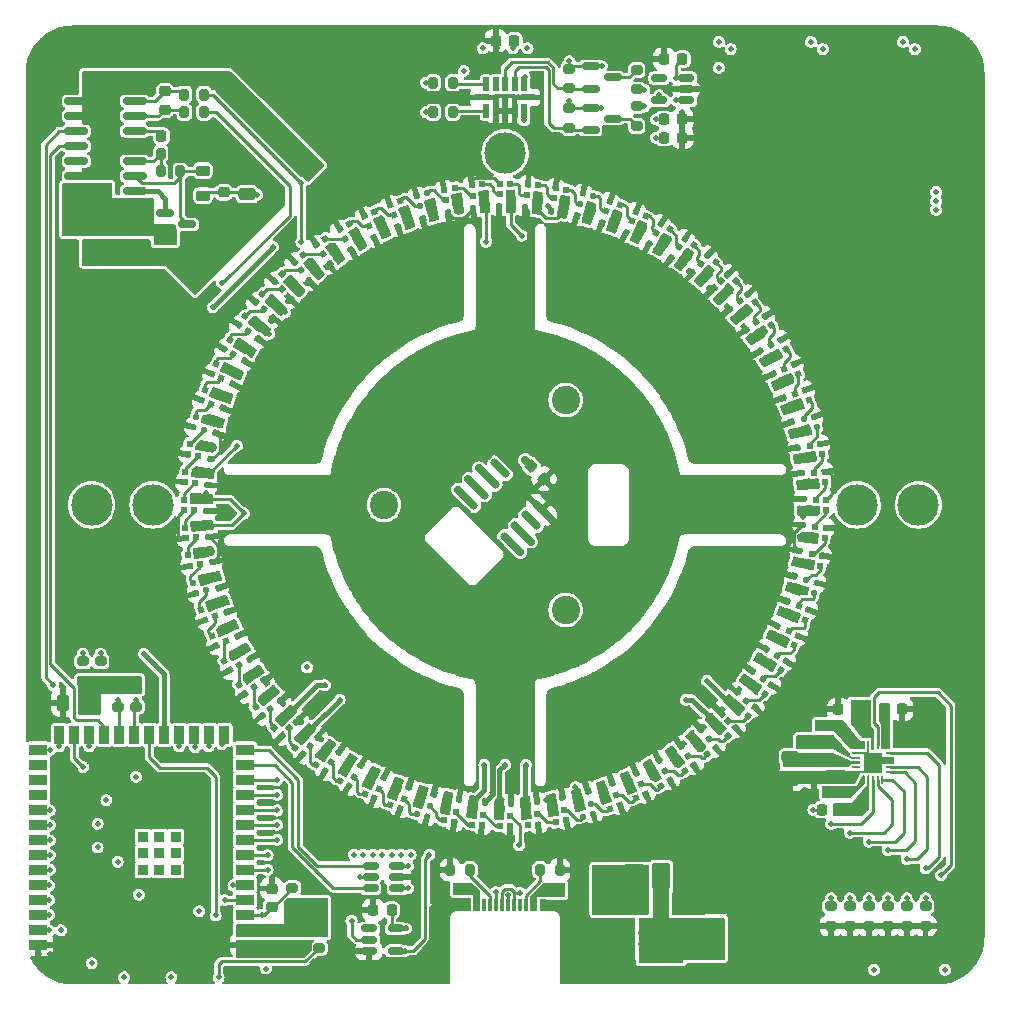
<source format=gbr>
%TF.GenerationSoftware,KiCad,Pcbnew,7.0.10*%
%TF.CreationDate,2024-01-23T14:11:02+00:00*%
%TF.ProjectId,view_base,76696577-5f62-4617-9365-2e6b69636164,rev?*%
%TF.SameCoordinates,Original*%
%TF.FileFunction,Copper,L1,Top*%
%TF.FilePolarity,Positive*%
%FSLAX46Y46*%
G04 Gerber Fmt 4.6, Leading zero omitted, Abs format (unit mm)*
G04 Created by KiCad (PCBNEW 7.0.10) date 2024-01-23 14:11:02*
%MOMM*%
%LPD*%
G01*
G04 APERTURE LIST*
G04 Aperture macros list*
%AMRoundRect*
0 Rectangle with rounded corners*
0 $1 Rounding radius*
0 $2 $3 $4 $5 $6 $7 $8 $9 X,Y pos of 4 corners*
0 Add a 4 corners polygon primitive as box body*
4,1,4,$2,$3,$4,$5,$6,$7,$8,$9,$2,$3,0*
0 Add four circle primitives for the rounded corners*
1,1,$1+$1,$2,$3*
1,1,$1+$1,$4,$5*
1,1,$1+$1,$6,$7*
1,1,$1+$1,$8,$9*
0 Add four rect primitives between the rounded corners*
20,1,$1+$1,$2,$3,$4,$5,0*
20,1,$1+$1,$4,$5,$6,$7,0*
20,1,$1+$1,$6,$7,$8,$9,0*
20,1,$1+$1,$8,$9,$2,$3,0*%
%AMRotRect*
0 Rectangle, with rotation*
0 The origin of the aperture is its center*
0 $1 length*
0 $2 width*
0 $3 Rotation angle, in degrees counterclockwise*
0 Add horizontal line*
21,1,$1,$2,0,0,$3*%
G04 Aperture macros list end*
%TA.AperFunction,SMDPad,CuDef*%
%ADD10R,1.500000X0.900000*%
%TD*%
%TA.AperFunction,SMDPad,CuDef*%
%ADD11R,0.900000X1.500000*%
%TD*%
%TA.AperFunction,SMDPad,CuDef*%
%ADD12R,0.900000X0.900000*%
%TD*%
%TA.AperFunction,ComponentPad*%
%ADD13C,2.400000*%
%TD*%
%TA.AperFunction,ComponentPad*%
%ADD14C,3.500000*%
%TD*%
%TA.AperFunction,SMDPad,CuDef*%
%ADD15R,0.600000X1.090000*%
%TD*%
%TA.AperFunction,SMDPad,CuDef*%
%ADD16R,0.300000X1.090000*%
%TD*%
%TA.AperFunction,ComponentPad*%
%ADD17O,1.000000X1.800000*%
%TD*%
%TA.AperFunction,ComponentPad*%
%ADD18O,1.000000X2.200000*%
%TD*%
%TA.AperFunction,SMDPad,CuDef*%
%ADD19RoundRect,0.200000X0.200000X0.275000X-0.200000X0.275000X-0.200000X-0.275000X0.200000X-0.275000X0*%
%TD*%
%TA.AperFunction,SMDPad,CuDef*%
%ADD20RoundRect,0.200000X-0.200000X-0.275000X0.200000X-0.275000X0.200000X0.275000X-0.200000X0.275000X0*%
%TD*%
%TA.AperFunction,SMDPad,CuDef*%
%ADD21RoundRect,0.250000X-0.475000X0.250000X-0.475000X-0.250000X0.475000X-0.250000X0.475000X0.250000X0*%
%TD*%
%TA.AperFunction,SMDPad,CuDef*%
%ADD22RoundRect,0.225000X-0.250000X0.225000X-0.250000X-0.225000X0.250000X-0.225000X0.250000X0.225000X0*%
%TD*%
%TA.AperFunction,SMDPad,CuDef*%
%ADD23RoundRect,0.225000X-0.225000X-0.250000X0.225000X-0.250000X0.225000X0.250000X-0.225000X0.250000X0*%
%TD*%
%TA.AperFunction,SMDPad,CuDef*%
%ADD24RoundRect,0.250000X0.475000X-0.250000X0.475000X0.250000X-0.475000X0.250000X-0.475000X-0.250000X0*%
%TD*%
%TA.AperFunction,SMDPad,CuDef*%
%ADD25RoundRect,0.225000X0.225000X0.250000X-0.225000X0.250000X-0.225000X-0.250000X0.225000X-0.250000X0*%
%TD*%
%TA.AperFunction,SMDPad,CuDef*%
%ADD26RoundRect,0.150000X-0.587500X-0.150000X0.587500X-0.150000X0.587500X0.150000X-0.587500X0.150000X0*%
%TD*%
%TA.AperFunction,SMDPad,CuDef*%
%ADD27RoundRect,0.250000X0.250000X0.475000X-0.250000X0.475000X-0.250000X-0.475000X0.250000X-0.475000X0*%
%TD*%
%TA.AperFunction,SMDPad,CuDef*%
%ADD28RoundRect,0.150000X-0.512500X-0.150000X0.512500X-0.150000X0.512500X0.150000X-0.512500X0.150000X0*%
%TD*%
%TA.AperFunction,SMDPad,CuDef*%
%ADD29RoundRect,0.218750X-0.381250X0.218750X-0.381250X-0.218750X0.381250X-0.218750X0.381250X0.218750X0*%
%TD*%
%TA.AperFunction,SMDPad,CuDef*%
%ADD30RoundRect,0.050000X0.050000X-0.300000X0.050000X0.300000X-0.050000X0.300000X-0.050000X-0.300000X0*%
%TD*%
%TA.AperFunction,SMDPad,CuDef*%
%ADD31RoundRect,0.050000X0.300000X-0.050000X0.300000X0.050000X-0.300000X0.050000X-0.300000X-0.050000X0*%
%TD*%
%TA.AperFunction,ComponentPad*%
%ADD32C,0.600000*%
%TD*%
%TA.AperFunction,SMDPad,CuDef*%
%ADD33R,1.500000X1.500000*%
%TD*%
%TA.AperFunction,SMDPad,CuDef*%
%ADD34RoundRect,0.200000X0.275000X-0.200000X0.275000X0.200000X-0.275000X0.200000X-0.275000X-0.200000X0*%
%TD*%
%TA.AperFunction,SMDPad,CuDef*%
%ADD35RoundRect,0.150000X0.689429X-0.477297X-0.477297X0.689429X-0.689429X0.477297X0.477297X-0.689429X0*%
%TD*%
%TA.AperFunction,SMDPad,CuDef*%
%ADD36RoundRect,0.225000X-0.335876X-0.017678X-0.017678X-0.335876X0.335876X0.017678X0.017678X0.335876X0*%
%TD*%
%TA.AperFunction,SMDPad,CuDef*%
%ADD37RoundRect,0.200000X-0.275000X0.200000X-0.275000X-0.200000X0.275000X-0.200000X0.275000X0.200000X0*%
%TD*%
%TA.AperFunction,SMDPad,CuDef*%
%ADD38RoundRect,0.150000X0.825000X0.150000X-0.825000X0.150000X-0.825000X-0.150000X0.825000X-0.150000X0*%
%TD*%
%TA.AperFunction,SMDPad,CuDef*%
%ADD39RoundRect,0.225000X0.250000X-0.225000X0.250000X0.225000X-0.250000X0.225000X-0.250000X-0.225000X0*%
%TD*%
%TA.AperFunction,SMDPad,CuDef*%
%ADD40RoundRect,0.140000X-0.219557X0.017173X-0.058955X-0.212189X0.219557X-0.017173X0.058955X0.212189X0*%
%TD*%
%TA.AperFunction,SMDPad,CuDef*%
%ADD41RoundRect,0.150000X0.512500X0.150000X-0.512500X0.150000X-0.512500X-0.150000X0.512500X-0.150000X0*%
%TD*%
%TA.AperFunction,SMDPad,CuDef*%
%ADD42RotRect,0.500000X0.500000X10.000000*%
%TD*%
%TA.AperFunction,SMDPad,CuDef*%
%ADD43RoundRect,0.140000X-0.219203X-0.021213X-0.021213X-0.219203X0.219203X0.021213X0.021213X0.219203X0*%
%TD*%
%TA.AperFunction,SMDPad,CuDef*%
%ADD44RotRect,0.500000X0.500000X320.000000*%
%TD*%
%TA.AperFunction,SMDPad,CuDef*%
%ADD45R,0.500000X0.500000*%
%TD*%
%TA.AperFunction,SMDPad,CuDef*%
%ADD46RotRect,0.500000X0.500000X175.000000*%
%TD*%
%TA.AperFunction,SMDPad,CuDef*%
%ADD47RotRect,0.500000X0.500000X310.000000*%
%TD*%
%TA.AperFunction,SMDPad,CuDef*%
%ADD48RotRect,0.500000X0.500000X120.000000*%
%TD*%
%TA.AperFunction,SMDPad,CuDef*%
%ADD49RotRect,0.500000X0.500000X20.000000*%
%TD*%
%TA.AperFunction,SMDPad,CuDef*%
%ADD50RoundRect,0.140000X0.073414X0.207631X-0.189700X0.111865X-0.073414X-0.207631X0.189700X-0.111865X0*%
%TD*%
%TA.AperFunction,SMDPad,CuDef*%
%ADD51RotRect,0.500000X0.500000X235.000000*%
%TD*%
%TA.AperFunction,SMDPad,CuDef*%
%ADD52RoundRect,0.140000X-0.200442X0.091230X-0.127973X-0.179229X0.200442X-0.091230X0.127973X0.179229X0*%
%TD*%
%TA.AperFunction,SMDPad,CuDef*%
%ADD53RoundRect,0.140000X-0.207631X0.073414X-0.111865X-0.189700X0.207631X-0.073414X0.111865X0.189700X0*%
%TD*%
%TA.AperFunction,SMDPad,CuDef*%
%ADD54RotRect,0.500000X0.500000X190.000000*%
%TD*%
%TA.AperFunction,SMDPad,CuDef*%
%ADD55RotRect,0.500000X0.500000X255.000000*%
%TD*%
%TA.AperFunction,SMDPad,CuDef*%
%ADD56RotRect,0.500000X0.500000X285.000000*%
%TD*%
%TA.AperFunction,SMDPad,CuDef*%
%ADD57RoundRect,0.140000X-0.198728X-0.094906X0.055038X-0.213239X0.198728X0.094906X-0.055038X0.213239X0*%
%TD*%
%TA.AperFunction,SMDPad,CuDef*%
%ADD58RoundRect,0.140000X0.220218X0.002028X0.040237X0.216520X-0.220218X-0.002028X-0.040237X-0.216520X0*%
%TD*%
%TA.AperFunction,SMDPad,CuDef*%
%ADD59RoundRect,0.140000X-0.021213X0.219203X-0.219203X0.021213X0.021213X-0.219203X0.219203X-0.021213X0*%
%TD*%
%TA.AperFunction,SMDPad,CuDef*%
%ADD60RoundRect,0.140000X0.198728X0.094906X-0.055038X0.213239X-0.198728X-0.094906X0.055038X-0.213239X0*%
%TD*%
%TA.AperFunction,SMDPad,CuDef*%
%ADD61RotRect,0.500000X0.500000X295.000000*%
%TD*%
%TA.AperFunction,SMDPad,CuDef*%
%ADD62RotRect,0.500000X0.500000X80.000000*%
%TD*%
%TA.AperFunction,SMDPad,CuDef*%
%ADD63RoundRect,0.140000X0.206244X0.077224X-0.036244X0.217224X-0.206244X-0.077224X0.036244X-0.217224X0*%
%TD*%
%TA.AperFunction,SMDPad,CuDef*%
%ADD64RotRect,0.500000X0.500000X115.000000*%
%TD*%
%TA.AperFunction,SMDPad,CuDef*%
%ADD65RoundRect,0.140000X-0.017173X-0.219557X0.212189X-0.058955X0.017173X0.219557X-0.212189X0.058955X0*%
%TD*%
%TA.AperFunction,SMDPad,CuDef*%
%ADD66RoundRect,0.140000X-0.127973X0.179229X-0.200442X-0.091230X0.127973X-0.179229X0.200442X0.091230X0*%
%TD*%
%TA.AperFunction,SMDPad,CuDef*%
%ADD67RotRect,0.500000X0.500000X345.000000*%
%TD*%
%TA.AperFunction,SMDPad,CuDef*%
%ADD68RoundRect,0.140000X0.167393X0.143107X-0.108353X0.191728X-0.167393X-0.143107X0.108353X-0.191728X0*%
%TD*%
%TA.AperFunction,SMDPad,CuDef*%
%ADD69RoundRect,0.140000X-0.216520X-0.040237X-0.002028X-0.220218X0.216520X0.040237X0.002028X0.220218X0*%
%TD*%
%TA.AperFunction,SMDPad,CuDef*%
%ADD70RotRect,0.500000X0.500000X305.000000*%
%TD*%
%TA.AperFunction,SMDPad,CuDef*%
%ADD71RoundRect,0.140000X-0.124651X-0.181555X0.154284X-0.157151X0.124651X0.181555X-0.154284X0.157151X0*%
%TD*%
%TA.AperFunction,SMDPad,CuDef*%
%ADD72RoundRect,0.140000X0.157151X-0.154284X0.181555X0.124651X-0.157151X0.154284X-0.181555X-0.124651X0*%
%TD*%
%TA.AperFunction,SMDPad,CuDef*%
%ADD73RotRect,0.500000X0.500000X145.000000*%
%TD*%
%TA.AperFunction,SMDPad,CuDef*%
%ADD74RotRect,0.500000X0.500000X140.000000*%
%TD*%
%TA.AperFunction,SMDPad,CuDef*%
%ADD75RotRect,0.500000X0.500000X260.000000*%
%TD*%
%TA.AperFunction,SMDPad,CuDef*%
%ADD76RoundRect,0.140000X0.216520X0.040237X0.002028X0.220218X-0.216520X-0.040237X-0.002028X-0.220218X0*%
%TD*%
%TA.AperFunction,SMDPad,CuDef*%
%ADD77RoundRect,0.140000X0.189700X0.111865X-0.073414X0.207631X-0.189700X-0.111865X0.073414X-0.207631X0*%
%TD*%
%TA.AperFunction,SMDPad,CuDef*%
%ADD78RotRect,0.500000X0.500000X165.000000*%
%TD*%
%TA.AperFunction,SMDPad,CuDef*%
%ADD79RoundRect,0.140000X-0.181555X0.124651X-0.157151X-0.154284X0.181555X-0.124651X0.157151X0.154284X0*%
%TD*%
%TA.AperFunction,SMDPad,CuDef*%
%ADD80RotRect,0.500000X0.500000X230.000000*%
%TD*%
%TA.AperFunction,SMDPad,CuDef*%
%ADD81RotRect,0.500000X0.500000X85.000000*%
%TD*%
%TA.AperFunction,SMDPad,CuDef*%
%ADD82RotRect,0.500000X0.500000X150.000000*%
%TD*%
%TA.AperFunction,SMDPad,CuDef*%
%ADD83RoundRect,0.140000X0.002028X-0.220218X0.216520X-0.040237X-0.002028X0.220218X-0.216520X0.040237X0*%
%TD*%
%TA.AperFunction,SMDPad,CuDef*%
%ADD84RoundRect,0.140000X-0.167393X-0.143107X0.108353X-0.191728X0.167393X0.143107X-0.108353X0.191728X0*%
%TD*%
%TA.AperFunction,SMDPad,CuDef*%
%ADD85RotRect,0.500000X0.500000X335.000000*%
%TD*%
%TA.AperFunction,SMDPad,CuDef*%
%ADD86RoundRect,0.140000X0.217224X-0.036244X0.077224X0.206244X-0.217224X0.036244X-0.077224X-0.206244X0*%
%TD*%
%TA.AperFunction,SMDPad,CuDef*%
%ADD87RotRect,0.500000X0.500000X125.000000*%
%TD*%
%TA.AperFunction,SMDPad,CuDef*%
%ADD88RotRect,0.500000X0.500000X105.000000*%
%TD*%
%TA.AperFunction,SMDPad,CuDef*%
%ADD89RotRect,0.500000X0.500000X325.000000*%
%TD*%
%TA.AperFunction,SMDPad,CuDef*%
%ADD90RoundRect,0.140000X-0.157151X0.154284X-0.181555X-0.124651X0.157151X-0.154284X0.181555X0.124651X0*%
%TD*%
%TA.AperFunction,SMDPad,CuDef*%
%ADD91RotRect,0.500000X0.500000X315.000000*%
%TD*%
%TA.AperFunction,SMDPad,CuDef*%
%ADD92RotRect,0.500000X0.500000X220.000000*%
%TD*%
%TA.AperFunction,SMDPad,CuDef*%
%ADD93R,0.500000X1.150000*%
%TD*%
%TA.AperFunction,SMDPad,CuDef*%
%ADD94R,1.150000X0.500000*%
%TD*%
%TA.AperFunction,SMDPad,CuDef*%
%ADD95RotRect,0.500000X0.500000X300.000000*%
%TD*%
%TA.AperFunction,SMDPad,CuDef*%
%ADD96RoundRect,0.140000X-0.073414X-0.207631X0.189700X-0.111865X0.073414X0.207631X-0.189700X0.111865X0*%
%TD*%
%TA.AperFunction,SMDPad,CuDef*%
%ADD97RoundRect,0.140000X-0.077224X0.206244X-0.217224X-0.036244X0.077224X-0.206244X0.217224X0.036244X0*%
%TD*%
%TA.AperFunction,SMDPad,CuDef*%
%ADD98RoundRect,0.140000X-0.143107X0.167393X-0.191728X-0.108353X0.143107X-0.167393X0.191728X0.108353X0*%
%TD*%
%TA.AperFunction,SMDPad,CuDef*%
%ADD99RotRect,0.500000X0.500000X210.000000*%
%TD*%
%TA.AperFunction,SMDPad,CuDef*%
%ADD100RotRect,0.500000X0.500000X110.000000*%
%TD*%
%TA.AperFunction,SMDPad,CuDef*%
%ADD101RotRect,0.500000X0.500000X185.000000*%
%TD*%
%TA.AperFunction,SMDPad,CuDef*%
%ADD102RotRect,0.500000X0.500000X155.000000*%
%TD*%
%TA.AperFunction,SMDPad,CuDef*%
%ADD103RotRect,0.500000X0.500000X55.000000*%
%TD*%
%TA.AperFunction,SMDPad,CuDef*%
%ADD104RoundRect,0.140000X-0.094906X0.198728X-0.213239X-0.055038X0.094906X-0.198728X0.213239X0.055038X0*%
%TD*%
%TA.AperFunction,SMDPad,CuDef*%
%ADD105RoundRect,0.140000X0.213239X-0.055038X0.094906X0.198728X-0.213239X0.055038X-0.094906X-0.198728X0*%
%TD*%
%TA.AperFunction,SMDPad,CuDef*%
%ADD106R,1.500000X2.000000*%
%TD*%
%TA.AperFunction,SMDPad,CuDef*%
%ADD107R,3.800000X2.000000*%
%TD*%
%TA.AperFunction,SMDPad,CuDef*%
%ADD108RoundRect,0.140000X-0.191728X0.108353X-0.143107X-0.167393X0.191728X-0.108353X0.143107X0.167393X0*%
%TD*%
%TA.AperFunction,SMDPad,CuDef*%
%ADD109RoundRect,0.140000X0.219557X-0.017173X0.058955X0.212189X-0.219557X0.017173X-0.058955X-0.212189X0*%
%TD*%
%TA.AperFunction,SMDPad,CuDef*%
%ADD110RoundRect,0.140000X0.181555X-0.124651X0.157151X0.154284X-0.181555X0.124651X-0.157151X-0.154284X0*%
%TD*%
%TA.AperFunction,SMDPad,CuDef*%
%ADD111RotRect,0.500000X0.500000X50.000000*%
%TD*%
%TA.AperFunction,SMDPad,CuDef*%
%ADD112RotRect,0.500000X0.500000X60.000000*%
%TD*%
%TA.AperFunction,SMDPad,CuDef*%
%ADD113RoundRect,0.140000X-0.212189X-0.058955X0.017173X-0.219557X0.212189X0.058955X-0.017173X0.219557X0*%
%TD*%
%TA.AperFunction,SMDPad,CuDef*%
%ADD114RoundRect,0.140000X0.108353X0.191728X-0.167393X0.143107X-0.108353X-0.191728X0.167393X-0.143107X0*%
%TD*%
%TA.AperFunction,SMDPad,CuDef*%
%ADD115RoundRect,0.140000X-0.002028X0.220218X-0.216520X0.040237X0.002028X-0.220218X0.216520X-0.040237X0*%
%TD*%
%TA.AperFunction,SMDPad,CuDef*%
%ADD116RotRect,0.500000X0.500000X240.000000*%
%TD*%
%TA.AperFunction,SMDPad,CuDef*%
%ADD117RoundRect,0.140000X-0.170000X0.140000X-0.170000X-0.140000X0.170000X-0.140000X0.170000X0.140000X0*%
%TD*%
%TA.AperFunction,SMDPad,CuDef*%
%ADD118RotRect,0.500000X0.500000X25.000000*%
%TD*%
%TA.AperFunction,SMDPad,CuDef*%
%ADD119RotRect,0.500000X0.500000X250.000000*%
%TD*%
%TA.AperFunction,SMDPad,CuDef*%
%ADD120RoundRect,0.140000X-0.055038X-0.213239X0.198728X-0.094906X0.055038X0.213239X-0.198728X0.094906X0*%
%TD*%
%TA.AperFunction,SMDPad,CuDef*%
%ADD121RoundRect,0.140000X-0.213239X0.055038X-0.094906X-0.198728X0.213239X-0.055038X0.094906X0.198728X0*%
%TD*%
%TA.AperFunction,SMDPad,CuDef*%
%ADD122RotRect,0.500000X0.500000X225.000000*%
%TD*%
%TA.AperFunction,SMDPad,CuDef*%
%ADD123RoundRect,0.140000X0.143107X-0.167393X0.191728X0.108353X-0.143107X0.167393X-0.191728X-0.108353X0*%
%TD*%
%TA.AperFunction,SMDPad,CuDef*%
%ADD124RoundRect,0.140000X0.094906X-0.198728X0.213239X0.055038X-0.094906X0.198728X-0.213239X-0.055038X0*%
%TD*%
%TA.AperFunction,SMDPad,CuDef*%
%ADD125RotRect,0.500000X0.500000X340.000000*%
%TD*%
%TA.AperFunction,SMDPad,CuDef*%
%ADD126RotRect,0.500000X0.500000X45.000000*%
%TD*%
%TA.AperFunction,SMDPad,CuDef*%
%ADD127RoundRect,0.140000X-0.206244X-0.077224X0.036244X-0.217224X0.206244X0.077224X-0.036244X0.217224X0*%
%TD*%
%TA.AperFunction,SMDPad,CuDef*%
%ADD128RoundRect,0.225000X-0.225000X-0.250000X0.225000X-0.250000X0.225000X0.250000X-0.225000X0.250000X0*%
%TD*%
%TA.AperFunction,SMDPad,CuDef*%
%ADD129RoundRect,0.140000X0.040237X-0.216520X0.220218X-0.002028X-0.040237X0.216520X-0.220218X0.002028X0*%
%TD*%
%TA.AperFunction,SMDPad,CuDef*%
%ADD130RotRect,0.500000X0.500000X170.000000*%
%TD*%
%TA.AperFunction,SMDPad,CuDef*%
%ADD131RotRect,0.500000X0.500000X330.000000*%
%TD*%
%TA.AperFunction,SMDPad,CuDef*%
%ADD132RotRect,0.500000X0.500000X100.000000*%
%TD*%
%TA.AperFunction,SMDPad,CuDef*%
%ADD133RotRect,0.500000X0.500000X205.000000*%
%TD*%
%TA.AperFunction,SMDPad,CuDef*%
%ADD134RotRect,0.500000X0.500000X65.000000*%
%TD*%
%TA.AperFunction,SMDPad,CuDef*%
%ADD135RoundRect,0.140000X0.191728X-0.108353X0.143107X0.167393X-0.191728X0.108353X-0.143107X-0.167393X0*%
%TD*%
%TA.AperFunction,SMDPad,CuDef*%
%ADD136RoundRect,0.140000X0.140000X0.170000X-0.140000X0.170000X-0.140000X-0.170000X0.140000X-0.170000X0*%
%TD*%
%TA.AperFunction,SMDPad,CuDef*%
%ADD137RoundRect,0.140000X0.207631X-0.073414X0.111865X0.189700X-0.207631X0.073414X-0.111865X-0.189700X0*%
%TD*%
%TA.AperFunction,SMDPad,CuDef*%
%ADD138RoundRect,0.140000X0.179229X0.127973X-0.091230X0.200442X-0.179229X-0.127973X0.091230X-0.200442X0*%
%TD*%
%TA.AperFunction,SMDPad,CuDef*%
%ADD139RoundRect,0.140000X0.058955X-0.212189X0.219557X0.017173X-0.058955X0.212189X-0.219557X-0.017173X0*%
%TD*%
%TA.AperFunction,SMDPad,CuDef*%
%ADD140RoundRect,0.140000X0.212189X0.058955X-0.017173X0.219557X-0.212189X-0.058955X0.017173X-0.219557X0*%
%TD*%
%TA.AperFunction,SMDPad,CuDef*%
%ADD141RoundRect,0.140000X-0.154284X-0.157151X0.124651X-0.181555X0.154284X0.157151X-0.124651X0.181555X0*%
%TD*%
%TA.AperFunction,SMDPad,CuDef*%
%ADD142RotRect,0.500000X0.500000X265.000000*%
%TD*%
%TA.AperFunction,SMDPad,CuDef*%
%ADD143RotRect,0.500000X0.500000X30.000000*%
%TD*%
%TA.AperFunction,SMDPad,CuDef*%
%ADD144RotRect,0.500000X0.500000X350.000000*%
%TD*%
%TA.AperFunction,SMDPad,CuDef*%
%ADD145RoundRect,0.140000X-0.220218X-0.002028X-0.040237X-0.216520X0.220218X0.002028X0.040237X0.216520X0*%
%TD*%
%TA.AperFunction,SMDPad,CuDef*%
%ADD146RoundRect,0.140000X0.021213X-0.219203X0.219203X-0.021213X-0.021213X0.219203X-0.219203X0.021213X0*%
%TD*%
%TA.AperFunction,SMDPad,CuDef*%
%ADD147RotRect,0.500000X0.500000X40.000000*%
%TD*%
%TA.AperFunction,SMDPad,CuDef*%
%ADD148RoundRect,0.140000X0.111865X-0.189700X0.207631X0.073414X-0.111865X0.189700X-0.207631X-0.073414X0*%
%TD*%
%TA.AperFunction,SMDPad,CuDef*%
%ADD149RotRect,0.500000X0.500000X70.000000*%
%TD*%
%TA.AperFunction,SMDPad,CuDef*%
%ADD150RotRect,0.500000X0.500000X200.000000*%
%TD*%
%TA.AperFunction,SMDPad,CuDef*%
%ADD151RoundRect,0.140000X0.154284X0.157151X-0.124651X0.181555X-0.154284X-0.157151X0.124651X-0.181555X0*%
%TD*%
%TA.AperFunction,SMDPad,CuDef*%
%ADD152RotRect,0.500000X0.500000X355.000000*%
%TD*%
%TA.AperFunction,SMDPad,CuDef*%
%ADD153RoundRect,0.140000X0.077224X-0.206244X0.217224X0.036244X-0.077224X0.206244X-0.217224X-0.036244X0*%
%TD*%
%TA.AperFunction,SMDPad,CuDef*%
%ADD154RotRect,0.500000X0.500000X290.000000*%
%TD*%
%TA.AperFunction,SMDPad,CuDef*%
%ADD155RoundRect,0.140000X0.127973X-0.179229X0.200442X0.091230X-0.127973X0.179229X-0.200442X-0.091230X0*%
%TD*%
%TA.AperFunction,SMDPad,CuDef*%
%ADD156RotRect,0.500000X0.500000X135.000000*%
%TD*%
%TA.AperFunction,SMDPad,CuDef*%
%ADD157RoundRect,0.140000X0.200442X-0.091230X0.127973X0.179229X-0.200442X0.091230X-0.127973X-0.179229X0*%
%TD*%
%TA.AperFunction,SMDPad,CuDef*%
%ADD158RoundRect,0.140000X0.170000X-0.140000X0.170000X0.140000X-0.170000X0.140000X-0.170000X-0.140000X0*%
%TD*%
%TA.AperFunction,SMDPad,CuDef*%
%ADD159RotRect,0.500000X0.500000X160.000000*%
%TD*%
%TA.AperFunction,SMDPad,CuDef*%
%ADD160RoundRect,0.140000X-0.111865X0.189700X-0.207631X-0.073414X0.111865X-0.189700X0.207631X0.073414X0*%
%TD*%
%TA.AperFunction,SMDPad,CuDef*%
%ADD161RotRect,0.500000X0.500000X195.000000*%
%TD*%
%TA.AperFunction,SMDPad,CuDef*%
%ADD162RoundRect,0.140000X-0.040237X0.216520X-0.220218X0.002028X0.040237X-0.216520X0.220218X-0.002028X0*%
%TD*%
%TA.AperFunction,SMDPad,CuDef*%
%ADD163RotRect,0.500000X0.500000X95.000000*%
%TD*%
%TA.AperFunction,SMDPad,CuDef*%
%ADD164RoundRect,0.140000X-0.189700X-0.111865X0.073414X-0.207631X0.189700X0.111865X-0.073414X0.207631X0*%
%TD*%
%TA.AperFunction,SMDPad,CuDef*%
%ADD165RotRect,0.500000X0.500000X35.000000*%
%TD*%
%TA.AperFunction,SMDPad,CuDef*%
%ADD166RoundRect,0.140000X0.124651X0.181555X-0.154284X0.157151X-0.124651X-0.181555X0.154284X-0.157151X0*%
%TD*%
%TA.AperFunction,SMDPad,CuDef*%
%ADD167RoundRect,0.140000X-0.108353X-0.191728X0.167393X-0.143107X0.108353X0.191728X-0.167393X0.143107X0*%
%TD*%
%TA.AperFunction,SMDPad,CuDef*%
%ADD168RoundRect,0.140000X-0.217224X0.036244X-0.077224X-0.206244X0.217224X-0.036244X0.077224X0.206244X0*%
%TD*%
%TA.AperFunction,SMDPad,CuDef*%
%ADD169RoundRect,0.140000X0.219203X0.021213X0.021213X0.219203X-0.219203X-0.021213X-0.021213X-0.219203X0*%
%TD*%
%TA.AperFunction,SMDPad,CuDef*%
%ADD170RotRect,0.500000X0.500000X215.000000*%
%TD*%
%TA.AperFunction,SMDPad,CuDef*%
%ADD171RotRect,0.500000X0.500000X245.000000*%
%TD*%
%TA.AperFunction,SMDPad,CuDef*%
%ADD172RoundRect,0.140000X-0.091230X-0.200442X0.179229X-0.127973X0.091230X0.200442X-0.179229X0.127973X0*%
%TD*%
%TA.AperFunction,SMDPad,CuDef*%
%ADD173RotRect,0.500000X0.500000X75.000000*%
%TD*%
%TA.AperFunction,SMDPad,CuDef*%
%ADD174RotRect,0.500000X0.500000X15.000000*%
%TD*%
%TA.AperFunction,SMDPad,CuDef*%
%ADD175RoundRect,0.140000X-0.179229X-0.127973X0.091230X-0.200442X0.179229X0.127973X-0.091230X0.200442X0*%
%TD*%
%TA.AperFunction,SMDPad,CuDef*%
%ADD176RoundRect,0.140000X-0.036244X-0.217224X0.206244X-0.077224X0.036244X0.217224X-0.206244X0.077224X0*%
%TD*%
%TA.AperFunction,SMDPad,CuDef*%
%ADD177RoundRect,0.140000X0.017173X0.219557X-0.212189X0.058955X-0.017173X-0.219557X0.212189X-0.058955X0*%
%TD*%
%TA.AperFunction,SMDPad,CuDef*%
%ADD178RotRect,0.500000X0.500000X275.000000*%
%TD*%
%TA.AperFunction,SMDPad,CuDef*%
%ADD179RoundRect,0.140000X0.055038X0.213239X-0.198728X0.094906X-0.055038X-0.213239X0.198728X-0.094906X0*%
%TD*%
%TA.AperFunction,SMDPad,CuDef*%
%ADD180RoundRect,0.140000X-0.140000X-0.170000X0.140000X-0.170000X0.140000X0.170000X-0.140000X0.170000X0*%
%TD*%
%TA.AperFunction,SMDPad,CuDef*%
%ADD181RoundRect,0.140000X0.036244X0.217224X-0.206244X0.077224X-0.036244X-0.217224X0.206244X-0.077224X0*%
%TD*%
%TA.AperFunction,SMDPad,CuDef*%
%ADD182RotRect,0.500000X0.500000X130.000000*%
%TD*%
%TA.AperFunction,SMDPad,CuDef*%
%ADD183RotRect,0.500000X0.500000X5.000000*%
%TD*%
%TA.AperFunction,SMDPad,CuDef*%
%ADD184RotRect,0.500000X0.500000X280.000000*%
%TD*%
%TA.AperFunction,SMDPad,CuDef*%
%ADD185RoundRect,0.140000X-0.058955X0.212189X-0.219557X-0.017173X0.058955X-0.212189X0.219557X0.017173X0*%
%TD*%
%TA.AperFunction,SMDPad,CuDef*%
%ADD186RoundRect,0.140000X0.091230X0.200442X-0.179229X0.127973X-0.091230X-0.200442X0.179229X-0.127973X0*%
%TD*%
%TA.AperFunction,ViaPad*%
%ADD187C,0.500000*%
%TD*%
%TA.AperFunction,ViaPad*%
%ADD188C,0.800000*%
%TD*%
%TA.AperFunction,Conductor*%
%ADD189C,0.250000*%
%TD*%
%TA.AperFunction,Conductor*%
%ADD190C,0.400000*%
%TD*%
%TA.AperFunction,Conductor*%
%ADD191C,0.650000*%
%TD*%
G04 APERTURE END LIST*
D10*
%TO.P,U7,1,GND*%
%TO.N,GND*%
X77985000Y-137230000D03*
%TO.P,U7,2,3V3*%
%TO.N,+3V3*%
X77985000Y-135960000D03*
%TO.P,U7,3,EN*%
%TO.N,/ESP32_EN*%
X77985000Y-134690000D03*
%TO.P,U7,4,IO4*%
%TO.N,/LCD_SCK*%
X77985000Y-133420000D03*
%TO.P,U7,5,IO5*%
%TO.N,/LCD_BACKLIGHT*%
X77985000Y-132150000D03*
%TO.P,U7,6,IO6*%
%TO.N,/TMC_DIAG*%
X77985000Y-130880000D03*
%TO.P,U7,7,IO7*%
%TO.N,/TMC_VL*%
X77985000Y-129610000D03*
%TO.P,U7,8,IO15*%
%TO.N,/TMC_WL*%
X77985000Y-128340000D03*
%TO.P,U7,9,IO16*%
%TO.N,/TMC_UL*%
X77985000Y-127070000D03*
%TO.P,U7,10,IO17*%
%TO.N,/TMC_WH*%
X77985000Y-125800000D03*
%TO.P,U7,11,IO18*%
%TO.N,/TMC_VH*%
X77985000Y-124530000D03*
%TO.P,U7,12,IO8*%
%TO.N,/TMC_UH*%
X77985000Y-123260000D03*
%TO.P,U7,13,IO19*%
%TO.N,/ESP_USB_D-*%
X77985000Y-121990000D03*
%TO.P,U7,14,IO20*%
%TO.N,/ESP_USB_D+*%
X77985000Y-120720000D03*
D11*
%TO.P,U7,15,IO3*%
%TO.N,/LCD_DATA*%
X76220000Y-119470000D03*
%TO.P,U7,16,IO46*%
%TO.N,Net-(U7-IO46)*%
X74950000Y-119470000D03*
%TO.P,U7,17,IO9*%
%TO.N,/LCD_CS*%
X73680000Y-119470000D03*
%TO.P,U7,18,IO10*%
%TO.N,/LCD_RST*%
X72410000Y-119470000D03*
%TO.P,U7,19,IO11*%
%TO.N,/MAG_CSN*%
X71140000Y-119470000D03*
%TO.P,U7,20,IO12*%
%TO.N,/LED_DATA_3V3*%
X69870000Y-119470000D03*
%TO.P,U7,21,IO13*%
%TO.N,/MAG_CLK*%
X68600000Y-119470000D03*
%TO.P,U7,22,IO14*%
%TO.N,/MAG_DO*%
X67330000Y-119470000D03*
%TO.P,U7,23,IO21*%
%TO.N,/STRAIN_DO*%
X66060000Y-119470000D03*
%TO.P,U7,24,IO47*%
%TO.N,Net-(U7-IO47)*%
X64790000Y-119470000D03*
%TO.P,U7,25,IO48*%
%TO.N,Net-(U7-IO48)*%
X63520000Y-119470000D03*
%TO.P,U7,26,IO45*%
%TO.N,Net-(U7-IO45)*%
X62250000Y-119470000D03*
D10*
%TO.P,U7,27,IO0*%
%TO.N,/ESP32_BOOT*%
X60485000Y-120720000D03*
%TO.P,U7,28,IO35*%
%TO.N,unconnected-(U7-IO35-Pad28)*%
X60485000Y-121990000D03*
%TO.P,U7,29,IO36*%
%TO.N,unconnected-(U7-IO36-Pad29)*%
X60485000Y-123260000D03*
%TO.P,U7,30,IO37*%
%TO.N,unconnected-(U7-IO37-Pad30)*%
X60485000Y-124530000D03*
%TO.P,U7,31,IO38*%
%TO.N,SCL*%
X60485000Y-125800000D03*
%TO.P,U7,32,IO39*%
%TO.N,SDA*%
X60485000Y-127070000D03*
%TO.P,U7,33,IO40*%
%TO.N,Net-(U7-IO40)*%
X60485000Y-128340000D03*
%TO.P,U7,34,IO41*%
%TO.N,Net-(U7-IO41)*%
X60485000Y-129610000D03*
%TO.P,U7,35,IO42*%
%TO.N,Net-(U7-IO42)*%
X60485000Y-130880000D03*
%TO.P,U7,36,RXD0*%
%TO.N,/USB_SERIAL_TXO*%
X60485000Y-132150000D03*
%TO.P,U7,37,TXD0*%
%TO.N,/USB_SERIAL_RXI*%
X60485000Y-133420000D03*
%TO.P,U7,38,IO2*%
%TO.N,/LCD_CMD*%
X60485000Y-134690000D03*
%TO.P,U7,39,IO1*%
%TO.N,/STRAIN_SCK*%
X60485000Y-135960000D03*
%TO.P,U7,40,GND*%
%TO.N,GND*%
X60485000Y-137230000D03*
D12*
%TO.P,U7,41*%
%TO.N,N/C*%
X72135000Y-129510000D03*
X70735000Y-128110000D03*
X70735000Y-130910000D03*
X72135000Y-130910000D03*
X69335000Y-128110000D03*
X69335000Y-129510000D03*
X69335000Y-130910000D03*
X72135000Y-128110000D03*
X70735000Y-129510000D03*
%TD*%
D13*
%TO.P,H4,1,1*%
%TO.N,unconnected-(H4-Pad1)*%
X105125427Y-91122500D03*
%TD*%
%TO.P,H1,1,1*%
%TO.N,unconnected-(H1-Pad1)*%
X105125427Y-108877499D03*
%TD*%
%TO.P,H2,1,1*%
%TO.N,unconnected-(H2-Pad1)*%
X89749146Y-100000000D03*
%TD*%
D14*
%TO.P,H3,1,1*%
%TO.N,unconnected-(H3-Pad1)*%
X70200000Y-100000000D03*
%TD*%
%TO.P,H5,1,1*%
%TO.N,unconnected-(H5-Pad1)*%
X100000000Y-70200000D03*
%TD*%
%TO.P,H6,1,1*%
%TO.N,unconnected-(H6-Pad1)*%
X129800000Y-100000000D03*
%TD*%
D15*
%TO.P,J1,A1,GND*%
%TO.N,GND*%
X96800000Y-133850000D03*
%TO.P,J1,A4,VBUS*%
%TO.N,+5V*%
X97600000Y-133850000D03*
D16*
%TO.P,J1,A5,CC1*%
%TO.N,/USB_CC1*%
X98750000Y-133850000D03*
%TO.P,J1,A6,D+*%
%TO.N,/USB_D+*%
X99750000Y-133850000D03*
%TO.P,J1,A7,D-*%
%TO.N,/USB_D-*%
X100250000Y-133850000D03*
%TO.P,J1,A8,SBU1*%
%TO.N,unconnected-(J1-SBU1-PadA8)*%
X101250000Y-133850000D03*
D15*
%TO.P,J1,A9,VBUS*%
%TO.N,+5V*%
X102400000Y-133850000D03*
%TO.P,J1,A12,GND*%
%TO.N,GND*%
X103200000Y-133850000D03*
%TO.P,J1,B1,GND*%
X103200000Y-133850000D03*
%TO.P,J1,B4,VBUS*%
%TO.N,+5V*%
X102400000Y-133850000D03*
D16*
%TO.P,J1,B5,CC2*%
%TO.N,/USB_CC2*%
X101750000Y-133850000D03*
%TO.P,J1,B6,D+*%
%TO.N,/USB_D+*%
X100750000Y-133850000D03*
%TO.P,J1,B7,D-*%
%TO.N,/USB_D-*%
X99250000Y-133850000D03*
%TO.P,J1,B8,SBU2*%
%TO.N,unconnected-(J1-SBU2-PadB8)*%
X98250000Y-133850000D03*
D15*
%TO.P,J1,B9,VBUS*%
%TO.N,+5V*%
X97600000Y-133850000D03*
%TO.P,J1,B12,GND*%
%TO.N,GND*%
X96800000Y-133850000D03*
D17*
%TO.P,J1,S1,SHIELD*%
X94380000Y-135000000D03*
D18*
X94380000Y-139000000D03*
D17*
X105620000Y-135000000D03*
D18*
X105620000Y-139000000D03*
%TD*%
D19*
%TO.P,R2,1*%
%TO.N,/USB_CC1*%
X97025000Y-130900000D03*
%TO.P,R2,2*%
%TO.N,GND*%
X95375000Y-130900000D03*
%TD*%
D20*
%TO.P,R1,1*%
%TO.N,/USB_CC2*%
X102975000Y-130900000D03*
%TO.P,R1,2*%
%TO.N,GND*%
X104625000Y-130900000D03*
%TD*%
D21*
%TO.P,C86,1*%
%TO.N,+5V*%
X124150000Y-121350000D03*
%TO.P,C86,2*%
%TO.N,GND*%
X124150000Y-123250000D03*
%TD*%
D22*
%TO.P,C87,1*%
%TO.N,+5V*%
X126150000Y-121525000D03*
%TO.P,C87,2*%
%TO.N,GND*%
X126150000Y-123075000D03*
%TD*%
D23*
%TO.P,C89,1*%
%TO.N,+5V*%
X126825000Y-125800000D03*
%TO.P,C89,2*%
%TO.N,Net-(U8-VCP)*%
X128375000Y-125800000D03*
%TD*%
D21*
%TO.P,C44,1*%
%TO.N,+3V3*%
X67175000Y-76300000D03*
%TO.P,C44,2*%
%TO.N,GNDA*%
X67175000Y-78200000D03*
%TD*%
D23*
%TO.P,C88,1*%
%TO.N,+3V3*%
X132075000Y-117300000D03*
%TO.P,C88,2*%
%TO.N,GND*%
X133625000Y-117300000D03*
%TD*%
D24*
%TO.P,C33,1*%
%TO.N,/STRAIN_E+*%
X78175000Y-73700000D03*
%TO.P,C33,2*%
%TO.N,GNDA*%
X78175000Y-71800000D03*
%TD*%
D25*
%TO.P,C56,1*%
%TO.N,GNDA*%
X72450000Y-68750000D03*
%TO.P,C56,2*%
%TO.N,Net-(U6-VBG)*%
X70900000Y-68750000D03*
%TD*%
D26*
%TO.P,Q1,1,B*%
%TO.N,Net-(Q1-B)*%
X71237500Y-75300000D03*
%TO.P,Q1,2,E*%
%TO.N,+3V3*%
X71237500Y-77200000D03*
%TO.P,Q1,3,C*%
%TO.N,Net-(Q1-C)*%
X73112500Y-76250000D03*
%TD*%
D20*
%TO.P,R14,1*%
%TO.N,Net-(U6-VFB)*%
X70850000Y-70250000D03*
%TO.P,R14,2*%
%TO.N,GNDA*%
X72500000Y-70250000D03*
%TD*%
%TO.P,R11,1*%
%TO.N,Net-(U6-INA-)*%
X72850000Y-66750000D03*
%TO.P,R11,2*%
%TO.N,/STRAIN_S-*%
X74500000Y-66750000D03*
%TD*%
D27*
%TO.P,C75,1*%
%TO.N,+3V3*%
X64450000Y-116750000D03*
%TO.P,C75,2*%
%TO.N,GND*%
X62550000Y-116750000D03*
%TD*%
D22*
%TO.P,C45,1*%
%TO.N,+3V3*%
X69175000Y-76475000D03*
%TO.P,C45,2*%
%TO.N,GNDA*%
X69175000Y-78025000D03*
%TD*%
D28*
%TO.P,U1,1,NC*%
%TO.N,unconnected-(U1-NC-Pad1)*%
X88475000Y-135860000D03*
%TO.P,U1,2,A*%
%TO.N,/LED_DATA_3V3*%
X88475000Y-136810000D03*
%TO.P,U1,3,GND*%
%TO.N,GND*%
X88475000Y-137760000D03*
%TO.P,U1,4,Y*%
%TO.N,/LED_DATA_5V*%
X90750000Y-137760000D03*
%TO.P,U1,5,VCC*%
%TO.N,+5V*%
X90750000Y-135860000D03*
%TD*%
D29*
%TO.P,L1,1*%
%TO.N,Net-(Q1-C)*%
X74425000Y-71687500D03*
%TO.P,L1,2*%
%TO.N,/STRAIN_E+*%
X74425000Y-73812500D03*
%TD*%
D30*
%TO.P,U8,1,W*%
%TO.N,Net-(J6-Pin_1)*%
X130350000Y-123250000D03*
%TO.P,U8,2,VCP*%
%TO.N,Net-(U8-VCP)*%
X130750000Y-123250000D03*
%TO.P,U8,3,UH*%
%TO.N,/TMC_UH*%
X131150000Y-123250000D03*
%TO.P,U8,4,VH*%
%TO.N,/TMC_VH*%
X131550000Y-123250000D03*
%TO.P,U8,5,WH*%
%TO.N,/TMC_WH*%
X131950000Y-123250000D03*
D31*
%TO.P,U8,6,UL*%
%TO.N,/TMC_UL*%
X132600000Y-122600000D03*
%TO.P,U8,7,WL*%
%TO.N,/TMC_WL*%
X132600000Y-122200000D03*
%TO.P,U8,8,GND*%
%TO.N,GND*%
X132600000Y-121800000D03*
%TO.P,U8,9,GND*%
X132600000Y-121400000D03*
%TO.P,U8,10,VL*%
%TO.N,/TMC_VL*%
X132600000Y-121000000D03*
D30*
%TO.P,U8,11,VIO/~{STDBY}*%
%TO.N,+3V3*%
X131950000Y-120350000D03*
%TO.P,U8,12,DIAG*%
%TO.N,/TMC_DIAG*%
X131550000Y-120350000D03*
%TO.P,U8,13,1V8OUT*%
%TO.N,Net-(U8-1V8OUT)*%
X131150000Y-120350000D03*
%TO.P,U8,14,GND*%
%TO.N,GND*%
X130750000Y-120350000D03*
%TO.P,U8,15,U*%
%TO.N,Net-(J6-Pin_3)*%
X130350000Y-120350000D03*
D31*
%TO.P,U8,16,BRUV*%
%TO.N,GND*%
X129700000Y-121000000D03*
%TO.P,U8,17,V*%
%TO.N,Net-(J6-Pin_2)*%
X129700000Y-121400000D03*
%TO.P,U8,18,VS*%
%TO.N,+5V*%
X129700000Y-121800000D03*
%TO.P,U8,19,NC*%
%TO.N,unconnected-(U8-NC-Pad19)*%
X129700000Y-122200000D03*
%TO.P,U8,20,BRW*%
%TO.N,GND*%
X129700000Y-122600000D03*
D32*
%TO.P,U8,PAD,PAD*%
X130650000Y-122300000D03*
X131650000Y-122300000D03*
D33*
X131150000Y-121800000D03*
D32*
X130650000Y-121300000D03*
X131650000Y-121300000D03*
%TD*%
D25*
%TO.P,C5,1*%
%TO.N,+3V3*%
X100775000Y-60700000D03*
%TO.P,C5,2*%
%TO.N,GND*%
X99225000Y-60700000D03*
%TD*%
%TO.P,C91,1*%
%TO.N,Net-(U8-1V8OUT)*%
X129775000Y-117300000D03*
%TO.P,C91,2*%
%TO.N,GND*%
X128225000Y-117300000D03*
%TD*%
D34*
%TO.P,R8,1*%
%TO.N,/MAG_CLK*%
X68750000Y-117075000D03*
%TO.P,R8,2*%
%TO.N,+3V3*%
X68750000Y-115425000D03*
%TD*%
D35*
%TO.P,U2,1,VDD*%
%TO.N,+3V3*%
X100403051Y-103097128D03*
%TO.P,U2,2,MODE*%
X101301076Y-102199102D03*
%TO.P,U2,3,ANALOG/PWM*%
%TO.N,unconnected-(U2-ANALOG{slash}PWM-Pad3)*%
X102199102Y-101301076D03*
%TO.P,U2,4,GND*%
%TO.N,GND*%
X103097128Y-100403051D03*
%TO.P,U2,5,PUSH*%
%TO.N,unconnected-(U2-PUSH-Pad5)*%
X99596949Y-96902872D03*
%TO.P,U2,6,A/U/SDA/DO*%
%TO.N,/MAG_DO*%
X98698924Y-97800898D03*
%TO.P,U2,7,B/V/SCL/CLK*%
%TO.N,/MAG_CLK*%
X97800898Y-98698924D03*
%TO.P,U2,8,Z/W/CSN*%
%TO.N,/MAG_CSN*%
X96902872Y-99596949D03*
%TD*%
D36*
%TO.P,C2,1*%
%TO.N,+3V3*%
X102201992Y-96701992D03*
%TO.P,C2,2*%
%TO.N,GND*%
X103298008Y-97798008D03*
%TD*%
D25*
%TO.P,C3,1*%
%TO.N,+5V*%
X90387500Y-134300000D03*
%TO.P,C3,2*%
%TO.N,GND*%
X88837500Y-134300000D03*
%TD*%
D37*
%TO.P,R5,1*%
%TO.N,+3V3*%
X67250000Y-115425000D03*
%TO.P,R5,2*%
%TO.N,/MAG_DO*%
X67250000Y-117075000D03*
%TD*%
D34*
%TO.P,R10,1*%
%TO.N,+3V3*%
X64249997Y-114899999D03*
%TO.P,R10,2*%
%TO.N,SCL*%
X64249997Y-113249999D03*
%TD*%
%TO.P,R9,1*%
%TO.N,+3V3*%
X65750000Y-114899998D03*
%TO.P,R9,2*%
%TO.N,SDA*%
X65750000Y-113249998D03*
%TD*%
D38*
%TO.P,U6,1,VSUP*%
%TO.N,+3V3*%
X68650000Y-74695000D03*
%TO.P,U6,2,BASE*%
%TO.N,Net-(Q1-B)*%
X68650000Y-73425000D03*
%TO.P,U6,3,AVDD*%
%TO.N,Net-(Q1-C)*%
X68650000Y-72155000D03*
%TO.P,U6,4,VFB*%
%TO.N,Net-(U6-VFB)*%
X68650000Y-70885000D03*
%TO.P,U6,5,AGND*%
%TO.N,GNDA*%
X68650000Y-69615000D03*
%TO.P,U6,6,VBG*%
%TO.N,Net-(U6-VBG)*%
X68650000Y-68345000D03*
%TO.P,U6,7,INA-*%
%TO.N,Net-(U6-INA-)*%
X68650000Y-67075000D03*
%TO.P,U6,8,INA+*%
%TO.N,Net-(U6-INA+)*%
X68650000Y-65805000D03*
%TO.P,U6,9,INB-*%
%TO.N,GNDA*%
X63700000Y-65805000D03*
%TO.P,U6,10,INB+*%
X63700000Y-67075000D03*
%TO.P,U6,11,PD_SCK*%
%TO.N,/STRAIN_SCK*%
X63700000Y-68345000D03*
%TO.P,U6,12,DOUT*%
%TO.N,/STRAIN_DO*%
X63700000Y-69615000D03*
%TO.P,U6,13,XO*%
%TO.N,unconnected-(U6-XO-Pad13)*%
X63700000Y-70885000D03*
%TO.P,U6,14,XI*%
%TO.N,GNDA*%
X63700000Y-72155000D03*
%TO.P,U6,15,RATE*%
%TO.N,+3V3*%
X63700000Y-73425000D03*
%TO.P,U6,16,DVDD*%
X63700000Y-74695000D03*
%TD*%
D19*
%TO.P,R12,1*%
%TO.N,/STRAIN_S+*%
X74500000Y-65250000D03*
%TO.P,R12,2*%
%TO.N,Net-(U6-INA+)*%
X72850000Y-65250000D03*
%TD*%
D39*
%TO.P,C43,1*%
%TO.N,/STRAIN_E+*%
X76175000Y-73525000D03*
%TO.P,C43,2*%
%TO.N,GNDA*%
X76175000Y-71975000D03*
%TD*%
D19*
%TO.P,R13,1*%
%TO.N,Net-(Q1-C)*%
X72500000Y-71750000D03*
%TO.P,R13,2*%
%TO.N,Net-(U6-VFB)*%
X70850000Y-71750000D03*
%TD*%
D22*
%TO.P,C55,1*%
%TO.N,Net-(U6-INA+)*%
X71175000Y-64975000D03*
%TO.P,C55,2*%
%TO.N,Net-(U6-INA-)*%
X71175000Y-66525000D03*
%TD*%
D37*
%TO.P,R15,1*%
%TO.N,/TMC_UH*%
X127600000Y-133975000D03*
%TO.P,R15,2*%
%TO.N,GND*%
X127600000Y-135625000D03*
%TD*%
%TO.P,R16,1*%
%TO.N,/TMC_VH*%
X129200000Y-133975000D03*
%TO.P,R16,2*%
%TO.N,GND*%
X129200000Y-135625000D03*
%TD*%
%TO.P,R20,1*%
%TO.N,/TMC_VL*%
X135600000Y-133975000D03*
%TO.P,R20,2*%
%TO.N,GND*%
X135600000Y-135625000D03*
%TD*%
%TO.P,R17,1*%
%TO.N,/TMC_WH*%
X130800000Y-133975000D03*
%TO.P,R17,2*%
%TO.N,GND*%
X130800000Y-135625000D03*
%TD*%
%TO.P,R18,1*%
%TO.N,/TMC_UL*%
X132400000Y-133975000D03*
%TO.P,R18,2*%
%TO.N,GND*%
X132400000Y-135625000D03*
%TD*%
%TO.P,R19,1*%
%TO.N,/TMC_WL*%
X134000000Y-133975000D03*
%TO.P,R19,2*%
%TO.N,GND*%
X134000000Y-135625000D03*
%TD*%
D34*
%TO.P,R21,1*%
%TO.N,+3V3*%
X82000000Y-134075000D03*
%TO.P,R21,2*%
%TO.N,/ESP32_EN*%
X82000000Y-132425000D03*
%TD*%
D39*
%TO.P,C76,1*%
%TO.N,/ESP32_EN*%
X80250000Y-134025000D03*
%TO.P,C76,2*%
%TO.N,GND*%
X80250000Y-132475000D03*
%TD*%
D22*
%TO.P,C92,1*%
%TO.N,+3V3*%
X80250000Y-135975000D03*
%TO.P,C92,2*%
%TO.N,GND*%
X80250000Y-137525000D03*
%TD*%
D24*
%TO.P,C4,1*%
%TO.N,+3V3*%
X117899999Y-135649999D03*
%TO.P,C4,2*%
%TO.N,GND*%
X117899999Y-133749999D03*
%TD*%
D21*
%TO.P,C1,1*%
%TO.N,+5V*%
X108499999Y-133750001D03*
%TO.P,C1,2*%
%TO.N,GND*%
X108499999Y-135650001D03*
%TD*%
D14*
%TO.P,H7,1,1*%
%TO.N,unconnected-(H7-Pad1)*%
X135000000Y-100000000D03*
%TD*%
%TO.P,H8,1,1*%
%TO.N,unconnected-(H8-Pad1)*%
X65000000Y-100000000D03*
%TD*%
D21*
%TO.P,C90,1*%
%TO.N,+3V3*%
X82250000Y-135800000D03*
%TO.P,C90,2*%
%TO.N,GND*%
X82250000Y-137700000D03*
%TD*%
D40*
%TO.P,C10,1*%
%TO.N,+5V*%
X79074683Y-114066807D03*
%TO.P,C10,2*%
%TO.N,GND*%
X79625317Y-114853193D03*
%TD*%
D41*
%TO.P,U10,1,IN*%
%TO.N,+3V3*%
X115325000Y-65750000D03*
%TO.P,U10,2,GND*%
%TO.N,GND*%
X115325000Y-64800000D03*
%TO.P,U10,3,EN*%
%TO.N,+3V3*%
X115325000Y-63850000D03*
%TO.P,U10,4,NC*%
%TO.N,unconnected-(U10-NC-Pad4)*%
X113050000Y-63850000D03*
%TO.P,U10,5,OUT*%
%TO.N,+2V8*%
X113050000Y-65750000D03*
%TD*%
D42*
%TO.P,D23,1,VSS*%
%TO.N,GND*%
X94833713Y-73293671D03*
%TO.P,D23,2,DIN*%
%TO.N,Net-(D14-DOUT)*%
X94989996Y-74179998D03*
%TO.P,D23,3,VDD*%
%TO.N,+5V*%
X95876323Y-74023715D03*
%TO.P,D23,4,DOUT*%
%TO.N,Net-(D23-DOUT)*%
X95720040Y-73137388D03*
%TD*%
D43*
%TO.P,C11,1*%
%TO.N,+5V*%
X81840589Y-117480589D03*
%TO.P,C11,2*%
%TO.N,GND*%
X82519411Y-118159411D03*
%TD*%
D44*
%TO.P,D42,1,VSS*%
%TO.N,GND*%
X117144534Y-78876026D03*
%TO.P,D42,2,DIN*%
%TO.N,Net-(D33-DOUT)*%
X116566026Y-79565466D03*
%TO.P,D42,3,VDD*%
%TO.N,+5V*%
X117255466Y-80143974D03*
%TO.P,D42,4,DOUT*%
%TO.N,Net-(D42-DOUT)*%
X117833974Y-79454534D03*
%TD*%
D45*
%TO.P,D41,1,VSS*%
%TO.N,GND*%
X99549997Y-72799997D03*
%TO.P,D41,2,DIN*%
%TO.N,Net-(D32-DOUT)*%
X99549997Y-73699997D03*
%TO.P,D41,3,VDD*%
%TO.N,+5V*%
X100449997Y-73699997D03*
%TO.P,D41,4,DOUT*%
%TO.N,Net-(D41-DOUT)*%
X100449997Y-72799997D03*
%TD*%
D46*
%TO.P,D10,1,VSS*%
%TO.N,GND*%
X98059069Y-127138390D03*
%TO.P,D10,2,DIN*%
%TO.N,Net-(D1-DOUT)*%
X98137509Y-126241814D03*
%TO.P,D10,3,VDD*%
%TO.N,+5V*%
X97240933Y-126163374D03*
%TO.P,D10,4,DOUT*%
%TO.N,Net-(D10-DOUT)*%
X97162493Y-127059950D03*
%TD*%
D47*
%TO.P,D60,1,VSS*%
%TO.N,GND*%
X120545466Y-82166026D03*
%TO.P,D60,2,DIN*%
%TO.N,Net-(D51-DOUT)*%
X119856026Y-82744534D03*
%TO.P,D60,3,VDD*%
%TO.N,+5V*%
X120434534Y-83433974D03*
%TO.P,D60,4,DOUT*%
%TO.N,Net-(D60-DOUT)*%
X121123974Y-82855466D03*
%TD*%
D48*
%TO.P,D38,1,VSS*%
%TO.N,GND*%
X76674439Y-113988860D03*
%TO.P,D38,2,DIN*%
%TO.N,Net-(D29-DOUT)*%
X77453861Y-113538860D03*
%TO.P,D38,3,VDD*%
%TO.N,+5V*%
X77003861Y-112759438D03*
%TO.P,D38,4,DOUT*%
%TO.N,Net-(D38-DOUT)*%
X76224439Y-113209438D03*
%TD*%
D49*
%TO.P,D5,1,VSS*%
%TO.N,GND*%
X90272177Y-74594275D03*
%TO.P,D5,2,DIN*%
%TO.N,Net-(D5-DIN)*%
X90579995Y-75439999D03*
%TO.P,D5,3,VDD*%
%TO.N,+5V*%
X91425719Y-75132181D03*
%TO.P,D5,4,DOUT*%
%TO.N,Net-(D14-DIN)*%
X91117901Y-74286457D03*
%TD*%
D50*
%TO.P,C61,1*%
%TO.N,+5V*%
X91821052Y-76145830D03*
%TO.P,C61,2*%
%TO.N,GND*%
X90918948Y-76474170D03*
%TD*%
D51*
%TO.P,D53,1,VSS*%
%TO.N,GND*%
X122536728Y-115229491D03*
%TO.P,D53,2,DIN*%
%TO.N,Net-(D44-DOUT)*%
X121799491Y-114713272D03*
%TO.P,D53,3,VDD*%
%TO.N,+5V*%
X121283272Y-115450509D03*
%TO.P,D53,4,DOUT*%
%TO.N,Net-(D53-DOUT)*%
X122020509Y-115966728D03*
%TD*%
D52*
%TO.P,C8,1*%
%TO.N,+5V*%
X75515767Y-106066356D03*
%TO.P,C8,2*%
%TO.N,GND*%
X75764233Y-106993644D03*
%TD*%
D53*
%TO.P,C83,1*%
%TO.N,+5V*%
X76145830Y-108168948D03*
%TO.P,C83,2*%
%TO.N,GND*%
X76474170Y-109071052D03*
%TD*%
D19*
%TO.P,R26,1*%
%TO.N,Net-(U9-GPIO1)*%
X95575000Y-64250000D03*
%TO.P,R26,2*%
%TO.N,+2V8*%
X93925000Y-64250000D03*
%TD*%
D54*
%TO.P,D63,1,VSS*%
%TO.N,GND*%
X105171305Y-126705022D03*
%TO.P,D63,2,DIN*%
%TO.N,Net-(D54-DOUT)*%
X105015022Y-125818695D03*
%TO.P,D63,3,VDD*%
%TO.N,+5V*%
X104128695Y-125974978D03*
%TO.P,D63,4,DOUT*%
%TO.N,Net-(D63-DOUT)*%
X104284978Y-126861305D03*
%TD*%
D26*
%TO.P,Q3,1,G*%
%TO.N,+2V8*%
X107250000Y-62850000D03*
%TO.P,Q3,2,S*%
%TO.N,SDA_2.8*%
X107250000Y-64750000D03*
%TO.P,Q3,3,D*%
%TO.N,SDA*%
X109125000Y-63800000D03*
%TD*%
D55*
%TO.P,D17,1,VSS*%
%TO.N,GND*%
X126391135Y-106601802D03*
%TO.P,D17,2,DIN*%
%TO.N,Net-(D17-DIN)*%
X125521802Y-106368865D03*
%TO.P,D17,3,VDD*%
%TO.N,+5V*%
X125288865Y-107238198D03*
%TO.P,D17,4,DOUT*%
%TO.N,Net-(D17-DOUT)*%
X126158198Y-107471135D03*
%TD*%
D56*
%TO.P,D34,1,VSS*%
%TO.N,GND*%
X126150584Y-92523676D03*
%TO.P,D34,2,DIN*%
%TO.N,Net-(D25-DOUT)*%
X125281251Y-92756613D03*
%TO.P,D34,3,VDD*%
%TO.N,+5V*%
X125514188Y-93625946D03*
%TO.P,D34,4,DOUT*%
%TO.N,Net-(D34-DOUT)*%
X126383521Y-93393009D03*
%TD*%
D57*
%TO.P,C13,1*%
%TO.N,+5V*%
X88914972Y-122637143D03*
%TO.P,C13,2*%
%TO.N,GND*%
X89785028Y-123042857D03*
%TD*%
D58*
%TO.P,C18,1*%
%TO.N,+5V*%
X119618538Y-84167701D03*
%TO.P,C18,2*%
%TO.N,GND*%
X119001462Y-83432299D03*
%TD*%
D59*
%TO.P,C72,1*%
%TO.N,+5V*%
X82519411Y-81850589D03*
%TO.P,C72,2*%
%TO.N,GND*%
X81840589Y-82529411D03*
%TD*%
D60*
%TO.P,C31,1*%
%TO.N,+5V*%
X111085028Y-77362857D03*
%TO.P,C31,2*%
%TO.N,GND*%
X110214972Y-76957143D03*
%TD*%
D61*
%TO.P,D16,1,VSS*%
%TO.N,GND*%
X124460924Y-88093847D03*
%TO.P,D16,2,DIN*%
%TO.N,Net-(D16-DIN)*%
X123645247Y-88474204D03*
%TO.P,D16,3,VDD*%
%TO.N,+5V*%
X124025604Y-89289881D03*
%TO.P,D16,4,DOUT*%
%TO.N,Net-(D16-DOUT)*%
X124841281Y-88909524D03*
%TD*%
D62*
%TO.P,D39,1,VSS*%
%TO.N,GND*%
X73132379Y-95717281D03*
%TO.P,D39,2,DIN*%
%TO.N,Net-(D30-DOUT)*%
X74018706Y-95873564D03*
%TO.P,D39,3,VDD*%
%TO.N,+5V*%
X74174989Y-94987237D03*
%TO.P,D39,4,DOUT*%
%TO.N,Net-(D39-DOUT)*%
X73288662Y-94830954D03*
%TD*%
D63*
%TO.P,C60,1*%
%TO.N,+5V*%
X113015692Y-78410000D03*
%TO.P,C60,2*%
%TO.N,GND*%
X112184308Y-77930000D03*
%TD*%
D64*
%TO.P,D47,1,VSS*%
%TO.N,GND*%
X75544679Y-111906035D03*
%TO.P,D47,2,DIN*%
%TO.N,Net-(D38-DOUT)*%
X76360356Y-111525678D03*
%TO.P,D47,3,VDD*%
%TO.N,+5V*%
X75979999Y-110710001D03*
%TO.P,D47,4,DOUT*%
%TO.N,Net-(D47-DOUT)*%
X75164322Y-111090358D03*
%TD*%
D65*
%TO.P,C25,1*%
%TO.N,+5V*%
X114076807Y-120935317D03*
%TO.P,C25,2*%
%TO.N,GND*%
X114863193Y-120384683D03*
%TD*%
D66*
%TO.P,C54,1*%
%TO.N,+5V*%
X75774233Y-93016356D03*
%TO.P,C54,2*%
%TO.N,GND*%
X75525767Y-93943644D03*
%TD*%
D67*
%TO.P,D68,1,VSS*%
%TO.N,GND*%
X106601802Y-73608865D03*
%TO.P,D68,2,DIN*%
%TO.N,Net-(D59-DOUT)*%
X106368865Y-74478198D03*
%TO.P,D68,3,VDD*%
%TO.N,+5V*%
X107238198Y-74711135D03*
%TO.P,D68,4,DOUT*%
%TO.N,Net-(D6-DIN)*%
X107471135Y-73841802D03*
%TD*%
D68*
%TO.P,C51,1*%
%TO.N,+5V*%
X104852708Y-75253351D03*
%TO.P,C51,2*%
%TO.N,GND*%
X103907292Y-75086649D03*
%TD*%
D69*
%TO.P,C64,1*%
%TO.N,+5V*%
X83432299Y-119001462D03*
%TO.P,C64,2*%
%TO.N,GND*%
X84167701Y-119618538D03*
%TD*%
D70*
%TO.P,D69,1,VSS*%
%TO.N,GND*%
X122020509Y-84033272D03*
%TO.P,D69,2,DIN*%
%TO.N,Net-(D60-DOUT)*%
X121283272Y-84549491D03*
%TO.P,D69,3,VDD*%
%TO.N,+5V*%
X121799491Y-85286728D03*
%TO.P,D69,4,DOUT*%
%TO.N,Net-(D69-DOUT)*%
X122536728Y-84770509D03*
%TD*%
D71*
%TO.P,C22,1*%
%TO.N,+5V*%
X101721827Y-125161835D03*
%TO.P,C22,2*%
%TO.N,GND*%
X102678173Y-125078165D03*
%TD*%
D72*
%TO.P,C16,1*%
%TO.N,+5V*%
X125068165Y-102678173D03*
%TO.P,C16,2*%
%TO.N,GND*%
X125151835Y-101721827D03*
%TD*%
D73*
%TO.P,D64,1,VSS*%
%TO.N,GND*%
X84770509Y-122536728D03*
%TO.P,D64,2,DIN*%
%TO.N,Net-(D55-DOUT)*%
X85286728Y-121799491D03*
%TO.P,D64,3,VDD*%
%TO.N,+5V*%
X84549491Y-121283272D03*
%TO.P,D64,4,DOUT*%
%TO.N,Net-(D2-DIN)*%
X84033272Y-122020509D03*
%TD*%
D45*
%TO.P,D21,1,VSS*%
%TO.N,GND*%
X72800000Y-100450000D03*
%TO.P,D21,2,DIN*%
%TO.N,Net-(D12-DOUT)*%
X73700000Y-100450000D03*
%TO.P,D21,3,VDD*%
%TO.N,+5V*%
X73700000Y-99550000D03*
%TO.P,D21,4,DOUT*%
%TO.N,Net-(D21-DOUT)*%
X72800000Y-99550000D03*
%TD*%
D74*
%TO.P,D2,1,VSS*%
%TO.N,GND*%
X82865466Y-121123974D03*
%TO.P,D2,2,DIN*%
%TO.N,Net-(D2-DIN)*%
X83443974Y-120434534D03*
%TO.P,D2,3,VDD*%
%TO.N,+5V*%
X82754534Y-119856026D03*
%TO.P,D2,4,DOUT*%
%TO.N,Net-(D11-DIN)*%
X82176026Y-120545466D03*
%TD*%
D75*
%TO.P,D8,1,VSS*%
%TO.N,GND*%
X126857621Y-104282719D03*
%TO.P,D8,2,DIN*%
%TO.N,Net-(D70-DOUT)*%
X125971294Y-104126436D03*
%TO.P,D8,3,VDD*%
%TO.N,+5V*%
X125815011Y-105012763D03*
%TO.P,D8,4,DOUT*%
%TO.N,Net-(D17-DIN)*%
X126701338Y-105169046D03*
%TD*%
D76*
%TO.P,C37,1*%
%TO.N,+5V*%
X116567701Y-80998538D03*
%TO.P,C37,2*%
%TO.N,GND*%
X115832299Y-80381462D03*
%TD*%
D25*
%TO.P,C95,1*%
%TO.N,GND*%
X115012500Y-68899995D03*
%TO.P,C95,2*%
%TO.N,+2V8*%
X113462500Y-68899995D03*
%TD*%
D77*
%TO.P,C80,1*%
%TO.N,+5V*%
X109071052Y-76474170D03*
%TO.P,C80,2*%
%TO.N,GND*%
X108168948Y-76145830D03*
%TD*%
D78*
%TO.P,D28,1,VSS*%
%TO.N,GND*%
X93398198Y-126391135D03*
%TO.P,D28,2,DIN*%
%TO.N,Net-(D19-DOUT)*%
X93631135Y-125521802D03*
%TO.P,D28,3,VDD*%
%TO.N,+5V*%
X92761802Y-125288865D03*
%TO.P,D28,4,DOUT*%
%TO.N,Net-(D28-DOUT)*%
X92528865Y-126158198D03*
%TD*%
D79*
%TO.P,C40,1*%
%TO.N,+5V*%
X74848165Y-101721827D03*
%TO.P,C40,2*%
%TO.N,GND*%
X74931835Y-102678173D03*
%TD*%
D80*
%TO.P,D62,1,VSS*%
%TO.N,GND*%
X121123974Y-117144534D03*
%TO.P,D62,2,DIN*%
%TO.N,Net-(D53-DOUT)*%
X120434534Y-116566026D03*
%TO.P,D62,3,VDD*%
%TO.N,+5V*%
X119856026Y-117255466D03*
%TO.P,D62,4,DOUT*%
%TO.N,Net-(D62-DOUT)*%
X120545466Y-117833974D03*
%TD*%
D81*
%TO.P,D30,1,VSS*%
%TO.N,GND*%
X72864984Y-98078136D03*
%TO.P,D30,2,DIN*%
%TO.N,Net-(D21-DOUT)*%
X73761560Y-98156576D03*
%TO.P,D30,3,VDD*%
%TO.N,+5V*%
X73840000Y-97260000D03*
%TO.P,D30,4,DOUT*%
%TO.N,Net-(D30-DOUT)*%
X72943424Y-97181560D03*
%TD*%
D82*
%TO.P,D55,1,VSS*%
%TO.N,GND*%
X86784711Y-123784711D03*
%TO.P,D55,2,DIN*%
%TO.N,Net-(D46-DOUT)*%
X87234711Y-123005289D03*
%TO.P,D55,3,VDD*%
%TO.N,+5V*%
X86455289Y-122555289D03*
%TO.P,D55,4,DOUT*%
%TO.N,Net-(D55-DOUT)*%
X86005289Y-123334711D03*
%TD*%
D83*
%TO.P,C57,1*%
%TO.N,+5V*%
X115834598Y-119617076D03*
%TO.P,C57,2*%
%TO.N,GND*%
X116570000Y-119000000D03*
%TD*%
D84*
%TO.P,C42,1*%
%TO.N,+5V*%
X95147292Y-124736649D03*
%TO.P,C42,2*%
%TO.N,GND*%
X96092708Y-124903351D03*
%TD*%
D85*
%TO.P,D15,1,VSS*%
%TO.N,GND*%
X111092340Y-75161983D03*
%TO.P,D15,2,DIN*%
%TO.N,Net-(D15-DIN)*%
X110711983Y-75977660D03*
%TO.P,D15,3,VDD*%
%TO.N,+5V*%
X111527660Y-76358017D03*
%TO.P,D15,4,DOUT*%
%TO.N,Net-(D15-DOUT)*%
X111908017Y-75542340D03*
%TD*%
D34*
%TO.P,R24,1*%
%TO.N,SCL_2.8*%
X105450000Y-68075000D03*
%TO.P,R24,2*%
%TO.N,+2V8*%
X105450000Y-66425000D03*
%TD*%
D86*
%TO.P,C19,1*%
%TO.N,+5V*%
X122060000Y-87815692D03*
%TO.P,C19,2*%
%TO.N,GND*%
X121580000Y-86984308D03*
%TD*%
D87*
%TO.P,D29,1,VSS*%
%TO.N,GND*%
X77979491Y-115966728D03*
%TO.P,D29,2,DIN*%
%TO.N,Net-(D20-DOUT)*%
X78716728Y-115450509D03*
%TO.P,D29,3,VDD*%
%TO.N,+5V*%
X78200509Y-114713272D03*
%TO.P,D29,4,DOUT*%
%TO.N,Net-(D29-DOUT)*%
X77463272Y-115229491D03*
%TD*%
D88*
%TO.P,D65,1,VSS*%
%TO.N,GND*%
X73843604Y-107472271D03*
%TO.P,D65,2,DIN*%
%TO.N,Net-(D56-DOUT)*%
X74712937Y-107239334D03*
%TO.P,D65,3,VDD*%
%TO.N,+5V*%
X74480000Y-106370001D03*
%TO.P,D65,4,DOUT*%
%TO.N,Net-(D3-DIN)*%
X73610667Y-106602938D03*
%TD*%
D89*
%TO.P,D33,1,VSS*%
%TO.N,GND*%
X115229491Y-77463272D03*
%TO.P,D33,2,DIN*%
%TO.N,Net-(D24-DOUT)*%
X114713272Y-78200509D03*
%TO.P,D33,3,VDD*%
%TO.N,+5V*%
X115450509Y-78716728D03*
%TO.P,D33,4,DOUT*%
%TO.N,Net-(D33-DOUT)*%
X115966728Y-77979491D03*
%TD*%
D90*
%TO.P,C21,1*%
%TO.N,+5V*%
X74941835Y-97331827D03*
%TO.P,C21,2*%
%TO.N,GND*%
X74858165Y-98288173D03*
%TD*%
D91*
%TO.P,D51,1,VSS*%
%TO.N,GND*%
X118910000Y-80443604D03*
%TO.P,D51,2,DIN*%
%TO.N,Net-(D42-DOUT)*%
X118273604Y-81080000D03*
%TO.P,D51,3,VDD*%
%TO.N,+5V*%
X118910000Y-81716396D03*
%TO.P,D51,4,DOUT*%
%TO.N,Net-(D51-DOUT)*%
X119546396Y-81080000D03*
%TD*%
D92*
%TO.P,D9,1,VSS*%
%TO.N,GND*%
X117823974Y-120545466D03*
%TO.P,D9,2,DIN*%
%TO.N,Net-(D71-DOUT)*%
X117245466Y-119856026D03*
%TO.P,D9,3,VDD*%
%TO.N,+5V*%
X116556026Y-120434534D03*
%TO.P,D9,4,DOUT*%
%TO.N,Net-(D18-DIN)*%
X117134534Y-121123974D03*
%TD*%
D93*
%TO.P,U9,1,AVDDVCSEL*%
%TO.N,+2V8*%
X101600000Y-66625000D03*
%TO.P,U9,2,AVSSVCSEL*%
%TO.N,GND*%
X100800000Y-66625000D03*
%TO.P,U9,3,GND*%
X100000000Y-66625000D03*
%TO.P,U9,4,GND2*%
X99200000Y-66625000D03*
%TO.P,U9,5,XSHUT*%
%TO.N,Net-(U9-XSHUT)*%
X98400000Y-66625000D03*
D94*
%TO.P,U9,6,GND3*%
%TO.N,GND*%
X98075000Y-65500000D03*
D93*
%TO.P,U9,7,GPIO1*%
%TO.N,Net-(U9-GPIO1)*%
X98400000Y-64375000D03*
%TO.P,U9,8,DNC*%
%TO.N,unconnected-(U9-DNC-Pad8)*%
X99200000Y-64375000D03*
%TO.P,U9,9,SDA*%
%TO.N,SDA_2.8*%
X100000000Y-64375000D03*
%TO.P,U9,10,SCL*%
%TO.N,SCL_2.8*%
X100800000Y-64375000D03*
%TO.P,U9,11,AVDD*%
%TO.N,+2V8*%
X101600000Y-64375000D03*
D94*
%TO.P,U9,12,GND4*%
%TO.N,GND*%
X101925000Y-65500000D03*
%TD*%
D95*
%TO.P,D7,1,VSS*%
%TO.N,GND*%
X123330000Y-86010578D03*
%TO.P,D7,2,DIN*%
%TO.N,Net-(D69-DOUT)*%
X122550578Y-86460578D03*
%TO.P,D7,3,VDD*%
%TO.N,+5V*%
X123000578Y-87240000D03*
%TO.P,D7,4,DOUT*%
%TO.N,Net-(D16-DIN)*%
X123780000Y-86790000D03*
%TD*%
D45*
%TO.P,D61,1,VSS*%
%TO.N,GND*%
X127190000Y-99550000D03*
%TO.P,D61,2,DIN*%
%TO.N,Net-(D52-DOUT)*%
X126290000Y-99550000D03*
%TO.P,D61,3,VDD*%
%TO.N,+5V*%
X126290000Y-100450000D03*
%TO.P,D61,4,DOUT*%
%TO.N,Net-(D61-DOUT)*%
X127190000Y-100450000D03*
%TD*%
D37*
%TO.P,R28,1*%
%TO.N,SDA*%
X111150000Y-63175000D03*
%TO.P,R28,2*%
%TO.N,+3V3*%
X111150000Y-64825000D03*
%TD*%
D96*
%TO.P,C15,1*%
%TO.N,+5V*%
X108168948Y-123854170D03*
%TO.P,C15,2*%
%TO.N,GND*%
X109071052Y-123525830D03*
%TD*%
D97*
%TO.P,C39,1*%
%TO.N,+5V*%
X78420000Y-86984308D03*
%TO.P,C39,2*%
%TO.N,GND*%
X77940000Y-87815692D03*
%TD*%
D98*
%TO.P,C74,1*%
%TO.N,+5V*%
X75253351Y-95147292D03*
%TO.P,C74,2*%
%TO.N,GND*%
X75086649Y-96092708D03*
%TD*%
D99*
%TO.P,D27,1,VSS*%
%TO.N,GND*%
X113988861Y-123325559D03*
%TO.P,D27,2,DIN*%
%TO.N,Net-(D18-DOUT)*%
X113538861Y-122546137D03*
%TO.P,D27,3,VDD*%
%TO.N,+5V*%
X112759439Y-122996137D03*
%TO.P,D27,4,DOUT*%
%TO.N,Net-(D27-DOUT)*%
X113209439Y-123775559D03*
%TD*%
D100*
%TO.P,D56,1,VSS*%
%TO.N,GND*%
X74601047Y-109726771D03*
%TO.P,D56,2,DIN*%
%TO.N,Net-(D47-DOUT)*%
X75446771Y-109418953D03*
%TO.P,D56,3,VDD*%
%TO.N,+5V*%
X75138953Y-108573229D03*
%TO.P,D56,4,DOUT*%
%TO.N,Net-(D56-DOUT)*%
X74293229Y-108881047D03*
%TD*%
D101*
%TO.P,D72,1,VSS*%
%TO.N,GND*%
X102817508Y-127059068D03*
%TO.P,D72,2,DIN*%
%TO.N,Net-(D63-DOUT)*%
X102739068Y-126162492D03*
%TO.P,D72,3,VDD*%
%TO.N,+5V*%
X101842492Y-126240932D03*
%TO.P,D72,4,DOUT*%
%TO.N,unconnected-(D72-DOUT-Pad4)*%
X101920932Y-127137508D03*
%TD*%
D41*
%TO.P,U5,1,I/O1*%
%TO.N,/USB_D-*%
X90887500Y-132450000D03*
%TO.P,U5,2,GND*%
%TO.N,GND*%
X90887500Y-131500000D03*
%TO.P,U5,3,I/O2*%
%TO.N,/USB_D+*%
X90887500Y-130550000D03*
%TO.P,U5,4,I/O2*%
%TO.N,/ESP_USB_D+*%
X88612500Y-130550000D03*
%TO.P,U5,5,VBUS*%
%TO.N,+5V*%
X88612500Y-131500000D03*
%TO.P,U5,6,I/O1*%
%TO.N,/ESP_USB_D-*%
X88612500Y-132450000D03*
%TD*%
D102*
%TO.P,D46,1,VSS*%
%TO.N,GND*%
X88917660Y-124838017D03*
%TO.P,D46,2,DIN*%
%TO.N,Net-(D37-DOUT)*%
X89298017Y-124022340D03*
%TO.P,D46,3,VDD*%
%TO.N,+5V*%
X88482340Y-123641983D03*
%TO.P,D46,4,DOUT*%
%TO.N,Net-(D46-DOUT)*%
X88101983Y-124457660D03*
%TD*%
D103*
%TO.P,D13,1,VSS*%
%TO.N,GND*%
X77466543Y-84771018D03*
%TO.P,D13,2,DIN*%
%TO.N,Net-(D13-DIN)*%
X78203780Y-85287237D03*
%TO.P,D13,3,VDD*%
%TO.N,+5V*%
X78719999Y-84550000D03*
%TO.P,D13,4,DOUT*%
%TO.N,Net-(D13-DOUT)*%
X77982762Y-84033781D03*
%TD*%
D104*
%TO.P,C32,1*%
%TO.N,+5V*%
X77362857Y-88914972D03*
%TO.P,C32,2*%
%TO.N,GND*%
X76957143Y-89785028D03*
%TD*%
D105*
%TO.P,C69,1*%
%TO.N,+5V*%
X123052857Y-89785028D03*
%TO.P,C69,2*%
%TO.N,GND*%
X122647143Y-88914972D03*
%TD*%
D106*
%TO.P,U4,1,GND*%
%TO.N,GND*%
X115500002Y-131450000D03*
%TO.P,U4,2,Output*%
%TO.N,+3V3*%
X113200002Y-131450000D03*
D107*
X113200002Y-137750000D03*
D106*
%TO.P,U4,3,Input*%
%TO.N,+5V*%
X110900002Y-131450000D03*
%TD*%
D108*
%TO.P,C7,1*%
%TO.N,+5V*%
X75090000Y-103900000D03*
%TO.P,C7,2*%
%TO.N,GND*%
X75256702Y-104845416D03*
%TD*%
D109*
%TO.P,C28,1*%
%TO.N,+5V*%
X120925317Y-85933193D03*
%TO.P,C28,2*%
%TO.N,GND*%
X120374683Y-85146807D03*
%TD*%
D110*
%TO.P,C17,1*%
%TO.N,+5V*%
X125151835Y-98278173D03*
%TO.P,C17,2*%
%TO.N,GND*%
X125068165Y-97321827D03*
%TD*%
D111*
%TO.P,D22,1,VSS*%
%TO.N,GND*%
X78876026Y-82855466D03*
%TO.P,D22,2,DIN*%
%TO.N,Net-(D13-DOUT)*%
X79565466Y-83433974D03*
%TO.P,D22,3,VDD*%
%TO.N,+5V*%
X80143974Y-82744534D03*
%TO.P,D22,4,DOUT*%
%TO.N,Net-(D22-DOUT)*%
X79454534Y-82166026D03*
%TD*%
D112*
%TO.P,D4,1,VSS*%
%TO.N,GND*%
X76225289Y-86804711D03*
%TO.P,D4,2,DIN*%
%TO.N,Net-(D4-DIN)*%
X77004711Y-87254711D03*
%TO.P,D4,3,VDD*%
%TO.N,+5V*%
X77454711Y-86475289D03*
%TO.P,D4,4,DOUT*%
%TO.N,Net-(D13-DIN)*%
X76675289Y-86025289D03*
%TD*%
D113*
%TO.P,C12,1*%
%TO.N,+5V*%
X85156807Y-120364683D03*
%TO.P,C12,2*%
%TO.N,GND*%
X85943193Y-120915317D03*
%TD*%
D114*
%TO.P,C53,1*%
%TO.N,+5V*%
X96092708Y-75096649D03*
%TO.P,C53,2*%
%TO.N,GND*%
X95147292Y-75263351D03*
%TD*%
D115*
%TO.P,C82,1*%
%TO.N,+5V*%
X84177701Y-80401462D03*
%TO.P,C82,2*%
%TO.N,GND*%
X83442299Y-81018538D03*
%TD*%
D116*
%TO.P,D44,1,VSS*%
%TO.N,GND*%
X123774711Y-113215289D03*
%TO.P,D44,2,DIN*%
%TO.N,Net-(D35-DOUT)*%
X122995289Y-112765289D03*
%TO.P,D44,3,VDD*%
%TO.N,+5V*%
X122545289Y-113544711D03*
%TO.P,D44,4,DOUT*%
%TO.N,Net-(D44-DOUT)*%
X123324711Y-113994711D03*
%TD*%
D117*
%TO.P,C63,1*%
%TO.N,+5V*%
X74800000Y-99520000D03*
%TO.P,C63,2*%
%TO.N,GND*%
X74800000Y-100480000D03*
%TD*%
D118*
%TO.P,D67,1,VSS*%
%TO.N,GND*%
X88099639Y-75544322D03*
%TO.P,D67,2,DIN*%
%TO.N,Net-(D58-DOUT)*%
X88479996Y-76359999D03*
%TO.P,D67,3,VDD*%
%TO.N,+5V*%
X89295673Y-75979642D03*
%TO.P,D67,4,DOUT*%
%TO.N,Net-(D5-DIN)*%
X88915316Y-75163965D03*
%TD*%
D119*
%TO.P,D26,1,VSS*%
%TO.N,GND*%
X125706771Y-108881047D03*
%TO.P,D26,2,DIN*%
%TO.N,Net-(D17-DOUT)*%
X124861047Y-108573229D03*
%TO.P,D26,3,VDD*%
%TO.N,+5V*%
X124553229Y-109418953D03*
%TO.P,D26,4,DOUT*%
%TO.N,Net-(D26-DOUT)*%
X125398953Y-109726771D03*
%TD*%
D120*
%TO.P,C66,1*%
%TO.N,+5V*%
X110224972Y-123062857D03*
%TO.P,C66,2*%
%TO.N,GND*%
X111095028Y-122657143D03*
%TD*%
D121*
%TO.P,C9,1*%
%TO.N,+5V*%
X76957143Y-110214972D03*
%TO.P,C9,2*%
%TO.N,GND*%
X77362857Y-111085028D03*
%TD*%
D25*
%TO.P,C94,1*%
%TO.N,GND*%
X115012500Y-67350000D03*
%TO.P,C94,2*%
%TO.N,+2V8*%
X113462500Y-67350000D03*
%TD*%
D34*
%TO.P,R25,1*%
%TO.N,SDA_2.8*%
X105437500Y-64699998D03*
%TO.P,R25,2*%
%TO.N,+2V8*%
X105437500Y-63049998D03*
%TD*%
D122*
%TO.P,D71,1,VSS*%
%TO.N,GND*%
X119546396Y-118910000D03*
%TO.P,D71,2,DIN*%
%TO.N,Net-(D62-DOUT)*%
X118910000Y-118273604D03*
%TO.P,D71,3,VDD*%
%TO.N,+5V*%
X118273604Y-118910000D03*
%TO.P,D71,4,DOUT*%
%TO.N,Net-(D71-DOUT)*%
X118910000Y-119546396D03*
%TD*%
D123*
%TO.P,C68,1*%
%TO.N,+5V*%
X124736649Y-104852708D03*
%TO.P,C68,2*%
%TO.N,GND*%
X124903351Y-103907292D03*
%TD*%
D124*
%TO.P,C26,1*%
%TO.N,+5V*%
X122637143Y-111085028D03*
%TO.P,C26,2*%
%TO.N,GND*%
X123042857Y-110214972D03*
%TD*%
D125*
%TO.P,D6,1,VSS*%
%TO.N,GND*%
X108881047Y-74293229D03*
%TO.P,D6,2,DIN*%
%TO.N,Net-(D6-DIN)*%
X108573229Y-75138953D03*
%TO.P,D6,3,VDD*%
%TO.N,+5V*%
X109418953Y-75446771D03*
%TO.P,D6,4,DOUT*%
%TO.N,Net-(D15-DIN)*%
X109726771Y-74601047D03*
%TD*%
D126*
%TO.P,D31,1,VSS*%
%TO.N,GND*%
X80453604Y-81080000D03*
%TO.P,D31,2,DIN*%
%TO.N,Net-(D22-DOUT)*%
X81090000Y-81716396D03*
%TO.P,D31,3,VDD*%
%TO.N,+5V*%
X81726396Y-81080000D03*
%TO.P,D31,4,DOUT*%
%TO.N,Net-(D31-DOUT)*%
X81090000Y-80443604D03*
%TD*%
D45*
%TO.P,D1,1,VSS*%
%TO.N,GND*%
X100450000Y-127200000D03*
%TO.P,D1,2,DIN*%
%TO.N,/LED_DATA_5V*%
X100450000Y-126300000D03*
%TO.P,D1,3,VDD*%
%TO.N,+5V*%
X99550000Y-126300000D03*
%TO.P,D1,4,DOUT*%
%TO.N,Net-(D1-DOUT)*%
X99550000Y-127200000D03*
%TD*%
D127*
%TO.P,C65,1*%
%TO.N,+5V*%
X86984308Y-121580000D03*
%TO.P,C65,2*%
%TO.N,GND*%
X87815692Y-122060000D03*
%TD*%
D128*
%TO.P,C93,1*%
%TO.N,GND*%
X113462501Y-62250000D03*
%TO.P,C93,2*%
%TO.N,+3V3*%
X115012501Y-62250000D03*
%TD*%
D129*
%TO.P,C77,1*%
%TO.N,+5V*%
X118991462Y-116567701D03*
%TO.P,C77,2*%
%TO.N,GND*%
X119608538Y-115832299D03*
%TD*%
D130*
%TO.P,D19,1,VSS*%
%TO.N,GND*%
X95715022Y-126861305D03*
%TO.P,D19,2,DIN*%
%TO.N,Net-(D10-DOUT)*%
X95871305Y-125974978D03*
%TO.P,D19,3,VDD*%
%TO.N,+5V*%
X94984978Y-125818695D03*
%TO.P,D19,4,DOUT*%
%TO.N,Net-(D19-DOUT)*%
X94828695Y-126705022D03*
%TD*%
D131*
%TO.P,D24,1,VSS*%
%TO.N,GND*%
X113205289Y-76225289D03*
%TO.P,D24,2,DIN*%
%TO.N,Net-(D15-DOUT)*%
X112755289Y-77004711D03*
%TO.P,D24,3,VDD*%
%TO.N,+5V*%
X113534711Y-77454711D03*
%TO.P,D24,4,DOUT*%
%TO.N,Net-(D24-DOUT)*%
X113984711Y-76675289D03*
%TD*%
D132*
%TO.P,D3,1,VSS*%
%TO.N,GND*%
X73292091Y-105162319D03*
%TO.P,D3,2,DIN*%
%TO.N,Net-(D3-DIN)*%
X74178418Y-105006036D03*
%TO.P,D3,3,VDD*%
%TO.N,+5V*%
X74022135Y-104119709D03*
%TO.P,D3,4,DOUT*%
%TO.N,Net-(D12-DIN)*%
X73135808Y-104275992D03*
%TD*%
D133*
%TO.P,D36,1,VSS*%
%TO.N,GND*%
X111898017Y-124457660D03*
%TO.P,D36,2,DIN*%
%TO.N,Net-(D27-DOUT)*%
X111517660Y-123641983D03*
%TO.P,D36,3,VDD*%
%TO.N,+5V*%
X110701983Y-124022340D03*
%TO.P,D36,4,DOUT*%
%TO.N,Net-(D36-DOUT)*%
X111082340Y-124838017D03*
%TD*%
D134*
%TO.P,D66,1,VSS*%
%TO.N,GND*%
X75161983Y-88907660D03*
%TO.P,D66,2,DIN*%
%TO.N,Net-(D57-DOUT)*%
X75977660Y-89288017D03*
%TO.P,D66,3,VDD*%
%TO.N,+5V*%
X76358017Y-88472340D03*
%TO.P,D66,4,DOUT*%
%TO.N,Net-(D4-DIN)*%
X75542340Y-88091983D03*
%TD*%
D135*
%TO.P,C49,1*%
%TO.N,+5V*%
X124913351Y-96092708D03*
%TO.P,C49,2*%
%TO.N,GND*%
X124746649Y-95147292D03*
%TD*%
D136*
%TO.P,C79,1*%
%TO.N,+5V*%
X100480000Y-74790000D03*
%TO.P,C79,2*%
%TO.N,GND*%
X99520000Y-74790000D03*
%TD*%
D137*
%TO.P,C38,1*%
%TO.N,+5V*%
X123844170Y-91831052D03*
%TO.P,C38,2*%
%TO.N,GND*%
X123515830Y-90928948D03*
%TD*%
D138*
%TO.P,C50,1*%
%TO.N,+5V*%
X106989999Y-75770001D03*
%TO.P,C50,2*%
%TO.N,GND*%
X106062711Y-75521535D03*
%TD*%
D139*
%TO.P,C67,1*%
%TO.N,+5V*%
X120374683Y-114853193D03*
%TO.P,C67,2*%
%TO.N,GND*%
X120925317Y-114066807D03*
%TD*%
D140*
%TO.P,C30,1*%
%TO.N,+5V*%
X114843193Y-79625317D03*
%TO.P,C30,2*%
%TO.N,GND*%
X114056807Y-79074683D03*
%TD*%
D141*
%TO.P,C24,1*%
%TO.N,+5V*%
X97321827Y-125078165D03*
%TO.P,C24,2*%
%TO.N,GND*%
X98278173Y-125161835D03*
%TD*%
D142*
%TO.P,D70,1,VSS*%
%TO.N,GND*%
X127137508Y-101920932D03*
%TO.P,D70,2,DIN*%
%TO.N,Net-(D61-DOUT)*%
X126240932Y-101842492D03*
%TO.P,D70,3,VDD*%
%TO.N,+5V*%
X126162492Y-102739068D03*
%TO.P,D70,4,DOUT*%
%TO.N,Net-(D70-DOUT)*%
X127059068Y-102817508D03*
%TD*%
D143*
%TO.P,D58,1,VSS*%
%TO.N,GND*%
X86009993Y-76670577D03*
%TO.P,D58,2,DIN*%
%TO.N,Net-(D49-DOUT)*%
X86459993Y-77449999D03*
%TO.P,D58,3,VDD*%
%TO.N,+5V*%
X87239415Y-76999999D03*
%TO.P,D58,4,DOUT*%
%TO.N,Net-(D58-DOUT)*%
X86789415Y-76220577D03*
%TD*%
D144*
%TO.P,D59,1,VSS*%
%TO.N,GND*%
X104284978Y-73138695D03*
%TO.P,D59,2,DIN*%
%TO.N,Net-(D50-DOUT)*%
X104128695Y-74025022D03*
%TO.P,D59,3,VDD*%
%TO.N,+5V*%
X105015022Y-74181305D03*
%TO.P,D59,4,DOUT*%
%TO.N,Net-(D59-DOUT)*%
X105171305Y-73294978D03*
%TD*%
D145*
%TO.P,C85,1*%
%TO.N,+5V*%
X80391462Y-115832299D03*
%TO.P,C85,2*%
%TO.N,GND*%
X81008538Y-116567701D03*
%TD*%
D146*
%TO.P,C47,1*%
%TO.N,+5V*%
X117480589Y-118159411D03*
%TO.P,C47,2*%
%TO.N,GND*%
X118159411Y-117480589D03*
%TD*%
D147*
%TO.P,D40,1,VSS*%
%TO.N,GND*%
X82166026Y-79454534D03*
%TO.P,D40,2,DIN*%
%TO.N,Net-(D31-DOUT)*%
X82744534Y-80143974D03*
%TO.P,D40,3,VDD*%
%TO.N,+5V*%
X83433974Y-79565466D03*
%TO.P,D40,4,DOUT*%
%TO.N,Net-(D40-DOUT)*%
X82855466Y-78876026D03*
%TD*%
D148*
%TO.P,C58,1*%
%TO.N,+5V*%
X123515830Y-109071052D03*
%TO.P,C58,2*%
%TO.N,GND*%
X123844170Y-108168948D03*
%TD*%
D149*
%TO.P,D57,1,VSS*%
%TO.N,GND*%
X74286457Y-91127905D03*
%TO.P,D57,2,DIN*%
%TO.N,Net-(D48-DOUT)*%
X75132181Y-91435723D03*
%TO.P,D57,3,VDD*%
%TO.N,+5V*%
X75439999Y-90589999D03*
%TO.P,D57,4,DOUT*%
%TO.N,Net-(D57-DOUT)*%
X74594275Y-90282181D03*
%TD*%
D150*
%TO.P,D45,1,VSS*%
%TO.N,GND*%
X109716771Y-125398953D03*
%TO.P,D45,2,DIN*%
%TO.N,Net-(D36-DOUT)*%
X109408953Y-124553229D03*
%TO.P,D45,3,VDD*%
%TO.N,+5V*%
X108563229Y-124861047D03*
%TO.P,D45,4,DOUT*%
%TO.N,Net-(D45-DOUT)*%
X108871047Y-125706771D03*
%TD*%
D151*
%TO.P,C59,1*%
%TO.N,+5V*%
X102678173Y-74921835D03*
%TO.P,C59,2*%
%TO.N,GND*%
X101721827Y-74838165D03*
%TD*%
D152*
%TO.P,D50,1,VSS*%
%TO.N,GND*%
X101918437Y-72863421D03*
%TO.P,D50,2,DIN*%
%TO.N,Net-(D41-DOUT)*%
X101839997Y-73759997D03*
%TO.P,D50,3,VDD*%
%TO.N,+5V*%
X102736573Y-73838437D03*
%TO.P,D50,4,DOUT*%
%TO.N,Net-(D50-DOUT)*%
X102815013Y-72941861D03*
%TD*%
D153*
%TO.P,C78,1*%
%TO.N,+5V*%
X121590000Y-113015692D03*
%TO.P,C78,2*%
%TO.N,GND*%
X122070000Y-112184308D03*
%TD*%
D154*
%TO.P,D25,1,VSS*%
%TO.N,GND*%
X125398831Y-90275287D03*
%TO.P,D25,2,DIN*%
%TO.N,Net-(D16-DOUT)*%
X124553107Y-90583105D03*
%TO.P,D25,3,VDD*%
%TO.N,+5V*%
X124860925Y-91428829D03*
%TO.P,D25,4,DOUT*%
%TO.N,Net-(D25-DOUT)*%
X125706649Y-91121011D03*
%TD*%
D155*
%TO.P,C48,1*%
%TO.N,+5V*%
X124215767Y-106983644D03*
%TO.P,C48,2*%
%TO.N,GND*%
X124464233Y-106056356D03*
%TD*%
D156*
%TO.P,D11,1,VSS*%
%TO.N,GND*%
X81090000Y-119546396D03*
%TO.P,D11,2,DIN*%
%TO.N,Net-(D11-DIN)*%
X81726396Y-118910000D03*
%TO.P,D11,3,VDD*%
%TO.N,+5V*%
X81090000Y-118273604D03*
%TO.P,D11,4,DOUT*%
%TO.N,Net-(D11-DOUT)*%
X80453604Y-118910000D03*
%TD*%
D157*
%TO.P,C27,1*%
%TO.N,+5V*%
X124474233Y-93943644D03*
%TO.P,C27,2*%
%TO.N,GND*%
X124225767Y-93016356D03*
%TD*%
D158*
%TO.P,C35,1*%
%TO.N,+5V*%
X125210000Y-100480000D03*
%TO.P,C35,2*%
%TO.N,GND*%
X125210000Y-99520000D03*
%TD*%
D159*
%TO.P,D37,1,VSS*%
%TO.N,GND*%
X91118953Y-125706771D03*
%TO.P,D37,2,DIN*%
%TO.N,Net-(D28-DOUT)*%
X91426771Y-124861047D03*
%TO.P,D37,3,VDD*%
%TO.N,+5V*%
X90581047Y-124553229D03*
%TO.P,D37,4,DOUT*%
%TO.N,Net-(D37-DOUT)*%
X90273229Y-125398953D03*
%TD*%
D160*
%TO.P,C20,1*%
%TO.N,+5V*%
X76484170Y-90928948D03*
%TO.P,C20,2*%
%TO.N,GND*%
X76155830Y-91831052D03*
%TD*%
D161*
%TO.P,D54,1,VSS*%
%TO.N,GND*%
X107471135Y-126148198D03*
%TO.P,D54,2,DIN*%
%TO.N,Net-(D45-DOUT)*%
X107238198Y-125278865D03*
%TO.P,D54,3,VDD*%
%TO.N,+5V*%
X106368865Y-125511802D03*
%TO.P,D54,4,DOUT*%
%TO.N,Net-(D54-DOUT)*%
X106601802Y-126381135D03*
%TD*%
D162*
%TO.P,C62,1*%
%TO.N,+5V*%
X81008538Y-83432299D03*
%TO.P,C62,2*%
%TO.N,GND*%
X80391462Y-84167701D03*
%TD*%
D34*
%TO.P,R27,1*%
%TO.N,SCL*%
X111150000Y-67900000D03*
%TO.P,R27,2*%
%TO.N,+3V3*%
X111150000Y-66250000D03*
%TD*%
D163*
%TO.P,D12,1,VSS*%
%TO.N,GND*%
X72950932Y-102817508D03*
%TO.P,D12,2,DIN*%
%TO.N,Net-(D12-DIN)*%
X73847508Y-102739068D03*
%TO.P,D12,3,VDD*%
%TO.N,+5V*%
X73769068Y-101842492D03*
%TO.P,D12,4,DOUT*%
%TO.N,Net-(D12-DOUT)*%
X72872492Y-101920932D03*
%TD*%
D164*
%TO.P,C41,1*%
%TO.N,+5V*%
X90928948Y-123515830D03*
%TO.P,C41,2*%
%TO.N,GND*%
X91831052Y-123844170D03*
%TD*%
D165*
%TO.P,D49,1,VSS*%
%TO.N,GND*%
X84033776Y-77982763D03*
%TO.P,D49,2,DIN*%
%TO.N,Net-(D40-DOUT)*%
X84549995Y-78720000D03*
%TO.P,D49,3,VDD*%
%TO.N,+5V*%
X85287232Y-78203781D03*
%TO.P,D49,4,DOUT*%
%TO.N,Net-(D49-DOUT)*%
X84771013Y-77466544D03*
%TD*%
D166*
%TO.P,C36,1*%
%TO.N,+5V*%
X98278173Y-74848165D03*
%TO.P,C36,2*%
%TO.N,GND*%
X97321827Y-74931835D03*
%TD*%
D19*
%TO.P,R23,1*%
%TO.N,Net-(U9-XSHUT)*%
X95575000Y-66750000D03*
%TO.P,R23,2*%
%TO.N,+2V8*%
X93925000Y-66750000D03*
%TD*%
D167*
%TO.P,C23,1*%
%TO.N,+5V*%
X103907292Y-124913351D03*
%TO.P,C23,2*%
%TO.N,GND*%
X104852708Y-124746649D03*
%TD*%
D168*
%TO.P,C84,1*%
%TO.N,+5V*%
X77930000Y-112194308D03*
%TO.P,C84,2*%
%TO.N,GND*%
X78410000Y-113025692D03*
%TD*%
D169*
%TO.P,C29,1*%
%TO.N,+5V*%
X118159411Y-82519411D03*
%TO.P,C29,2*%
%TO.N,GND*%
X117480589Y-81840589D03*
%TD*%
D170*
%TO.P,D18,1,VSS*%
%TO.N,GND*%
X115966728Y-122020509D03*
%TO.P,D18,2,DIN*%
%TO.N,Net-(D18-DIN)*%
X115450509Y-121283272D03*
%TO.P,D18,3,VDD*%
%TO.N,+5V*%
X114713272Y-121799491D03*
%TO.P,D18,4,DOUT*%
%TO.N,Net-(D18-DOUT)*%
X115229491Y-122536728D03*
%TD*%
D171*
%TO.P,D35,1,VSS*%
%TO.N,GND*%
X124838017Y-111082340D03*
%TO.P,D35,2,DIN*%
%TO.N,Net-(D26-DOUT)*%
X124022340Y-110701983D03*
%TO.P,D35,3,VDD*%
%TO.N,+5V*%
X123641983Y-111517660D03*
%TO.P,D35,4,DOUT*%
%TO.N,Net-(D35-DOUT)*%
X124457660Y-111898017D03*
%TD*%
D172*
%TO.P,C46,1*%
%TO.N,+5V*%
X106066356Y-124474233D03*
%TO.P,C46,2*%
%TO.N,GND*%
X106993644Y-124225767D03*
%TD*%
D173*
%TO.P,D48,1,VSS*%
%TO.N,GND*%
X73608865Y-93398198D03*
%TO.P,D48,2,DIN*%
%TO.N,Net-(D39-DOUT)*%
X74478198Y-93631135D03*
%TO.P,D48,3,VDD*%
%TO.N,+5V*%
X74711135Y-92761802D03*
%TO.P,D48,4,DOUT*%
%TO.N,Net-(D48-DOUT)*%
X73841802Y-92528865D03*
%TD*%
D174*
%TO.P,D14,1,VSS*%
%TO.N,GND*%
X92527059Y-73840665D03*
%TO.P,D14,2,DIN*%
%TO.N,Net-(D14-DIN)*%
X92759996Y-74709998D03*
%TO.P,D14,3,VDD*%
%TO.N,+5V*%
X93629329Y-74477061D03*
%TO.P,D14,4,DOUT*%
%TO.N,Net-(D14-DOUT)*%
X93396392Y-73607728D03*
%TD*%
D175*
%TO.P,C14,1*%
%TO.N,+5V*%
X93016356Y-124225767D03*
%TO.P,C14,2*%
%TO.N,GND*%
X93943644Y-124474233D03*
%TD*%
D176*
%TO.P,C34,1*%
%TO.N,+5V*%
X112194308Y-122080000D03*
%TO.P,C34,2*%
%TO.N,GND*%
X113025692Y-121600000D03*
%TD*%
D177*
%TO.P,C71,1*%
%TO.N,+5V*%
X85933193Y-79084683D03*
%TO.P,C71,2*%
%TO.N,GND*%
X85146807Y-79635317D03*
%TD*%
D178*
%TO.P,D52,1,VSS*%
%TO.N,GND*%
X127049068Y-97182492D03*
%TO.P,D52,2,DIN*%
%TO.N,Net-(D43-DOUT)*%
X126152492Y-97260932D03*
%TO.P,D52,3,VDD*%
%TO.N,+5V*%
X126230932Y-98157508D03*
%TO.P,D52,4,DOUT*%
%TO.N,Net-(D52-DOUT)*%
X127127508Y-98079068D03*
%TD*%
D179*
%TO.P,C70,1*%
%TO.N,+5V*%
X89785028Y-76957143D03*
%TO.P,C70,2*%
%TO.N,GND*%
X88914972Y-77362857D03*
%TD*%
D180*
%TO.P,C6,1*%
%TO.N,+5V*%
X99520000Y-125210000D03*
%TO.P,C6,2*%
%TO.N,GND*%
X100480000Y-125210000D03*
%TD*%
D37*
%TO.P,R22,1*%
%TO.N,+3V3*%
X84250000Y-135850002D03*
%TO.P,R22,2*%
%TO.N,/ESP32_BOOT*%
X84250000Y-137500002D03*
%TD*%
D181*
%TO.P,C81,1*%
%TO.N,+5V*%
X87810000Y-77940000D03*
%TO.P,C81,2*%
%TO.N,GND*%
X86978616Y-78420000D03*
%TD*%
D182*
%TO.P,D20,1,VSS*%
%TO.N,GND*%
X79450001Y-117829999D03*
%TO.P,D20,2,DIN*%
%TO.N,Net-(D11-DOUT)*%
X80139441Y-117251491D03*
%TO.P,D20,3,VDD*%
%TO.N,+5V*%
X79560933Y-116562051D03*
%TO.P,D20,4,DOUT*%
%TO.N,Net-(D20-DOUT)*%
X78871493Y-117140559D03*
%TD*%
D183*
%TO.P,D32,1,VSS*%
%TO.N,GND*%
X97181556Y-72943422D03*
%TO.P,D32,2,DIN*%
%TO.N,Net-(D23-DOUT)*%
X97259996Y-73839998D03*
%TO.P,D32,3,VDD*%
%TO.N,+5V*%
X98156572Y-73761558D03*
%TO.P,D32,4,DOUT*%
%TO.N,Net-(D32-DOUT)*%
X98078132Y-72864982D03*
%TD*%
D184*
%TO.P,D43,1,VSS*%
%TO.N,GND*%
X126705022Y-94838695D03*
%TO.P,D43,2,DIN*%
%TO.N,Net-(D34-DOUT)*%
X125818695Y-94994978D03*
%TO.P,D43,3,VDD*%
%TO.N,+5V*%
X125974978Y-95881305D03*
%TO.P,D43,4,DOUT*%
%TO.N,Net-(D43-DOUT)*%
X126861305Y-95725022D03*
%TD*%
D185*
%TO.P,C73,1*%
%TO.N,+5V*%
X79635317Y-85156807D03*
%TO.P,C73,2*%
%TO.N,GND*%
X79084683Y-85943193D03*
%TD*%
D26*
%TO.P,Q2,1,G*%
%TO.N,+2V8*%
X107250000Y-66350000D03*
%TO.P,Q2,2,S*%
%TO.N,SCL_2.8*%
X107250000Y-68250000D03*
%TO.P,Q2,3,D*%
%TO.N,SCL*%
X109125000Y-67300000D03*
%TD*%
D186*
%TO.P,C52,1*%
%TO.N,+5V*%
X93940000Y-75520001D03*
%TO.P,C52,2*%
%TO.N,GND*%
X93012712Y-75768467D03*
%TD*%
D187*
%TO.N,GND*%
X128050000Y-104950000D03*
X129750000Y-115700000D03*
X120600000Y-62400000D03*
X139250000Y-122000000D03*
X111250000Y-80500000D03*
X139250000Y-131000000D03*
X124300000Y-60100000D03*
X68900000Y-92300000D03*
X84000000Y-114500000D03*
X139250000Y-70050000D03*
X88750000Y-70800000D03*
X60500000Y-138000000D03*
X76300000Y-121400000D03*
X128050000Y-95050000D03*
X135050000Y-117300000D03*
X84550000Y-125250000D03*
X139250000Y-124000000D03*
X85150000Y-125250000D03*
X76600000Y-127200000D03*
X120450000Y-109550000D03*
X128750000Y-115700000D03*
X80450000Y-88750000D03*
X117300000Y-85550000D03*
X79500000Y-90500000D03*
X121850000Y-94200000D03*
X85750000Y-75350000D03*
X88000000Y-70800000D03*
X101400000Y-78200000D03*
X86400000Y-129600000D03*
X139250000Y-67050000D03*
X89500000Y-70800000D03*
X79550000Y-109600000D03*
X103650000Y-74650000D03*
X87050000Y-81500000D03*
X118250000Y-78200000D03*
X84600000Y-129600000D03*
X125800000Y-112000000D03*
X121800000Y-62400000D03*
X109550000Y-79550000D03*
X124650000Y-114250000D03*
X139250000Y-70650000D03*
X107350000Y-72500000D03*
X139250000Y-121000000D03*
X120450000Y-90500000D03*
X99350000Y-61350000D03*
X74200000Y-112050000D03*
X85800000Y-129600000D03*
X134250000Y-139350000D03*
X116350000Y-76700000D03*
X75800000Y-121900000D03*
X90450000Y-79550000D03*
X75300000Y-114250000D03*
X139250000Y-65850000D03*
X139250000Y-120000000D03*
X81500000Y-87050000D03*
X100000000Y-65500000D03*
X99250000Y-120000000D03*
X124600000Y-85800000D03*
X75350000Y-85750000D03*
X107700000Y-121200000D03*
X115449995Y-133700003D03*
X83950000Y-125250000D03*
X114500000Y-82750000D03*
X127500000Y-92600000D03*
X109750000Y-73250000D03*
X127500000Y-107350000D03*
X84400000Y-132800000D03*
X116300000Y-123300000D03*
X69700000Y-92300000D03*
X126750000Y-90250000D03*
X139250000Y-65250000D03*
X92250000Y-78800000D03*
X119550000Y-88750000D03*
X91800000Y-131500000D03*
X123300000Y-83700000D03*
X84100000Y-84050000D03*
X90450000Y-120450000D03*
X80250000Y-131750000D03*
X121800000Y-105850000D03*
X112900000Y-81550000D03*
X114200000Y-124650000D03*
X139250000Y-130000000D03*
X70150000Y-97100000D03*
X139250000Y-129000000D03*
X62000000Y-116750000D03*
X139250000Y-68850000D03*
X139250000Y-71850000D03*
X139250000Y-128000000D03*
X139250000Y-68250000D03*
X101100000Y-65500000D03*
X112050000Y-74200000D03*
X85750000Y-125250000D03*
X139250000Y-67650000D03*
X120700000Y-121800000D03*
X121200000Y-62400000D03*
X97750000Y-65500000D03*
X139250000Y-71250000D03*
X104000000Y-101300000D03*
X88700000Y-80450000D03*
X71000000Y-132750000D03*
X128630000Y-96720000D03*
X61500000Y-138000000D03*
X99200000Y-65500000D03*
X121200000Y-107750000D03*
X94150000Y-78200000D03*
X94150000Y-121850000D03*
X61500000Y-137250000D03*
X115000000Y-66700000D03*
X88750000Y-119550000D03*
X72500000Y-107350000D03*
X114250000Y-75350000D03*
X125800000Y-88000000D03*
X85200000Y-129600000D03*
X74200000Y-88000000D03*
X78800000Y-107750000D03*
X139250000Y-125000000D03*
X134700000Y-60200000D03*
X121800000Y-81700000D03*
X139250000Y-126000000D03*
X107700000Y-78850000D03*
X139250000Y-123000000D03*
X118500000Y-87100000D03*
X105850000Y-121800000D03*
X126750000Y-109750000D03*
X70950000Y-97100000D03*
X128350000Y-102500000D03*
X72500000Y-134250000D03*
X109500000Y-120500000D03*
X77000000Y-100600000D03*
X71500000Y-133250000D03*
X139250000Y-119000000D03*
X78800000Y-92300000D03*
X139250000Y-118000000D03*
X115900000Y-84050000D03*
X72000000Y-133750000D03*
X76200000Y-127800000D03*
X139250000Y-132000000D03*
X80450000Y-111300000D03*
X115450000Y-132700004D03*
X92300000Y-121250000D03*
X121250000Y-121250000D03*
X120100000Y-79850000D03*
X78200000Y-105850000D03*
X139250000Y-66450000D03*
X139250000Y-127000000D03*
X125250000Y-123100000D03*
X136050000Y-117300000D03*
X73250000Y-109750000D03*
X139250000Y-69450000D03*
X105850000Y-78200000D03*
X121200000Y-92350000D03*
X104950000Y-71950000D03*
%TO.N,/USB_D-*%
X100250000Y-133000000D03*
X99200000Y-132800000D03*
X91800000Y-132450000D03*
%TO.N,/USB_D+*%
X91800000Y-130550000D03*
X101250000Y-132850000D03*
%TO.N,/STRAIN_E+*%
X79000000Y-73750000D03*
X75250000Y-83250000D03*
X80350000Y-78150000D03*
%TO.N,/STRAIN_S-*%
X76050000Y-81200000D03*
%TO.N,/STRAIN_S+*%
X82750000Y-77750000D03*
X82750000Y-72750000D03*
%TO.N,/ESP32_EN*%
X79750000Y-139250000D03*
X79400000Y-134700000D03*
%TO.N,/ESP32_BOOT*%
X74100000Y-134400000D03*
X62400000Y-136000000D03*
X65000000Y-138800000D03*
X75750000Y-140000000D03*
X61450000Y-120750000D03*
%TO.N,/USB_SERIAL_RXI*%
X61400000Y-133450000D03*
X67750000Y-140000000D03*
%TO.N,/USB_SERIAL_TXO*%
X61400000Y-132200000D03*
X71750000Y-140000000D03*
%TO.N,/LED_DATA_5V*%
X93600000Y-129600000D03*
X101200000Y-128800000D03*
X91500000Y-137760000D03*
%TO.N,/LCD_CMD*%
X69000000Y-133000000D03*
X61400000Y-134700000D03*
%TO.N,/LCD_CS*%
X73750000Y-120500000D03*
X67200000Y-130200000D03*
%TO.N,/LCD_BACKLIGHT*%
X65500000Y-129000000D03*
X77000000Y-132200000D03*
%TO.N,/LCD_DATA*%
X76000000Y-120250000D03*
X65500000Y-127000000D03*
%TO.N,/LCD_SCK*%
X66250000Y-125000000D03*
X76250000Y-133450000D03*
%TO.N,/LCD_RST*%
X68750000Y-123000000D03*
X72400000Y-120450000D03*
%TO.N,/MAG_DO*%
X67250000Y-116500000D03*
X97800000Y-96900000D03*
%TO.N,/MAG_CLK*%
X68750000Y-116500000D03*
X96900000Y-97800000D03*
%TO.N,/MAG_CSN*%
X96000000Y-98700000D03*
X69400000Y-112600000D03*
%TO.N,/STRAIN_SCK*%
X61750000Y-115250000D03*
X61400000Y-136000000D03*
%TO.N,/TMC_UH*%
X127600000Y-133300000D03*
X127600000Y-127000000D03*
X80650000Y-123300000D03*
%TO.N,/TMC_VH*%
X129200000Y-133300000D03*
X80700000Y-124550000D03*
X129200000Y-127750000D03*
%TO.N,/TMC_WH*%
X130800000Y-133300000D03*
X80700000Y-125850000D03*
X130800000Y-128500000D03*
%TO.N,/TMC_UL*%
X80700000Y-127100000D03*
X132400000Y-129250000D03*
X132400000Y-133300000D03*
%TO.N,/TMC_WL*%
X80700000Y-128350000D03*
X134000000Y-130000000D03*
X134000000Y-133300000D03*
%TO.N,/TMC_VL*%
X79900000Y-129650000D03*
X135600000Y-130750000D03*
X135600000Y-133300000D03*
%TO.N,/TMC_DIAG*%
X136900000Y-131350000D03*
X79900000Y-130900000D03*
%TO.N,/LED_DATA_3V3*%
X87000000Y-135200000D03*
X75500000Y-134750000D03*
%TO.N,GNDA*%
X80000000Y-67500000D03*
X80250000Y-75000000D03*
X64750000Y-77750000D03*
X65500000Y-70250000D03*
X73750000Y-63750000D03*
X69250000Y-63750000D03*
X75250000Y-80000000D03*
X65500000Y-71750000D03*
X69250000Y-79250000D03*
X65500000Y-65750000D03*
X76250000Y-79000000D03*
X77750000Y-77500000D03*
X65500000Y-68000000D03*
X74750000Y-80500000D03*
X73000000Y-63750000D03*
X64750000Y-78500000D03*
X75750000Y-79500000D03*
X77250000Y-78000000D03*
X70750000Y-79250000D03*
X81000000Y-68500000D03*
X83500000Y-71000000D03*
X80500000Y-68000000D03*
X78000000Y-65500000D03*
X65500000Y-63750000D03*
X74250000Y-81000000D03*
X70000000Y-79250000D03*
X83000000Y-70500000D03*
X68500000Y-79250000D03*
X76750000Y-78500000D03*
X65500000Y-71000000D03*
X77000000Y-64500000D03*
X67750000Y-79250000D03*
X72500000Y-80250000D03*
X74500000Y-63750000D03*
X65500000Y-68750000D03*
X65500000Y-69500000D03*
X65000000Y-64500000D03*
X72250000Y-63750000D03*
X82500000Y-70000000D03*
X82000000Y-69500000D03*
X77500000Y-65000000D03*
X66250000Y-63750000D03*
X66250000Y-79250000D03*
X67000000Y-79250000D03*
X67000000Y-63750000D03*
X65500000Y-67250000D03*
X75250000Y-63750000D03*
X64675000Y-63750000D03*
X76000000Y-63750000D03*
X78250000Y-77000000D03*
X79750000Y-75500000D03*
X70000000Y-63750000D03*
X67750000Y-63750000D03*
X73500000Y-81250000D03*
X70750000Y-63750000D03*
X65500000Y-65000000D03*
X73000000Y-80750000D03*
X72000000Y-79750000D03*
X68500000Y-63750000D03*
X78500000Y-66000000D03*
X71500000Y-79250000D03*
X71500000Y-63750000D03*
X80750000Y-74500000D03*
X79500000Y-67000000D03*
X81500000Y-69000000D03*
X79000000Y-66500000D03*
X65500000Y-66500000D03*
%TO.N,+5V*%
X96500000Y-132500000D03*
X109270000Y-75920000D03*
X101750000Y-122000000D03*
X77920000Y-86720000D03*
X124390000Y-91620000D03*
X110699995Y-132699999D03*
X75210000Y-92870000D03*
X125640000Y-102730000D03*
X98400000Y-77700000D03*
X114400000Y-121400000D03*
X74700000Y-99000000D03*
X123560000Y-89530000D03*
X81350000Y-83700000D03*
X104150000Y-132750000D03*
X95900000Y-132500000D03*
X115160000Y-79150000D03*
X79940000Y-116200000D03*
X75600000Y-108370000D03*
X78620000Y-114410000D03*
X80040000Y-85490000D03*
X75940000Y-90760000D03*
X95060000Y-125310000D03*
X103450000Y-125000000D03*
X125490000Y-95980000D03*
X74970000Y-106230000D03*
X117100000Y-114900000D03*
X89510000Y-76440000D03*
X131250000Y-139350000D03*
X120070000Y-83810000D03*
X125300000Y-104940000D03*
X92890000Y-124790000D03*
X136500000Y-75000000D03*
X85590000Y-78630000D03*
X120850000Y-115150000D03*
X100000000Y-122000000D03*
X136500000Y-74250000D03*
X87500000Y-77440000D03*
X125200000Y-101000000D03*
X77900000Y-100700000D03*
X113310000Y-77930000D03*
X95980000Y-74530000D03*
X126100000Y-125800000D03*
X116200000Y-120050000D03*
X82100000Y-81440000D03*
X74520000Y-104030000D03*
X102700000Y-74340000D03*
X101400000Y-77200000D03*
X122080000Y-113280000D03*
X77300000Y-95000000D03*
X84840000Y-120850000D03*
X90750000Y-124070000D03*
X105950000Y-123900000D03*
X107140000Y-75220000D03*
X136500000Y-73500000D03*
X115300000Y-116500000D03*
X83750000Y-80050000D03*
X98250000Y-122000000D03*
X123150000Y-111330000D03*
X88690000Y-123170000D03*
X124050000Y-109250000D03*
X84750000Y-115250000D03*
X87700000Y-131500000D03*
X110480000Y-123570000D03*
X122570000Y-87530000D03*
X118580000Y-82120000D03*
X76440000Y-110480000D03*
X108390000Y-124380000D03*
X104750000Y-132750000D03*
X121390000Y-85600000D03*
X86000000Y-116500000D03*
X74680000Y-95060000D03*
X91590000Y-75610000D03*
X76830000Y-88680000D03*
X110699999Y-133699999D03*
X104970000Y-74690000D03*
X111350000Y-76850000D03*
X116940000Y-80550000D03*
X112480000Y-122570000D03*
X91600000Y-135860000D03*
X93780000Y-74980000D03*
X86710000Y-122100000D03*
X125010000Y-93790000D03*
X125700000Y-97950000D03*
X125150000Y-121300000D03*
X124780000Y-107130000D03*
X77430000Y-112480000D03*
%TO.N,+3V3*%
X100650000Y-61350000D03*
X83250000Y-113750000D03*
X102200000Y-103100000D03*
X132350000Y-118400000D03*
X63250000Y-76750000D03*
X65000000Y-115000000D03*
X114500000Y-63850000D03*
X96500000Y-63250000D03*
D188*
X111700001Y-136200003D03*
D187*
X114500000Y-65750000D03*
X101300000Y-104000000D03*
X65250000Y-116000000D03*
D188*
X111700000Y-137200000D03*
D187*
X101700000Y-96200000D03*
X111800000Y-64850000D03*
X137250000Y-139350000D03*
X65250000Y-116750000D03*
D188*
X114700000Y-137200000D03*
D187*
X111800000Y-66250000D03*
X84650000Y-135250000D03*
X84650000Y-133750000D03*
X63250000Y-75750000D03*
D188*
X114700002Y-136200003D03*
D187*
X84650000Y-134500000D03*
%TO.N,Net-(J6-Pin_1)*%
X127600000Y-124300000D03*
%TO.N,Net-(J6-Pin_2)*%
X125350000Y-120100000D03*
%TO.N,Net-(J6-Pin_3)*%
X126950000Y-118700000D03*
%TO.N,Net-(U7-IO40)*%
X90400000Y-129600000D03*
X61450000Y-128400000D03*
%TO.N,Net-(U7-IO41)*%
X61450000Y-129650000D03*
X91200000Y-129600000D03*
%TO.N,Net-(U7-IO42)*%
X61450000Y-130900000D03*
X92000000Y-129600000D03*
%TO.N,Net-(U7-IO45)*%
X89600000Y-129600000D03*
X62250000Y-120450000D03*
%TO.N,Net-(U7-IO46)*%
X74900000Y-120450000D03*
X87200000Y-129600000D03*
%TO.N,Net-(U7-IO47)*%
X88000000Y-129600000D03*
X64800000Y-120450000D03*
%TO.N,SDA*%
X118100000Y-60800000D03*
X65749999Y-112575000D03*
X118100000Y-63000000D03*
X125900000Y-60800000D03*
X61450000Y-127100000D03*
X108600000Y-63750000D03*
X98100000Y-61350000D03*
X133700000Y-60800000D03*
%TO.N,SCL*%
X64250002Y-112575002D03*
X101900000Y-61350000D03*
X126900000Y-61400000D03*
X61450000Y-125850000D03*
X108650000Y-67300000D03*
X134700000Y-61400000D03*
X119100000Y-61400000D03*
%TO.N,Net-(U7-IO48)*%
X88800000Y-129600000D03*
X64300000Y-122200000D03*
%TO.N,+2V8*%
X113050000Y-65300000D03*
X108150000Y-66350000D03*
X108200000Y-62850000D03*
X101650000Y-63800000D03*
X112800000Y-68900000D03*
X112800000Y-67350000D03*
X101600000Y-67450000D03*
X93300000Y-64250000D03*
X105450000Y-65800000D03*
X105450000Y-62450000D03*
X93300000Y-66750000D03*
%TD*%
D189*
%TO.N,GND*%
X125107222Y-101721827D02*
X124458207Y-102370842D01*
X99350000Y-61350000D02*
X99350000Y-60825000D01*
X99350000Y-60825000D02*
X99225000Y-60700000D01*
X75655343Y-103737342D02*
X75720273Y-104105578D01*
X99520000Y-76320000D02*
X101400000Y-78200000D01*
X99069144Y-72319144D02*
X97380856Y-72319144D01*
D190*
X98278173Y-125161835D02*
X98970000Y-124470008D01*
D189*
X75883624Y-94301501D02*
X75525767Y-93943644D01*
X127382492Y-97182492D02*
X127049068Y-97182492D01*
X95610863Y-75726922D02*
X95147292Y-75263351D01*
X127673346Y-99066654D02*
X127673346Y-97473346D01*
X127673346Y-97473346D02*
X127382492Y-97182492D01*
X80250000Y-131750000D02*
X80250000Y-132475000D01*
X75238631Y-96092708D02*
X75883624Y-95447715D01*
X124458207Y-102370842D02*
X124458207Y-103462148D01*
X127190000Y-99550000D02*
X127673346Y-99066654D01*
D191*
X103994077Y-101300000D02*
X103097128Y-100403051D01*
D189*
X96526740Y-75726922D02*
X95610863Y-75726922D01*
D191*
X104000000Y-101300000D02*
X103994077Y-101300000D01*
D189*
X74931835Y-102678173D02*
X75655343Y-103401681D01*
X97380856Y-72319144D02*
X97181556Y-72518444D01*
D190*
X98970000Y-124470008D02*
X98970000Y-120280000D01*
D189*
X75883624Y-95447715D02*
X75883624Y-94301501D01*
X101925000Y-75041338D02*
X101925000Y-77675000D01*
X97181556Y-72518444D02*
X97181556Y-72943422D01*
X72417508Y-102817508D02*
X72950932Y-102817508D01*
X75720273Y-104381845D02*
X75256702Y-104845416D01*
X103700000Y-74879357D02*
X103907292Y-75086649D01*
X72326654Y-102726654D02*
X72417508Y-102817508D01*
X97321827Y-74931835D02*
X96526740Y-75726922D01*
X124458207Y-103462148D02*
X124903351Y-103907292D01*
X99520000Y-74790000D02*
X99520000Y-76320000D01*
X76880000Y-100480000D02*
X77000000Y-100600000D01*
X125151835Y-101721827D02*
X125107222Y-101721827D01*
X99549997Y-72799997D02*
X99069144Y-72319144D01*
X72326654Y-100923346D02*
X72326654Y-102726654D01*
X101925000Y-77675000D02*
X101400000Y-78200000D01*
X74800000Y-100480000D02*
X76880000Y-100480000D01*
X101721827Y-74838165D02*
X101925000Y-75041338D01*
X75086649Y-96092708D02*
X75238631Y-96092708D01*
X75655343Y-103401681D02*
X75655343Y-103737342D01*
X75720273Y-104105578D02*
X75720273Y-104381845D01*
X103700000Y-74600000D02*
X103700000Y-74879357D01*
X72800000Y-100450000D02*
X72326654Y-100923346D01*
D190*
X98970000Y-120280000D02*
X99250000Y-120000000D01*
D189*
%TO.N,Net-(U6-INA+)*%
X68650000Y-65805000D02*
X70345000Y-65805000D01*
X71175000Y-64975000D02*
X72575000Y-64975000D01*
X70345000Y-65805000D02*
X71175000Y-64975000D01*
X72575000Y-64975000D02*
X72850000Y-65250000D01*
%TO.N,Net-(U6-INA-)*%
X71175000Y-66525000D02*
X72625000Y-66525000D01*
X70625000Y-67075000D02*
X71175000Y-66525000D01*
X68650000Y-67075000D02*
X70625000Y-67075000D01*
X72625000Y-66525000D02*
X72850000Y-66750000D01*
%TO.N,Net-(U6-VBG)*%
X70495000Y-68345000D02*
X70900000Y-68750000D01*
X68650000Y-68345000D02*
X70495000Y-68345000D01*
%TO.N,/USB_CC1*%
X97025000Y-131000000D02*
X97025000Y-131395686D01*
X98750000Y-133120686D02*
X98750000Y-133850000D01*
X97025000Y-131395686D02*
X98750000Y-133120686D01*
%TO.N,/USB_D-*%
X100250000Y-133000000D02*
X100250000Y-133850000D01*
X91800000Y-132450000D02*
X90887500Y-132450000D01*
X99250000Y-132850000D02*
X99200000Y-132800000D01*
X99250000Y-133850000D02*
X99250000Y-132850000D01*
%TO.N,/USB_D+*%
X99725000Y-132782537D02*
X100032537Y-132475000D01*
X100032537Y-132475000D02*
X100467463Y-132475000D01*
X101250000Y-132850000D02*
X100842463Y-132850000D01*
X100775000Y-132782537D02*
X100775000Y-133825000D01*
X100842463Y-132850000D02*
X100775000Y-132782537D01*
X100775000Y-133825000D02*
X100750000Y-133850000D01*
X100467463Y-132475000D02*
X100775000Y-132782537D01*
X91800000Y-130550000D02*
X90887500Y-130550000D01*
X99725000Y-133825000D02*
X99725000Y-132782537D01*
%TO.N,/USB_CC2*%
X102975000Y-131880000D02*
X101750000Y-133105000D01*
X102975000Y-130900000D02*
X102975000Y-131880000D01*
X101750000Y-133105000D02*
X101750000Y-133850000D01*
%TO.N,/STRAIN_E+*%
X79000000Y-73750000D02*
X78225000Y-73750000D01*
X78000000Y-73525000D02*
X78175000Y-73700000D01*
X76175000Y-73525000D02*
X78000000Y-73525000D01*
D190*
X80350000Y-78150000D02*
X75250000Y-83250000D01*
D189*
X74712500Y-73525000D02*
X74425000Y-73812500D01*
X76175000Y-73525000D02*
X74712500Y-73525000D01*
X78225000Y-73750000D02*
X78175000Y-73700000D01*
%TO.N,Net-(D1-DOUT)*%
X99200000Y-127200000D02*
X98241814Y-126241814D01*
X98241814Y-126241814D02*
X98137509Y-126241814D01*
X99550000Y-127200000D02*
X99200000Y-127200000D01*
%TO.N,Net-(D2-DIN)*%
X84033272Y-122020509D02*
X83720509Y-122020509D01*
X83720509Y-122020509D02*
X83500000Y-121800000D01*
X83500000Y-121800000D02*
X83500000Y-120490560D01*
X83500000Y-120490560D02*
X83443974Y-120434534D01*
%TO.N,Net-(D11-DIN)*%
X81750000Y-120119440D02*
X81750000Y-120000000D01*
X81750000Y-120000000D02*
X81726396Y-119976396D01*
X81726396Y-119976396D02*
X81726396Y-118910000D01*
X82176026Y-120545466D02*
X81750000Y-120119440D01*
%TO.N,Net-(D3-DIN)*%
X73350000Y-106050000D02*
X74178418Y-105221582D01*
X74178418Y-105221582D02*
X74178418Y-105006036D01*
X73610667Y-106602938D02*
X73350000Y-106342271D01*
X73350000Y-106342271D02*
X73350000Y-106050000D01*
%TO.N,Net-(D12-DIN)*%
X73847508Y-102852492D02*
X73847508Y-102739068D01*
X73135808Y-103564192D02*
X73847508Y-102852492D01*
X73135808Y-104275992D02*
X73135808Y-103564192D01*
%TO.N,/STRAIN_S-*%
X75500000Y-66750000D02*
X74500000Y-66750000D01*
X76050000Y-81200000D02*
X81750000Y-75500000D01*
X81750000Y-73000000D02*
X75500000Y-66750000D01*
X81750000Y-75500000D02*
X81750000Y-73000000D01*
%TO.N,/STRAIN_S+*%
X82750000Y-72750000D02*
X82750000Y-77750000D01*
X75250000Y-65250000D02*
X82750000Y-72750000D01*
X74500000Y-65250000D02*
X75250000Y-65250000D01*
%TO.N,/ESP32_EN*%
X79555000Y-134720000D02*
X80250000Y-134025000D01*
X80250000Y-134025000D02*
X80400000Y-134025000D01*
X79250000Y-134700000D02*
X79270000Y-134720000D01*
X79230000Y-134720000D02*
X79250000Y-134700000D01*
X80400000Y-134025000D02*
X82000000Y-132425000D01*
X79270000Y-134720000D02*
X79555000Y-134720000D01*
X77985000Y-134720000D02*
X79230000Y-134720000D01*
%TO.N,/ESP32_BOOT*%
X84250000Y-137500002D02*
X83100002Y-138650000D01*
X76000000Y-138650000D02*
X75750000Y-138900000D01*
X83100002Y-138650000D02*
X76000000Y-138650000D01*
X75750000Y-138900000D02*
X75750000Y-140000000D01*
%TO.N,/USB_SERIAL_RXI*%
X61400000Y-133450000D02*
X60485000Y-133450000D01*
%TO.N,/USB_SERIAL_TXO*%
X61400000Y-132200000D02*
X60505000Y-132200000D01*
D190*
%TO.N,/LED_DATA_5V*%
X91500000Y-137760000D02*
X90750000Y-137760000D01*
D189*
X101250000Y-127100000D02*
X101250000Y-128750000D01*
X101250000Y-128750000D02*
X101200000Y-128800000D01*
X93250000Y-130000000D02*
X93250000Y-136750000D01*
X100450000Y-126300000D02*
X101250000Y-127100000D01*
X93250000Y-136750000D02*
X92240000Y-137760000D01*
X93600000Y-129650000D02*
X93250000Y-130000000D01*
X92240000Y-137760000D02*
X91500000Y-137760000D01*
%TO.N,/LCD_CMD*%
X60505000Y-134700000D02*
X60485000Y-134720000D01*
X61400000Y-134700000D02*
X60505000Y-134700000D01*
%TO.N,/LCD_CS*%
X73750000Y-120500000D02*
X73750000Y-119570000D01*
X73750000Y-119570000D02*
X73680000Y-119500000D01*
%TO.N,/LCD_BACKLIGHT*%
X77000000Y-132200000D02*
X77965000Y-132200000D01*
X77965000Y-132200000D02*
X77985000Y-132180000D01*
%TO.N,/LCD_SCK*%
X76250000Y-133450000D02*
X77985000Y-133450000D01*
%TO.N,/LCD_RST*%
X72400000Y-119510000D02*
X72410000Y-119500000D01*
X72400000Y-120450000D02*
X72400000Y-119510000D01*
%TO.N,/MAG_DO*%
X67330000Y-117155000D02*
X67500000Y-117000000D01*
D191*
X97800000Y-96901974D02*
X98698924Y-97800898D01*
D189*
X67330000Y-119500000D02*
X67330000Y-117155000D01*
D190*
X67250000Y-116500000D02*
X67250000Y-117075000D01*
D191*
X97800000Y-96900000D02*
X97800000Y-96901974D01*
D189*
X67500000Y-117000000D02*
X67250000Y-117075000D01*
D191*
%TO.N,/MAG_CLK*%
X96900000Y-97800000D02*
X96901974Y-97800000D01*
D189*
X68750000Y-116750000D02*
X68750000Y-117075000D01*
X68600000Y-119500000D02*
X68600000Y-117225000D01*
X68600000Y-117225000D02*
X68750000Y-116750000D01*
D190*
X68750000Y-116500000D02*
X68750000Y-117075000D01*
D191*
X96901974Y-97800000D02*
X97800898Y-98698924D01*
D190*
%TO.N,/MAG_CSN*%
X69400000Y-112600000D02*
X71140000Y-114340000D01*
D191*
X96005923Y-98700000D02*
X96902872Y-99596949D01*
D190*
X71140000Y-114340000D02*
X71140000Y-119500000D01*
D191*
X96000000Y-98700000D02*
X96005923Y-98700000D01*
D189*
%TO.N,/STRAIN_DO*%
X63500000Y-118000000D02*
X63500000Y-115500000D01*
X66060000Y-118810000D02*
X65500000Y-118250000D01*
X65500000Y-118250000D02*
X63750000Y-118250000D01*
X61500000Y-113500000D02*
X61500000Y-70365000D01*
X66060000Y-119500000D02*
X66060000Y-118810000D01*
X63750000Y-118250000D02*
X63500000Y-118000000D01*
X63500000Y-115500000D02*
X61500000Y-113500000D01*
X61500000Y-70365000D02*
X62250000Y-69615000D01*
X62250000Y-69615000D02*
X63700000Y-69615000D01*
%TO.N,/STRAIN_SCK*%
X61400000Y-136000000D02*
X60495000Y-136000000D01*
X60495000Y-136000000D02*
X60485000Y-135990000D01*
X61100000Y-69495000D02*
X62250000Y-68345000D01*
X61100000Y-114600000D02*
X61100000Y-69495000D01*
X61750000Y-115250000D02*
X61100000Y-114600000D01*
X62250000Y-68345000D02*
X63700000Y-68345000D01*
%TO.N,/TMC_UH*%
X80640000Y-123290000D02*
X77985000Y-123290000D01*
X131150000Y-123250000D02*
X131150000Y-126000000D01*
X131150000Y-126000000D02*
X130150000Y-127000000D01*
X130150000Y-127000000D02*
X127600000Y-127000000D01*
X80650000Y-123300000D02*
X80640000Y-123290000D01*
X127600000Y-133300000D02*
X127600000Y-133975000D01*
%TO.N,/TMC_VH*%
X80700000Y-124550000D02*
X77995000Y-124550000D01*
X129200000Y-133300000D02*
X129200000Y-133975000D01*
X132750000Y-125000000D02*
X131550000Y-123800000D01*
X129200000Y-127750000D02*
X132050000Y-127750000D01*
X132750000Y-127050000D02*
X132750000Y-125000000D01*
X132050000Y-127750000D02*
X132750000Y-127050000D01*
X131550000Y-123800000D02*
X131550000Y-123250000D01*
X77995000Y-124550000D02*
X77985000Y-124560000D01*
%TO.N,/TMC_WH*%
X130800000Y-133300000D02*
X130800000Y-133975000D01*
X131950000Y-123250000D02*
X132750000Y-123250000D01*
X133750000Y-127750000D02*
X133000000Y-128500000D01*
X132750000Y-123250000D02*
X133750000Y-124250000D01*
X80700000Y-125850000D02*
X80680000Y-125830000D01*
X133000000Y-128500000D02*
X130800000Y-128500000D01*
X133750000Y-124250000D02*
X133750000Y-127750000D01*
X80680000Y-125830000D02*
X77985000Y-125830000D01*
%TO.N,/TMC_UL*%
X80700000Y-127100000D02*
X77985000Y-127100000D01*
X134750000Y-123500000D02*
X134750000Y-128450000D01*
X133850000Y-122600000D02*
X134750000Y-123500000D01*
X132400000Y-133300000D02*
X132400000Y-133975000D01*
X134750000Y-128450000D02*
X133950000Y-129250000D01*
X133950000Y-129250000D02*
X132400000Y-129250000D01*
X132600000Y-122600000D02*
X133850000Y-122600000D01*
%TO.N,/TMC_WL*%
X80700000Y-128350000D02*
X80680000Y-128370000D01*
X135750000Y-123000000D02*
X135750000Y-129100000D01*
X134000000Y-133300000D02*
X134000000Y-133975000D01*
X134850000Y-130000000D02*
X134000000Y-130000000D01*
X134950000Y-122200000D02*
X135750000Y-123000000D01*
X80680000Y-128370000D02*
X77985000Y-128370000D01*
X132600000Y-122200000D02*
X134950000Y-122200000D01*
X135750000Y-129100000D02*
X134850000Y-130000000D01*
%TO.N,/TMC_VL*%
X135600000Y-133300000D02*
X135600000Y-133975000D01*
X136750000Y-129800000D02*
X135800000Y-130750000D01*
X135800000Y-130750000D02*
X135600000Y-130750000D01*
X132600000Y-121000000D02*
X135750000Y-121000000D01*
X79900000Y-129650000D02*
X77995000Y-129650000D01*
X136750000Y-122000000D02*
X136750000Y-129800000D01*
X77995000Y-129650000D02*
X77985000Y-129640000D01*
X135750000Y-121000000D02*
X136750000Y-122000000D01*
%TO.N,/TMC_DIAG*%
X136900000Y-131350000D02*
X137750000Y-130500000D01*
X131250000Y-116300000D02*
X131250000Y-118500000D01*
X136625499Y-115875499D02*
X131674501Y-115875499D01*
X77995000Y-130900000D02*
X77985000Y-130910000D01*
X131250000Y-118500000D02*
X131550000Y-118800000D01*
X131674501Y-115875499D02*
X131250000Y-116300000D01*
X137750000Y-117000000D02*
X136625499Y-115875499D01*
X79900000Y-130900000D02*
X77995000Y-130900000D01*
X131550000Y-118800000D02*
X131550000Y-120350000D01*
X137750000Y-130500000D02*
X137750000Y-117000000D01*
%TO.N,/LED_DATA_3V3*%
X87410000Y-136810000D02*
X88475000Y-136810000D01*
X87000000Y-135200000D02*
X87000000Y-136400000D01*
X75500000Y-123000000D02*
X74750000Y-122250000D01*
X74750000Y-122250000D02*
X70750000Y-122250000D01*
X75500000Y-134750000D02*
X75500000Y-123000000D01*
X70750000Y-122250000D02*
X69870000Y-121370000D01*
X69870000Y-121370000D02*
X69870000Y-119500000D01*
X87000000Y-136400000D02*
X87410000Y-136810000D01*
%TO.N,Net-(Q1-C)*%
X74362500Y-71750000D02*
X74425000Y-71687500D01*
X69245000Y-72750000D02*
X72000000Y-72750000D01*
X72500000Y-71750000D02*
X72500000Y-75637500D01*
X72500000Y-71750000D02*
X74362500Y-71750000D01*
X72500000Y-75637500D02*
X73112500Y-76250000D01*
X68650000Y-72155000D02*
X69245000Y-72750000D01*
X72500000Y-72250000D02*
X72500000Y-71750000D01*
X72000000Y-72750000D02*
X72500000Y-72250000D01*
%TO.N,Net-(D4-DIN)*%
X76709422Y-87550000D02*
X77004711Y-87254711D01*
X75542340Y-87707660D02*
X75700000Y-87550000D01*
X75542340Y-88091983D02*
X75542340Y-87707660D01*
X75700000Y-87550000D02*
X76709422Y-87550000D01*
D190*
%TO.N,Net-(Q1-B)*%
X68650000Y-73425000D02*
X70600000Y-73425000D01*
X71237500Y-74062500D02*
X71237500Y-75300000D01*
X70600000Y-73425000D02*
X71237500Y-74062500D01*
D189*
%TO.N,Net-(D13-DIN)*%
X76675289Y-85724711D02*
X76900000Y-85500000D01*
X76900000Y-85500000D02*
X77991017Y-85500000D01*
X76675289Y-86025289D02*
X76675289Y-85724711D01*
X77991017Y-85500000D02*
X78203780Y-85287237D01*
%TO.N,Net-(D5-DIN)*%
X89500000Y-74850000D02*
X90089999Y-75439999D01*
X89229281Y-74850000D02*
X89500000Y-74850000D01*
X88915316Y-75163965D02*
X89229281Y-74850000D01*
X90089999Y-75439999D02*
X90579995Y-75439999D01*
%TO.N,Net-(D14-DIN)*%
X91117901Y-74286457D02*
X91454358Y-73950000D01*
X91454358Y-73950000D02*
X91650000Y-73950000D01*
X91650000Y-73950000D02*
X92409998Y-74709998D01*
X92409998Y-74709998D02*
X92759996Y-74709998D01*
%TO.N,Net-(D6-DIN)*%
X107471135Y-73841802D02*
X107891802Y-73841802D01*
X108050000Y-74000000D02*
X108050000Y-74900000D01*
X107891802Y-73841802D02*
X108050000Y-74000000D01*
X108050000Y-74900000D02*
X108288953Y-75138953D01*
X108288953Y-75138953D02*
X108573229Y-75138953D01*
%TO.N,Net-(D15-DIN)*%
X110300000Y-74800000D02*
X110300000Y-75565677D01*
X110300000Y-75565677D02*
X110711983Y-75977660D01*
X109726771Y-74601047D02*
X110101047Y-74601047D01*
X110101047Y-74601047D02*
X110300000Y-74800000D01*
%TO.N,Net-(D69-DOUT)*%
X122800000Y-85033781D02*
X122536728Y-84770509D01*
X122350000Y-85850000D02*
X122800000Y-85400000D01*
X122800000Y-85400000D02*
X122800000Y-85033781D01*
X122350000Y-86260000D02*
X122350000Y-85850000D01*
X122550578Y-86460578D02*
X122350000Y-86260000D01*
%TO.N,Net-(D16-DIN)*%
X123645247Y-88004753D02*
X123645247Y-88474204D01*
X124150000Y-87160000D02*
X124150000Y-87500000D01*
X123780000Y-86790000D02*
X124150000Y-87160000D01*
X124150000Y-87500000D02*
X123645247Y-88004753D01*
%TO.N,+5V*%
X125200000Y-100490000D02*
X125210000Y-100480000D01*
X74700000Y-99420000D02*
X74800000Y-99520000D01*
D190*
X115300000Y-116500000D02*
X115821178Y-116500000D01*
X115821178Y-116500000D02*
X117480589Y-118159411D01*
X84071178Y-115250000D02*
X84750000Y-115250000D01*
X81026239Y-83450000D02*
X81008538Y-83432299D01*
D189*
X98400000Y-74969992D02*
X98400000Y-77700000D01*
X76720000Y-99520000D02*
X77900000Y-100700000D01*
D190*
X99520000Y-122480000D02*
X100000000Y-122000000D01*
X118991462Y-116567701D02*
X118767701Y-116567701D01*
D189*
X125200000Y-101000000D02*
X125200000Y-100490000D01*
X74941835Y-97331827D02*
X74968173Y-97331827D01*
X90387500Y-135497500D02*
X90750000Y-135860000D01*
D190*
X91600000Y-135860000D02*
X90750000Y-135860000D01*
D189*
X126100000Y-125800000D02*
X126825000Y-125800000D01*
X76878173Y-101721827D02*
X77900000Y-100700000D01*
D190*
X77454711Y-86475289D02*
X77457950Y-86475289D01*
D189*
X103473260Y-75716922D02*
X104389137Y-75716922D01*
X102678173Y-74921835D02*
X103473260Y-75716922D01*
X74848165Y-101721827D02*
X76878173Y-101721827D01*
X90387500Y-134100000D02*
X90387500Y-135497500D01*
X87700000Y-131500000D02*
X88612500Y-131500000D01*
X98278173Y-74848165D02*
X98400000Y-74969992D01*
X100480000Y-74790000D02*
X100480000Y-76280000D01*
D190*
X113534711Y-77454711D02*
X113505289Y-77454711D01*
D189*
X74968173Y-97331827D02*
X77300000Y-95000000D01*
X74800000Y-99520000D02*
X76720000Y-99520000D01*
X100480000Y-76280000D02*
X101400000Y-77200000D01*
D190*
X118767701Y-116567701D02*
X117100000Y-114900000D01*
X122545289Y-113544711D02*
X122545289Y-113511619D01*
X101721827Y-122028173D02*
X101750000Y-122000000D01*
X106400585Y-125480082D02*
X106368865Y-125511802D01*
X99520000Y-125210000D02*
X99520000Y-122480000D01*
X125487657Y-93599415D02*
X125514188Y-93625946D01*
X86455289Y-122555289D02*
X86482052Y-122555289D01*
D189*
X74700000Y-99000000D02*
X74700000Y-99420000D01*
D190*
X83498538Y-119001462D02*
X86000000Y-116500000D01*
X101721827Y-125161835D02*
X101721827Y-122028173D01*
D189*
X104389137Y-75716922D02*
X104852708Y-75253351D01*
D190*
X97321827Y-125078165D02*
X98250000Y-124149992D01*
X81840589Y-117480589D02*
X84071178Y-115250000D01*
X83432299Y-119001462D02*
X83498538Y-119001462D01*
X98250000Y-124149992D02*
X98250000Y-122000000D01*
D189*
%TO.N,+3V3*%
X114500000Y-63850000D02*
X115325000Y-63850000D01*
D191*
X101300000Y-103994077D02*
X100403051Y-103097128D01*
D189*
X111800000Y-64850000D02*
X111175000Y-64850000D01*
X111800000Y-66250000D02*
X111150000Y-66250000D01*
D191*
X102200000Y-103100000D02*
X102200000Y-103098026D01*
X101700000Y-96200000D02*
X102201992Y-96701992D01*
D189*
X114500000Y-63850000D02*
X114500000Y-62762501D01*
D191*
X102200000Y-103098026D02*
X101301076Y-102199102D01*
D189*
X100650000Y-61350000D02*
X100650000Y-60825000D01*
X111175000Y-64850000D02*
X111150000Y-64825000D01*
D191*
X101300000Y-104000000D02*
X101300000Y-103994077D01*
D189*
X100650000Y-60825000D02*
X100775000Y-60700000D01*
D190*
X67275000Y-115400000D02*
X67250000Y-115425000D01*
D189*
X114500000Y-65750000D02*
X115325000Y-65750000D01*
X114500000Y-62762501D02*
X115012501Y-62250000D01*
%TO.N,Net-(D70-DOUT)*%
X127059068Y-102817508D02*
X127059068Y-103190932D01*
X127059068Y-103190932D02*
X126123564Y-104126436D01*
X126123564Y-104126436D02*
X125971294Y-104126436D01*
%TO.N,Net-(D17-DIN)*%
X125990667Y-105900000D02*
X125521802Y-106368865D01*
X126701338Y-105548662D02*
X126350000Y-105900000D01*
X126701338Y-105169046D02*
X126701338Y-105548662D01*
X126350000Y-105900000D02*
X125990667Y-105900000D01*
%TO.N,Net-(D10-DOUT)*%
X95871305Y-126071305D02*
X95871305Y-125974978D01*
X97162493Y-127059950D02*
X96859950Y-127059950D01*
X96859950Y-127059950D02*
X95871305Y-126071305D01*
%TO.N,Net-(D11-DOUT)*%
X80139441Y-118389441D02*
X80139441Y-117251491D01*
X80150000Y-118606396D02*
X80150000Y-118400000D01*
X80150000Y-118400000D02*
X80139441Y-118389441D01*
X80453604Y-118910000D02*
X80150000Y-118606396D01*
%TO.N,Net-(D12-DOUT)*%
X73700000Y-100550000D02*
X73700000Y-100450000D01*
X72872492Y-101377508D02*
X73700000Y-100550000D01*
X72872492Y-101920932D02*
X72872492Y-101377508D01*
%TO.N,Net-(D13-DOUT)*%
X78416543Y-83600000D02*
X79399440Y-83600000D01*
X77982762Y-84033781D02*
X78416543Y-83600000D01*
X79399440Y-83600000D02*
X79565466Y-83433974D01*
%TO.N,Net-(D14-DOUT)*%
X93654120Y-73350000D02*
X93950000Y-73350000D01*
X93396392Y-73607728D02*
X93654120Y-73350000D01*
X93950000Y-73350000D02*
X94779998Y-74179998D01*
X94779998Y-74179998D02*
X94989996Y-74179998D01*
%TO.N,Net-(D15-DOUT)*%
X112550000Y-75850000D02*
X112550000Y-76300000D01*
X111908017Y-75542340D02*
X112242340Y-75542340D01*
X112242340Y-75542340D02*
X112550000Y-75850000D01*
X112400000Y-76649422D02*
X112755289Y-77004711D01*
X112400000Y-76450000D02*
X112400000Y-76649422D01*
X112550000Y-76300000D02*
X112400000Y-76450000D01*
%TO.N,Net-(D16-DOUT)*%
X124841281Y-88909524D02*
X124841281Y-89758719D01*
X124841281Y-89758719D02*
X124553107Y-90046893D01*
X124553107Y-90046893D02*
X124553107Y-90583105D01*
%TO.N,Net-(D17-DOUT)*%
X126158198Y-107891802D02*
X126050000Y-108000000D01*
X126158198Y-107471135D02*
X126158198Y-107891802D01*
X125150000Y-108000000D02*
X124861047Y-108288953D01*
X126050000Y-108000000D02*
X125150000Y-108000000D01*
X124861047Y-108288953D02*
X124861047Y-108573229D01*
%TO.N,Net-(D18-DOUT)*%
X114916219Y-122850000D02*
X114650000Y-122850000D01*
X115229491Y-122536728D02*
X114916219Y-122850000D01*
X114650000Y-122850000D02*
X114346137Y-122546137D01*
X114346137Y-122546137D02*
X113538861Y-122546137D01*
%TO.N,Net-(D19-DOUT)*%
X94150000Y-126350000D02*
X94150000Y-126040667D01*
X94828695Y-126705022D02*
X94505022Y-126705022D01*
X94150000Y-126040667D02*
X93631135Y-125521802D01*
X94505022Y-126705022D02*
X94150000Y-126350000D01*
%TO.N,Net-(D20-DOUT)*%
X78716728Y-116985794D02*
X78871493Y-117140559D01*
X78716728Y-115450509D02*
X78716728Y-116985794D01*
%TO.N,Net-(D21-DOUT)*%
X72800000Y-99550000D02*
X72800000Y-99050000D01*
X73693424Y-98156576D02*
X73761560Y-98156576D01*
X72800000Y-99050000D02*
X73693424Y-98156576D01*
%TO.N,Net-(D22-DOUT)*%
X79800000Y-81800000D02*
X79883604Y-81716396D01*
X79454534Y-82166026D02*
X79800000Y-81820560D01*
X79800000Y-81820560D02*
X79800000Y-81800000D01*
X79883604Y-81716396D02*
X81090000Y-81716396D01*
%TO.N,Net-(D23-DOUT)*%
X96437388Y-73137388D02*
X97139998Y-73839998D01*
X95720040Y-73137388D02*
X96437388Y-73137388D01*
X97139998Y-73839998D02*
X97259996Y-73839998D01*
%TO.N,Net-(D24-DOUT)*%
X113984711Y-76675289D02*
X114500000Y-77190578D01*
X114500000Y-77190578D02*
X114500000Y-77987237D01*
X114500000Y-77987237D02*
X114713272Y-78200509D01*
%TO.N,Net-(D25-DOUT)*%
X126000000Y-91750000D02*
X125281251Y-92468749D01*
X126000000Y-91414362D02*
X126000000Y-91750000D01*
X125706649Y-91121011D02*
X126000000Y-91414362D01*
X125281251Y-92468749D02*
X125281251Y-92756613D01*
%TO.N,Net-(D26-DOUT)*%
X125300000Y-110400000D02*
X124324323Y-110400000D01*
X125398953Y-110301047D02*
X125300000Y-110400000D01*
X125398953Y-109726771D02*
X125398953Y-110301047D01*
X124324323Y-110400000D02*
X124022340Y-110701983D01*
%TO.N,Net-(D27-DOUT)*%
X112884998Y-124100000D02*
X112750000Y-124100000D01*
X112750000Y-124100000D02*
X112291983Y-123641983D01*
X113209439Y-123775559D02*
X112884998Y-124100000D01*
X112291983Y-123641983D02*
X111517660Y-123641983D01*
%TO.N,Net-(D28-DOUT)*%
X92528865Y-126158198D02*
X92008198Y-126158198D01*
X91850000Y-125284276D02*
X91426771Y-124861047D01*
X92008198Y-126158198D02*
X91850000Y-126000000D01*
X91850000Y-126000000D02*
X91850000Y-125284276D01*
%TO.N,Net-(D29-DOUT)*%
X77453861Y-115220080D02*
X77463272Y-115229491D01*
X77453861Y-113538860D02*
X77453861Y-115220080D01*
%TO.N,Net-(D30-DOUT)*%
X72943424Y-96948846D02*
X74018706Y-95873564D01*
X72943424Y-97181560D02*
X72943424Y-96948846D01*
%TO.N,Net-(D31-DOUT)*%
X81389630Y-80143974D02*
X81090000Y-80443604D01*
X82744534Y-80143974D02*
X81389630Y-80143974D01*
%TO.N,Net-(D32-DOUT)*%
X99000000Y-73150000D02*
X99000000Y-73400000D01*
X99549997Y-73699997D02*
X99549994Y-73700000D01*
X98714982Y-72864982D02*
X99000000Y-73150000D01*
X98078132Y-72864982D02*
X98714982Y-72864982D01*
X99549994Y-73700000D02*
X99300000Y-73700000D01*
X99300000Y-73700000D02*
X99000000Y-73400000D01*
%TO.N,Net-(D33-DOUT)*%
X115966728Y-77979491D02*
X116450000Y-78462763D01*
X116250000Y-79000000D02*
X116250000Y-79249440D01*
X116250000Y-79249440D02*
X116566026Y-79565466D01*
X116450000Y-78800000D02*
X116250000Y-79000000D01*
X116450000Y-78462763D02*
X116450000Y-78800000D01*
%TO.N,Net-(D34-DOUT)*%
X125818695Y-94781305D02*
X125818695Y-94994978D01*
X126383521Y-94216479D02*
X125818695Y-94781305D01*
X126383521Y-93393009D02*
X126383521Y-94216479D01*
%TO.N,Net-(D35-DOUT)*%
X123210578Y-112550000D02*
X122995289Y-112765289D01*
X124150000Y-112550000D02*
X123210578Y-112550000D01*
X124457660Y-111898017D02*
X124457660Y-112242340D01*
X124457660Y-112242340D02*
X124150000Y-112550000D01*
%TO.N,Net-(D36-DOUT)*%
X111082340Y-124838017D02*
X110770357Y-125150000D01*
X110500000Y-125150000D02*
X109903229Y-124553229D01*
X110770357Y-125150000D02*
X110500000Y-125150000D01*
X109903229Y-124553229D02*
X109408953Y-124553229D01*
%TO.N,Net-(D37-DOUT)*%
X89650000Y-124374323D02*
X89298017Y-124022340D01*
X90273229Y-125398953D02*
X89798953Y-125398953D01*
X89650000Y-125250000D02*
X89650000Y-124374323D01*
X89798953Y-125398953D02*
X89650000Y-125250000D01*
%TO.N,Net-(D38-DOUT)*%
X76224439Y-113209438D02*
X76224439Y-111661595D01*
X76224439Y-111661595D02*
X76360356Y-111525678D01*
%TO.N,Net-(D39-DOUT)*%
X73288662Y-94830954D02*
X73288662Y-94820671D01*
X73288662Y-94820671D02*
X74478198Y-93631135D01*
%TO.N,Net-(D40-DOUT)*%
X83011492Y-78720000D02*
X82855466Y-78876026D01*
X84549995Y-78720000D02*
X83011492Y-78720000D01*
%TO.N,Net-(D41-DOUT)*%
X101200000Y-72950000D02*
X101200000Y-73650000D01*
X101309997Y-73759997D02*
X101839997Y-73759997D01*
X100449997Y-72799997D02*
X101049997Y-72799997D01*
X101049997Y-72799997D02*
X101200000Y-72950000D01*
X101200000Y-73650000D02*
X101309997Y-73759997D01*
%TO.N,Net-(D71-DOUT)*%
X118910000Y-119546396D02*
X118456396Y-120000000D01*
X118056026Y-119856026D02*
X117245466Y-119856026D01*
X118200000Y-120000000D02*
X118056026Y-119856026D01*
X118456396Y-120000000D02*
X118200000Y-120000000D01*
%TO.N,Net-(D42-DOUT)*%
X117950000Y-80756396D02*
X118273604Y-81080000D01*
X118300000Y-80150000D02*
X117950000Y-80500000D01*
X117833974Y-79454534D02*
X118300000Y-79920560D01*
X118300000Y-79920560D02*
X118300000Y-80150000D01*
X117950000Y-80500000D02*
X117950000Y-80756396D01*
%TO.N,Net-(D18-DIN)*%
X116483272Y-121283272D02*
X115450509Y-121283272D01*
X116808508Y-121450000D02*
X116650000Y-121450000D01*
X116650000Y-121450000D02*
X116483272Y-121283272D01*
X117134534Y-121123974D02*
X116808508Y-121450000D01*
%TO.N,Net-(D43-DOUT)*%
X126861305Y-96288695D02*
X126152492Y-96997508D01*
X126861305Y-95725022D02*
X126861305Y-96288695D01*
X126152492Y-96997508D02*
X126152492Y-97260932D01*
%TO.N,Net-(D44-DOUT)*%
X122819422Y-114500000D02*
X122012763Y-114500000D01*
X122012763Y-114500000D02*
X121799491Y-114713272D01*
X123324711Y-113994711D02*
X122819422Y-114500000D01*
%TO.N,Net-(D45-DOUT)*%
X108871047Y-125706771D02*
X108627818Y-125950000D01*
X107578865Y-125278865D02*
X107238198Y-125278865D01*
X108250000Y-125950000D02*
X107578865Y-125278865D01*
X108627818Y-125950000D02*
X108250000Y-125950000D01*
%TO.N,Net-(D46-DOUT)*%
X88101983Y-124457660D02*
X87657660Y-124457660D01*
X87500000Y-124300000D02*
X87500000Y-123270578D01*
X87657660Y-124457660D02*
X87500000Y-124300000D01*
X87500000Y-123270578D02*
X87234711Y-123005289D01*
%TO.N,Net-(D47-DOUT)*%
X74850000Y-110600000D02*
X75446771Y-110003229D01*
X75164322Y-111090358D02*
X74850000Y-110776036D01*
X74850000Y-110776036D02*
X74850000Y-110600000D01*
X75446771Y-110003229D02*
X75446771Y-109418953D01*
%TO.N,Net-(D48-DOUT)*%
X73841802Y-92528865D02*
X73841802Y-92108198D01*
X74567904Y-92000000D02*
X75132181Y-91435723D01*
X73841802Y-92108198D02*
X73950000Y-92000000D01*
X73950000Y-92000000D02*
X74567904Y-92000000D01*
%TO.N,Net-(D49-DOUT)*%
X84787558Y-77449999D02*
X84771013Y-77466544D01*
X86459993Y-77449999D02*
X84787558Y-77449999D01*
%TO.N,Net-(D50-DOUT)*%
X102815013Y-72941861D02*
X103341861Y-72941861D01*
X103875022Y-74025022D02*
X104128695Y-74025022D01*
X103550000Y-73700000D02*
X103875022Y-74025022D01*
X103341861Y-72941861D02*
X103550000Y-73150000D01*
X103550000Y-73150000D02*
X103550000Y-73700000D01*
%TO.N,Net-(D51-DOUT)*%
X119650000Y-82100000D02*
X119950000Y-81800000D01*
X119950000Y-81483604D02*
X119546396Y-81080000D01*
X119856026Y-82744534D02*
X119650000Y-82538508D01*
X119950000Y-81800000D02*
X119950000Y-81483604D01*
X119650000Y-82538508D02*
X119650000Y-82100000D01*
%TO.N,Net-(D52-DOUT)*%
X126290000Y-99410000D02*
X126290000Y-99550000D01*
X127127508Y-98572492D02*
X126290000Y-99410000D01*
X127127508Y-98079068D02*
X127127508Y-98572492D01*
%TO.N,Net-(D53-DOUT)*%
X120500560Y-116500000D02*
X120434534Y-116566026D01*
X121487237Y-116500000D02*
X120500560Y-116500000D01*
X122020509Y-115966728D02*
X121487237Y-116500000D01*
%TO.N,Net-(D54-DOUT)*%
X105218695Y-125818695D02*
X105015022Y-125818695D01*
X106601802Y-126381135D02*
X106332937Y-126650000D01*
X106332937Y-126650000D02*
X106050000Y-126650000D01*
X106050000Y-126650000D02*
X105218695Y-125818695D01*
%TO.N,Net-(D55-DOUT)*%
X86005289Y-123334711D02*
X85684711Y-123334711D01*
X85400000Y-121912763D02*
X85286728Y-121799491D01*
X85684711Y-123334711D02*
X85400000Y-123050000D01*
X85400000Y-123050000D02*
X85400000Y-121912763D01*
%TO.N,Net-(D56-DOUT)*%
X74050000Y-108250000D02*
X74712937Y-107587063D01*
X74293229Y-108881047D02*
X74050000Y-108637818D01*
X74712937Y-107587063D02*
X74712937Y-107239334D01*
X74050000Y-108637818D02*
X74050000Y-108250000D01*
%TO.N,Net-(D57-DOUT)*%
X74594275Y-90282181D02*
X74594275Y-89755725D01*
X74594275Y-89755725D02*
X74750000Y-89600000D01*
X75665677Y-89600000D02*
X75977660Y-89288017D01*
X74750000Y-89600000D02*
X75665677Y-89600000D01*
%TO.N,Net-(D58-DOUT)*%
X87500000Y-76000000D02*
X87859999Y-76359999D01*
X87859999Y-76359999D02*
X88479996Y-76359999D01*
X87009992Y-76000000D02*
X87500000Y-76000000D01*
X86789415Y-76220577D02*
X87009992Y-76000000D01*
%TO.N,Net-(D59-DOUT)*%
X105544978Y-73294978D02*
X105171305Y-73294978D01*
X105900000Y-74300000D02*
X105900000Y-73650000D01*
X106368865Y-74478198D02*
X106078198Y-74478198D01*
X106078198Y-74478198D02*
X105900000Y-74300000D01*
X105900000Y-73650000D02*
X105544978Y-73294978D01*
%TO.N,Net-(D60-DOUT)*%
X121283272Y-84549491D02*
X121100000Y-84366219D01*
X121100000Y-84366219D02*
X121100000Y-84000000D01*
X121550000Y-83550000D02*
X121550000Y-83281492D01*
X121550000Y-83281492D02*
X121123974Y-82855466D01*
X121100000Y-84000000D02*
X121550000Y-83550000D01*
%TO.N,Net-(D61-DOUT)*%
X126240932Y-101659068D02*
X126240932Y-101842492D01*
X127190000Y-100710000D02*
X126240932Y-101659068D01*
X127190000Y-100450000D02*
X127190000Y-100710000D01*
%TO.N,Net-(D62-DOUT)*%
X120545466Y-117833974D02*
X120105836Y-118273604D01*
X120105836Y-118273604D02*
X118910000Y-118273604D01*
%TO.N,Net-(D63-DOUT)*%
X102862492Y-126162492D02*
X102739068Y-126162492D01*
X104284978Y-126861305D02*
X103561305Y-126861305D01*
X103561305Y-126861305D02*
X102862492Y-126162492D01*
%TO.N,Net-(U6-VFB)*%
X70215000Y-70885000D02*
X70850000Y-70250000D01*
X68650000Y-70885000D02*
X70215000Y-70885000D01*
X70850000Y-70250000D02*
X70850000Y-71750000D01*
%TO.N,Net-(U9-XSHUT)*%
X95575000Y-66750000D02*
X95700000Y-66625000D01*
X95700000Y-66625000D02*
X98400000Y-66625000D01*
%TO.N,Net-(U9-GPIO1)*%
X95575000Y-64250000D02*
X95700000Y-64375000D01*
X95700000Y-64375000D02*
X98400000Y-64375000D01*
%TO.N,Net-(U7-IO40)*%
X61450000Y-128400000D02*
X60515000Y-128400000D01*
X60515000Y-128400000D02*
X60485000Y-128370000D01*
%TO.N,Net-(U7-IO41)*%
X60495000Y-129650000D02*
X60485000Y-129640000D01*
X61450000Y-129650000D02*
X60495000Y-129650000D01*
%TO.N,Net-(U7-IO42)*%
X60495000Y-130900000D02*
X60485000Y-130910000D01*
X61450000Y-130900000D02*
X60495000Y-130900000D01*
%TO.N,Net-(U7-IO45)*%
X62250000Y-120450000D02*
X62250000Y-119500000D01*
%TO.N,Net-(U7-IO46)*%
X74900000Y-119550000D02*
X74950000Y-119500000D01*
X74900000Y-120450000D02*
X74900000Y-119550000D01*
%TO.N,Net-(U7-IO47)*%
X64800000Y-119510000D02*
X64790000Y-119500000D01*
X64800000Y-120450000D02*
X64800000Y-119510000D01*
%TO.N,/ESP_USB_D+*%
X82500000Y-123250000D02*
X82500000Y-128934314D01*
X77985000Y-120750000D02*
X80000000Y-120750000D01*
X82500000Y-128934314D02*
X84115686Y-130550000D01*
X80000000Y-120750000D02*
X82500000Y-123250000D01*
X84115686Y-130550000D02*
X88612500Y-130550000D01*
%TO.N,/ESP_USB_D-*%
X82000000Y-123500000D02*
X82000000Y-129000000D01*
X82000000Y-129000000D02*
X85450000Y-132450000D01*
X80520000Y-122020000D02*
X82000000Y-123500000D01*
X77985000Y-122020000D02*
X80520000Y-122020000D01*
X85450000Y-132450000D02*
X88612500Y-132450000D01*
%TO.N,SDA*%
X109125000Y-63800000D02*
X110525000Y-63800000D01*
X65749999Y-112575000D02*
X65749999Y-113250000D01*
X110525000Y-63800000D02*
X111150000Y-63175000D01*
X61450000Y-127100000D02*
X60485000Y-127100000D01*
%TO.N,SCL*%
X61450000Y-125850000D02*
X60505000Y-125850000D01*
X110550000Y-67300000D02*
X111150000Y-67900000D01*
X109125000Y-67300000D02*
X110550000Y-67300000D01*
X60505000Y-125850000D02*
X60485000Y-125830000D01*
X64250002Y-112575002D02*
X64250000Y-113250000D01*
%TO.N,Net-(U7-IO48)*%
X64300000Y-122200000D02*
X63520000Y-121420000D01*
X63520000Y-121420000D02*
X63520000Y-119500000D01*
%TO.N,+2V8*%
X107250000Y-62850000D02*
X105637498Y-62850000D01*
X105450000Y-65800000D02*
X105450000Y-66425000D01*
X107250000Y-66350000D02*
X105525000Y-66350000D01*
X105450000Y-62450000D02*
X105450000Y-63037498D01*
X101600000Y-67450000D02*
X101600000Y-66625000D01*
X108150000Y-66350000D02*
X107250000Y-66350000D01*
X105525000Y-66350000D02*
X105450000Y-66425000D01*
X113050000Y-65300000D02*
X113050000Y-65750000D01*
X105637498Y-62850000D02*
X105437500Y-63049998D01*
X93300000Y-64250000D02*
X93925000Y-64250000D01*
X113462495Y-68900000D02*
X113462500Y-68899995D01*
X93300000Y-66750000D02*
X93925000Y-66750000D01*
X112800000Y-68900000D02*
X113462495Y-68900000D01*
X112800000Y-67350000D02*
X113462500Y-67350000D01*
X105450000Y-63037498D02*
X105437500Y-63049998D01*
%TO.N,SCL_2.8*%
X105450000Y-68075000D02*
X104125000Y-68075000D01*
X105625000Y-68250000D02*
X105450000Y-68075000D01*
X103434314Y-62900000D02*
X101150000Y-62900000D01*
X100800000Y-63250000D02*
X100800000Y-64375000D01*
X103700000Y-63165686D02*
X103434314Y-62900000D01*
X104125000Y-68075000D02*
X103700000Y-67650000D01*
X103700000Y-67650000D02*
X103700000Y-63165686D01*
X107250000Y-68250000D02*
X105625000Y-68250000D01*
X101150000Y-62900000D02*
X100800000Y-63250000D01*
%TO.N,SDA_2.8*%
X103600000Y-62500000D02*
X104100000Y-63000000D01*
X104449998Y-64699998D02*
X105437500Y-64699998D01*
X100000000Y-63050000D02*
X100550000Y-62500000D01*
X104100000Y-64350000D02*
X104449998Y-64699998D01*
X105487502Y-64750000D02*
X105437500Y-64699998D01*
X100000000Y-64375000D02*
X100000000Y-63050000D01*
X107250000Y-64750000D02*
X105487502Y-64750000D01*
X100550000Y-62500000D02*
X103600000Y-62500000D01*
X104100000Y-63000000D02*
X104100000Y-64350000D01*
%TD*%
%TA.AperFunction,Conductor*%
%TO.N,Net-(J6-Pin_1)*%
G36*
X130423566Y-122917313D02*
G01*
X130448876Y-122961150D01*
X130450000Y-122974000D01*
X130450000Y-123570229D01*
X130432687Y-123617795D01*
X130429383Y-123621476D01*
X129271843Y-124827247D01*
X129226412Y-124849571D01*
X129218460Y-124850000D01*
X126924000Y-124850000D01*
X126876434Y-124832687D01*
X126851124Y-124788850D01*
X126850000Y-124776000D01*
X126850000Y-123874000D01*
X126867313Y-123826434D01*
X126911150Y-123801124D01*
X126924000Y-123800000D01*
X129799999Y-123800000D01*
X129800000Y-123800000D01*
X130229547Y-122940906D01*
X130266305Y-122906104D01*
X130295735Y-122900000D01*
X130376000Y-122900000D01*
X130423566Y-122917313D01*
G37*
%TD.AperFunction*%
%TD*%
%TA.AperFunction,Conductor*%
%TO.N,+5V*%
G36*
X89587218Y-75474462D02*
G01*
X89594438Y-75481132D01*
X89689599Y-75576293D01*
X89716837Y-75617394D01*
X90309459Y-77079459D01*
X90316399Y-77148983D01*
X90284650Y-77211223D01*
X90246944Y-77238421D01*
X89695731Y-77495452D01*
X89626654Y-77505944D01*
X89562870Y-77477424D01*
X89530946Y-77435477D01*
X89500687Y-77370586D01*
X89493876Y-77352367D01*
X89484359Y-77319177D01*
X89483170Y-77316628D01*
X89314428Y-76954760D01*
X89295119Y-76926133D01*
X89285540Y-76909201D01*
X89066590Y-76439660D01*
X89058533Y-76416748D01*
X89053477Y-76396083D01*
X88822485Y-75900725D01*
X88811994Y-75831649D01*
X88840514Y-75767865D01*
X88882461Y-75735939D01*
X89377821Y-75504948D01*
X89377823Y-75504946D01*
X89377826Y-75504945D01*
X89391764Y-75494724D01*
X89416048Y-75476920D01*
X89436947Y-75464547D01*
X89454360Y-75456427D01*
X89523435Y-75445940D01*
X89587218Y-75474462D01*
G37*
%TD.AperFunction*%
%TD*%
%TA.AperFunction,Conductor*%
%TO.N,+5V*%
G36*
X102070937Y-124671122D02*
G01*
X102121120Y-124719737D01*
X102136772Y-124770075D01*
X102138369Y-124788328D01*
X102135665Y-124827020D01*
X102134709Y-124831159D01*
X102128184Y-124924472D01*
X102163228Y-125325021D01*
X102185858Y-125415790D01*
X102187516Y-125419696D01*
X102196898Y-125457331D01*
X102227315Y-125805002D01*
X102222049Y-125853093D01*
X102220753Y-125857201D01*
X102212514Y-125932437D01*
X102212514Y-125932448D01*
X102259356Y-126467849D01*
X102245589Y-126536349D01*
X102196974Y-126586532D01*
X102146635Y-126602184D01*
X101479558Y-126660545D01*
X101411058Y-126646778D01*
X101360875Y-126598163D01*
X101344832Y-126541489D01*
X101283441Y-124838354D01*
X101300698Y-124770651D01*
X101351820Y-124723023D01*
X101396548Y-124710362D01*
X102002440Y-124657355D01*
X102070937Y-124671122D01*
G37*
%TD.AperFunction*%
%TD*%
%TA.AperFunction,Conductor*%
%TO.N,+5V*%
G36*
X83449011Y-118447737D02*
G01*
X83489596Y-118470414D01*
X83652664Y-118607245D01*
X83955499Y-118861356D01*
X83994201Y-118919527D01*
X83995309Y-118989388D01*
X83970782Y-119036051D01*
X83938318Y-119074740D01*
X83924683Y-119088615D01*
X83887488Y-119120949D01*
X83887484Y-119120953D01*
X83629020Y-119428979D01*
X83603635Y-119471225D01*
X83592337Y-119487063D01*
X83278667Y-119860880D01*
X83261296Y-119877877D01*
X83234316Y-119899532D01*
X83234314Y-119899534D01*
X82882987Y-120318229D01*
X82824817Y-120356931D01*
X82754956Y-120358039D01*
X82708294Y-120333513D01*
X82347903Y-120031111D01*
X82289599Y-119982188D01*
X82289596Y-119982186D01*
X82289593Y-119982184D01*
X82212534Y-119939908D01*
X82213424Y-119938285D01*
X82189885Y-119925367D01*
X82169300Y-119908094D01*
X82130598Y-119849923D01*
X82129490Y-119780062D01*
X82158220Y-119728644D01*
X83319110Y-118480936D01*
X83379185Y-118445266D01*
X83449011Y-118447737D01*
G37*
%TD.AperFunction*%
%TD*%
%TA.AperFunction,Conductor*%
%TO.N,+5V*%
G36*
X126535428Y-97753614D02*
G01*
X126585611Y-97802230D01*
X126601264Y-97852568D01*
X126648901Y-98397055D01*
X126654845Y-98417446D01*
X126654705Y-98487315D01*
X126623479Y-98539824D01*
X126525389Y-98637914D01*
X126464066Y-98671399D01*
X126442175Y-98674153D01*
X124852557Y-98731451D01*
X124784852Y-98714194D01*
X124737224Y-98663072D01*
X124724563Y-98618341D01*
X124671556Y-98012456D01*
X124685323Y-97943957D01*
X124733938Y-97893774D01*
X124784272Y-97878123D01*
X124872470Y-97870406D01*
X124891903Y-97870237D01*
X124914470Y-97871815D01*
X124914471Y-97871814D01*
X124914473Y-97871815D01*
X125041906Y-97860665D01*
X125315029Y-97836770D01*
X125315032Y-97836769D01*
X125315034Y-97836769D01*
X125320565Y-97835389D01*
X125336966Y-97831300D01*
X125356139Y-97828091D01*
X125864907Y-97783580D01*
X125889195Y-97783844D01*
X125922442Y-97787486D01*
X126466930Y-97739848D01*
X126535428Y-97753614D01*
G37*
%TD.AperFunction*%
%TD*%
%TA.AperFunction,Conductor*%
%TO.N,+5V*%
G36*
X76458587Y-87943949D02*
G01*
X77833748Y-88673156D01*
X77883753Y-88721954D01*
X77899439Y-88790040D01*
X77888038Y-88835112D01*
X77631001Y-89386322D01*
X77584828Y-89438761D01*
X77517635Y-89457913D01*
X77466212Y-89446298D01*
X77439613Y-89433894D01*
X77422682Y-89424315D01*
X77365242Y-89385572D01*
X77365238Y-89385570D01*
X77000833Y-89215647D01*
X77000830Y-89215645D01*
X77000824Y-89215643D01*
X76934226Y-89196545D01*
X76916003Y-89189731D01*
X76529203Y-89009362D01*
X76508287Y-88996980D01*
X76440167Y-88947033D01*
X76440163Y-88947031D01*
X75944808Y-88716045D01*
X75892368Y-88669873D01*
X75873216Y-88602680D01*
X75884829Y-88551260D01*
X76115819Y-88055899D01*
X76123619Y-88024022D01*
X76158675Y-87963586D01*
X76220842Y-87931694D01*
X76244065Y-87929500D01*
X76400495Y-87929500D01*
X76458587Y-87943949D01*
G37*
%TD.AperFunction*%
%TD*%
%TA.AperFunction,Conductor*%
%TO.N,+5V*%
G36*
X112123564Y-130467315D02*
G01*
X112148874Y-130511152D01*
X112149998Y-130524002D01*
X112149998Y-134626004D01*
X112132685Y-134673570D01*
X112088848Y-134698880D01*
X112075998Y-134700004D01*
X107473999Y-134700002D01*
X107426433Y-134682689D01*
X107401123Y-134638852D01*
X107399999Y-134626002D01*
X107400002Y-130523999D01*
X107417315Y-130476436D01*
X107461152Y-130451126D01*
X107474001Y-130450002D01*
X112076000Y-130450002D01*
X112123564Y-130467315D01*
G37*
%TD.AperFunction*%
%TD*%
%TA.AperFunction,Conductor*%
%TO.N,+5V*%
G36*
X100763539Y-73324181D02*
G01*
X100809294Y-73376985D01*
X100820500Y-73428496D01*
X100820500Y-73597779D01*
X100817861Y-73623227D01*
X100815581Y-73634100D01*
X100819548Y-73665923D01*
X100820500Y-73681262D01*
X100820500Y-73681443D01*
X100823959Y-73702175D01*
X100824697Y-73707242D01*
X100831247Y-73759781D01*
X100833505Y-73767367D01*
X100836101Y-73774930D01*
X100861279Y-73821454D01*
X100863624Y-73826010D01*
X100886874Y-73873569D01*
X100891472Y-73880008D01*
X100896381Y-73886316D01*
X100923781Y-73911539D01*
X100959770Y-73971425D01*
X100963634Y-74009119D01*
X100906033Y-75132351D01*
X100882941Y-75198294D01*
X100827863Y-75241284D01*
X100782196Y-75250000D01*
X100174000Y-75250000D01*
X100106961Y-75230315D01*
X100061206Y-75177511D01*
X100050000Y-75126000D01*
X100050000Y-75029212D01*
X100051527Y-75009813D01*
X100054500Y-74991045D01*
X100054499Y-74588956D01*
X100051526Y-74570183D01*
X100050000Y-74550787D01*
X100050000Y-74009883D01*
X100052382Y-73985694D01*
X100054497Y-73975064D01*
X100054496Y-73428495D01*
X100074180Y-73361457D01*
X100126984Y-73315702D01*
X100178491Y-73304496D01*
X100696500Y-73304496D01*
X100763539Y-73324181D01*
G37*
%TD.AperFunction*%
%TD*%
%TA.AperFunction,Conductor*%
%TO.N,+3V3*%
G36*
X66692121Y-72770002D02*
G01*
X66738614Y-72823658D01*
X66750000Y-72876000D01*
X66750000Y-74000000D01*
X70124000Y-74000000D01*
X70192121Y-74020002D01*
X70238614Y-74073658D01*
X70250000Y-74126000D01*
X70250000Y-75079836D01*
X70248449Y-75099544D01*
X70245500Y-75118165D01*
X70245500Y-75481833D01*
X70248449Y-75500454D01*
X70250000Y-75520163D01*
X70250000Y-76250000D01*
X71994500Y-76250000D01*
X72062621Y-76270002D01*
X72109114Y-76323658D01*
X72120500Y-76376000D01*
X72120500Y-76431832D01*
X72135501Y-76526553D01*
X72135501Y-76526554D01*
X72135502Y-76526555D01*
X72193674Y-76640723D01*
X72213095Y-76660144D01*
X72247120Y-76722453D01*
X72250000Y-76749239D01*
X72250000Y-77874000D01*
X72229998Y-77942121D01*
X72176342Y-77988614D01*
X72124000Y-78000000D01*
X70376000Y-78000000D01*
X70307879Y-77979998D01*
X70261386Y-77926342D01*
X70250000Y-77874000D01*
X70250000Y-77250000D01*
X64855977Y-77250000D01*
X64831498Y-77246480D01*
X64831455Y-77246783D01*
X64822539Y-77245501D01*
X64822536Y-77245500D01*
X64677464Y-77245500D01*
X64677460Y-77245501D01*
X64668545Y-77246783D01*
X64668501Y-77246480D01*
X64644023Y-77250000D01*
X62626000Y-77250000D01*
X62557879Y-77229998D01*
X62511386Y-77176342D01*
X62500000Y-77124000D01*
X62500000Y-72876000D01*
X62520002Y-72807879D01*
X62573658Y-72761386D01*
X62626000Y-72750000D01*
X66624000Y-72750000D01*
X66692121Y-72770002D01*
G37*
%TD.AperFunction*%
%TD*%
%TA.AperFunction,Conductor*%
%TO.N,+5V*%
G36*
X97669535Y-124645083D02*
G01*
X97734602Y-124670536D01*
X97775581Y-124727127D01*
X97782254Y-124779419D01*
X97775119Y-124860967D01*
X97771909Y-124880153D01*
X97763228Y-124914973D01*
X97763227Y-124914981D01*
X97728185Y-125315528D01*
X97730687Y-125351313D01*
X97730517Y-125370767D01*
X97692336Y-125807175D01*
X97682978Y-125839281D01*
X97683499Y-125839433D01*
X97658904Y-125923815D01*
X97658901Y-125923828D01*
X97611266Y-126468311D01*
X97585814Y-126533380D01*
X97529223Y-126574359D01*
X97476931Y-126581032D01*
X96932451Y-126533397D01*
X96932444Y-126533397D01*
X96932443Y-126533397D01*
X96926358Y-126533464D01*
X96926336Y-126531467D01*
X96866577Y-126520804D01*
X96834189Y-126497495D01*
X96741866Y-126405172D01*
X96708381Y-126343849D01*
X96706734Y-126300378D01*
X96930031Y-124698479D01*
X96958782Y-124634802D01*
X97017397Y-124596775D01*
X97063647Y-124592073D01*
X97669535Y-124645083D01*
G37*
%TD.AperFunction*%
%TD*%
%TA.AperFunction,Conductor*%
%TO.N,+5V*%
G36*
X111450104Y-75885465D02*
G01*
X111466270Y-75893004D01*
X111944093Y-76115816D01*
X111944096Y-76115816D01*
X111944101Y-76115819D01*
X111951919Y-76117732D01*
X111974839Y-76125792D01*
X111988263Y-76132051D01*
X112040703Y-76178222D01*
X112059856Y-76245415D01*
X112054705Y-76279815D01*
X112039247Y-76331738D01*
X112037683Y-76336620D01*
X112020499Y-76386672D01*
X112019195Y-76394487D01*
X112018207Y-76402413D01*
X112020394Y-76455261D01*
X112020500Y-76460386D01*
X112020500Y-76539355D01*
X112006051Y-76597446D01*
X111340838Y-77851926D01*
X111292040Y-77901932D01*
X111223954Y-77917618D01*
X111178882Y-77906217D01*
X110627669Y-77649182D01*
X110575230Y-77603010D01*
X110556078Y-77535816D01*
X110567691Y-77484399D01*
X111285318Y-75945442D01*
X111331490Y-75893004D01*
X111398684Y-75873852D01*
X111450104Y-75885465D01*
G37*
%TD.AperFunction*%
%TD*%
%TA.AperFunction,Conductor*%
%TO.N,+5V*%
G36*
X85163115Y-119838801D02*
G01*
X85661320Y-120187650D01*
X85704945Y-120242227D01*
X85712137Y-120311726D01*
X85691771Y-120360348D01*
X85671702Y-120389010D01*
X85659327Y-120404022D01*
X85620672Y-120444051D01*
X85620667Y-120444057D01*
X85390043Y-120773426D01*
X85365646Y-120823442D01*
X85355773Y-120840202D01*
X85078362Y-121236388D01*
X85062538Y-121254835D01*
X85031238Y-121284799D01*
X84717739Y-121732522D01*
X84663162Y-121776146D01*
X84593663Y-121783339D01*
X84545041Y-121762973D01*
X84097321Y-121449476D01*
X84097322Y-121449476D01*
X84017968Y-121414559D01*
X83996785Y-121402635D01*
X83973147Y-121386083D01*
X83929523Y-121331505D01*
X83922331Y-121262007D01*
X83946471Y-121208279D01*
X84994197Y-119864144D01*
X85050935Y-119823373D01*
X85120710Y-119819749D01*
X85163115Y-119838801D01*
G37*
%TD.AperFunction*%
%TD*%
%TA.AperFunction,Conductor*%
%TO.N,+5V*%
G36*
X83752585Y-79119185D02*
G01*
X83784493Y-79148764D01*
X84699982Y-80360827D01*
X84724680Y-80426186D01*
X84710121Y-80494522D01*
X84680740Y-80530553D01*
X84214834Y-80921491D01*
X84150826Y-80949503D01*
X84081834Y-80938464D01*
X84040141Y-80906208D01*
X84001474Y-80860127D01*
X83990183Y-80844295D01*
X83980979Y-80828977D01*
X83722520Y-80520960D01*
X83709037Y-80509239D01*
X83695403Y-80495364D01*
X83320498Y-80048570D01*
X83311427Y-80035308D01*
X83311252Y-80035429D01*
X83307811Y-80030398D01*
X83084673Y-79764474D01*
X82956485Y-79611706D01*
X82928473Y-79547700D01*
X82939512Y-79478708D01*
X82971766Y-79437016D01*
X83339427Y-79128510D01*
X83403435Y-79100498D01*
X83419133Y-79099500D01*
X83685546Y-79099500D01*
X83752585Y-79119185D01*
G37*
%TD.AperFunction*%
%TD*%
%TA.AperFunction,Conductor*%
%TO.N,+5V*%
G36*
X96276495Y-73545175D02*
G01*
X96330725Y-73589230D01*
X96351650Y-73644298D01*
X96533962Y-75115451D01*
X96522671Y-75184402D01*
X96498585Y-75218381D01*
X96405866Y-75311102D01*
X96344543Y-75344588D01*
X96318184Y-75347422D01*
X95819419Y-75347422D01*
X95752380Y-75327737D01*
X95731738Y-75311103D01*
X95718977Y-75298342D01*
X95685492Y-75237019D01*
X95684548Y-75232226D01*
X95638760Y-74972547D01*
X95619859Y-74917654D01*
X95614992Y-74898831D01*
X95535169Y-74446130D01*
X95533316Y-74421911D01*
X95534596Y-74363281D01*
X95439684Y-73825013D01*
X95447428Y-73755578D01*
X95491484Y-73701348D01*
X95540264Y-73681369D01*
X96078532Y-73586458D01*
X96149076Y-73559026D01*
X96149078Y-73559023D01*
X96152946Y-73556560D01*
X96198030Y-73539025D01*
X96207063Y-73537432D01*
X96276495Y-73545175D01*
G37*
%TD.AperFunction*%
%TD*%
%TA.AperFunction,Conductor*%
%TO.N,+5V*%
G36*
X105354587Y-73839577D02*
G01*
X105355617Y-73839554D01*
X105379851Y-73841407D01*
X105418033Y-73848140D01*
X105480635Y-73879165D01*
X105516525Y-73939112D01*
X105520500Y-73970255D01*
X105520500Y-74247780D01*
X105517862Y-74273218D01*
X105515581Y-74284100D01*
X105515581Y-74284101D01*
X105515581Y-74284103D01*
X105515580Y-74284106D01*
X105517611Y-74300397D01*
X105515416Y-74343489D01*
X105210249Y-75672119D01*
X105176057Y-75733051D01*
X105114350Y-75765824D01*
X105067864Y-75766477D01*
X104468907Y-75660865D01*
X104406304Y-75629838D01*
X104370413Y-75569891D01*
X104368323Y-75517223D01*
X104385195Y-75421533D01*
X104390062Y-75402717D01*
X104398761Y-75377455D01*
X104468582Y-74981474D01*
X104469048Y-74954762D01*
X104470909Y-74935425D01*
X104558193Y-74440415D01*
X104564738Y-74417015D01*
X104577766Y-74383516D01*
X104672675Y-73845249D01*
X104703700Y-73782649D01*
X104763647Y-73746758D01*
X104816322Y-73744668D01*
X105354587Y-73839577D01*
G37*
%TD.AperFunction*%
%TD*%
%TA.AperFunction,Conductor*%
%TO.N,+5V*%
G36*
X77203050Y-109716022D02*
G01*
X77230248Y-109753728D01*
X77487281Y-110304941D01*
X77497773Y-110374018D01*
X77469253Y-110437802D01*
X77427303Y-110469727D01*
X77353119Y-110504319D01*
X77334898Y-110511132D01*
X77319177Y-110515640D01*
X77319174Y-110515641D01*
X76954761Y-110685570D01*
X76954761Y-110685571D01*
X76941202Y-110694715D01*
X76924278Y-110704289D01*
X75900403Y-111181729D01*
X75831325Y-111192221D01*
X75767541Y-111163701D01*
X75735616Y-111121752D01*
X75678657Y-110999604D01*
X75505305Y-110627853D01*
X75505297Y-110627843D01*
X75502203Y-110622614D01*
X75503590Y-110621792D01*
X75482477Y-110563440D01*
X75498000Y-110495316D01*
X75518551Y-110468141D01*
X75678201Y-110308491D01*
X75698050Y-110292374D01*
X75707353Y-110286297D01*
X75727047Y-110260993D01*
X75737230Y-110249463D01*
X75737352Y-110249342D01*
X75737356Y-110249335D01*
X75737361Y-110249331D01*
X75740105Y-110246092D01*
X75788147Y-110211311D01*
X77071289Y-109691212D01*
X77140810Y-109684273D01*
X77203050Y-109716022D01*
G37*
%TD.AperFunction*%
%TD*%
%TA.AperFunction,Conductor*%
%TO.N,+5V*%
G36*
X114196497Y-120369086D02*
G01*
X114235222Y-120404855D01*
X114280552Y-120469594D01*
X114290426Y-120486356D01*
X114310042Y-120526573D01*
X114540671Y-120855945D01*
X114571749Y-120888127D01*
X114584125Y-120903141D01*
X114845974Y-121277101D01*
X114857897Y-121298282D01*
X114879474Y-121347319D01*
X114879475Y-121347320D01*
X115192973Y-121795040D01*
X115215300Y-121861245D01*
X115198290Y-121929013D01*
X115162522Y-121967738D01*
X114742625Y-122261755D01*
X114676419Y-122284082D01*
X114608651Y-122267072D01*
X114596490Y-122258441D01*
X114596423Y-122258536D01*
X114592251Y-122255557D01*
X114592250Y-122255556D01*
X114575112Y-122243319D01*
X114571016Y-122240264D01*
X114529260Y-122207765D01*
X114529259Y-122207764D01*
X114529256Y-122207762D01*
X114529251Y-122207760D01*
X114522264Y-122203978D01*
X114515116Y-122200484D01*
X114464403Y-122185386D01*
X114459522Y-122183822D01*
X114409463Y-122166636D01*
X114401653Y-122165333D01*
X114393727Y-122164345D01*
X114393726Y-122164345D01*
X114383529Y-122163074D01*
X114383968Y-122159550D01*
X114334056Y-122147105D01*
X114291653Y-122105943D01*
X113530355Y-120890651D01*
X113511448Y-120823390D01*
X113531907Y-120756583D01*
X113564314Y-120723253D01*
X114062527Y-120374401D01*
X114128730Y-120352076D01*
X114196497Y-120369086D01*
G37*
%TD.AperFunction*%
%TD*%
%TA.AperFunction,Conductor*%
%TO.N,+5V*%
G36*
X99838229Y-124761566D02*
G01*
X99905267Y-124781251D01*
X99951022Y-124834055D01*
X99962227Y-124885566D01*
X99962227Y-124893584D01*
X99960700Y-124912981D01*
X99945500Y-125008954D01*
X99945500Y-125411044D01*
X99960700Y-125507016D01*
X99962226Y-125526412D01*
X99962226Y-125928634D01*
X99959843Y-125952826D01*
X99945500Y-126024931D01*
X99945500Y-126571500D01*
X99925815Y-126638539D01*
X99873011Y-126684294D01*
X99821500Y-126695500D01*
X99283556Y-126695500D01*
X99216517Y-126675815D01*
X99195875Y-126659181D01*
X99062720Y-126526026D01*
X99029235Y-126464703D01*
X99026564Y-126431998D01*
X99098488Y-125029450D01*
X99121580Y-124963509D01*
X99134637Y-124948129D01*
X99268405Y-124814361D01*
X99278756Y-124805110D01*
X99299443Y-124788614D01*
X99364129Y-124762208D01*
X99376734Y-124761564D01*
X99838229Y-124761566D01*
G37*
%TD.AperFunction*%
%TD*%
%TA.AperFunction,Conductor*%
%TO.N,+5V*%
G36*
X74256194Y-94472094D02*
G01*
X75407886Y-94736622D01*
X75468814Y-94770812D01*
X75501587Y-94832518D01*
X75504124Y-94857473D01*
X75504124Y-95239158D01*
X75484439Y-95306197D01*
X75467805Y-95326839D01*
X75266636Y-95528007D01*
X75205313Y-95561492D01*
X75157423Y-95562442D01*
X74981476Y-95531418D01*
X74981470Y-95531417D01*
X74909754Y-95530165D01*
X74890388Y-95528300D01*
X74451885Y-95450980D01*
X74428474Y-95444433D01*
X74377200Y-95424493D01*
X73838936Y-95329583D01*
X73776333Y-95298556D01*
X73740442Y-95238609D01*
X73738352Y-95185935D01*
X73768627Y-95014236D01*
X73791130Y-94886608D01*
X73822156Y-94824006D01*
X73825539Y-94820486D01*
X74140762Y-94505264D01*
X74202080Y-94471782D01*
X74256194Y-94472094D01*
G37*
%TD.AperFunction*%
%TD*%
%TA.AperFunction,Conductor*%
%TO.N,+5V*%
G36*
X125111567Y-90993859D02*
G01*
X125139714Y-91038430D01*
X125326653Y-91552037D01*
X125339518Y-91573238D01*
X125350029Y-91595152D01*
X125383857Y-91688095D01*
X125388288Y-91757824D01*
X125354317Y-91818879D01*
X125303722Y-91849046D01*
X123674512Y-92349147D01*
X123604648Y-92350001D01*
X123545412Y-92312949D01*
X123521603Y-92273016D01*
X123313589Y-91701499D01*
X123309158Y-91631770D01*
X123343128Y-91570715D01*
X123387699Y-91542568D01*
X123489829Y-91505395D01*
X123508578Y-91500196D01*
X123509719Y-91499975D01*
X123887559Y-91362452D01*
X123888561Y-91361896D01*
X123906262Y-91353826D01*
X124448155Y-91156594D01*
X124461396Y-91153204D01*
X124461285Y-91152768D01*
X124467178Y-91151258D01*
X124573788Y-91112455D01*
X124980784Y-90964319D01*
X125050511Y-90959889D01*
X125111567Y-90993859D01*
G37*
%TD.AperFunction*%
%TD*%
%TA.AperFunction,Conductor*%
%TO.N,+5V*%
G36*
X110451072Y-122534207D02*
G01*
X110482997Y-122576157D01*
X110496780Y-122605715D01*
X110503594Y-122623940D01*
X110525637Y-122700815D01*
X110525639Y-122700820D01*
X110695573Y-123065243D01*
X110740294Y-123131546D01*
X110749874Y-123148479D01*
X110918043Y-123509118D01*
X110926107Y-123532049D01*
X110944176Y-123605892D01*
X110944180Y-123605903D01*
X111175169Y-124101255D01*
X111185661Y-124170332D01*
X111157141Y-124234116D01*
X111115192Y-124266042D01*
X110619839Y-124497031D01*
X110619836Y-124497033D01*
X110619835Y-124497034D01*
X110601794Y-124510260D01*
X110569390Y-124534019D01*
X110503685Y-124557782D01*
X110435564Y-124542251D01*
X110408391Y-124521697D01*
X110325915Y-124439221D01*
X110298679Y-124398124D01*
X109704480Y-122932173D01*
X109697541Y-122862650D01*
X109729290Y-122800411D01*
X109766991Y-122773215D01*
X110318211Y-122516178D01*
X110387288Y-122505687D01*
X110451072Y-122534207D01*
G37*
%TD.AperFunction*%
%TD*%
%TA.AperFunction,Conductor*%
%TO.N,+5V*%
G36*
X104200968Y-124422097D02*
G01*
X104255197Y-124466154D01*
X104275177Y-124514937D01*
X104289054Y-124593638D01*
X104290919Y-124613002D01*
X104291416Y-124641469D01*
X104291417Y-124641473D01*
X104361240Y-125037453D01*
X104370507Y-125064369D01*
X104375377Y-125083203D01*
X104468557Y-125611652D01*
X104469911Y-125629345D01*
X104469958Y-125629342D01*
X104470422Y-125635416D01*
X104565332Y-126173676D01*
X104557588Y-126243115D01*
X104513531Y-126297344D01*
X104464749Y-126317324D01*
X104227641Y-126359133D01*
X103926486Y-126412235D01*
X103926484Y-126412235D01*
X103926478Y-126412237D01*
X103851531Y-126441381D01*
X103828125Y-126447927D01*
X103785229Y-126455491D01*
X103715790Y-126447747D01*
X103661561Y-126403691D01*
X103640639Y-126348631D01*
X103431044Y-124657325D01*
X103442335Y-124588378D01*
X103489111Y-124536476D01*
X103532566Y-124519964D01*
X104131529Y-124414353D01*
X104200968Y-124422097D01*
G37*
%TD.AperFunction*%
%TD*%
%TA.AperFunction,Conductor*%
%TO.N,+5V*%
G36*
X75390190Y-89989302D02*
G01*
X76931586Y-90641546D01*
X76985653Y-90685799D01*
X77007213Y-90752259D01*
X76999784Y-90798153D01*
X76791767Y-91369668D01*
X76750340Y-91425932D01*
X76685072Y-91450867D01*
X76632834Y-91443779D01*
X76578311Y-91423934D01*
X76560608Y-91415866D01*
X76527564Y-91397550D01*
X76527562Y-91397549D01*
X76527560Y-91397548D01*
X76450960Y-91369668D01*
X76149726Y-91260028D01*
X76149723Y-91260027D01*
X76149720Y-91260026D01*
X76149717Y-91260025D01*
X76149709Y-91260023D01*
X76112634Y-91252816D01*
X76093886Y-91247617D01*
X75050006Y-90867675D01*
X74993742Y-90826249D01*
X74968807Y-90760980D01*
X74975893Y-90708750D01*
X75162427Y-90196252D01*
X75173942Y-90121444D01*
X75173941Y-90121441D01*
X75174280Y-90119242D01*
X75180314Y-90095699D01*
X75192912Y-90061087D01*
X75234339Y-90004825D01*
X75299607Y-89979890D01*
X75309433Y-89979500D01*
X75341868Y-89979500D01*
X75390190Y-89989302D01*
G37*
%TD.AperFunction*%
%TD*%
%TA.AperFunction,Conductor*%
%TO.N,Net-(U8-1V8OUT)*%
G36*
X130948066Y-116517313D02*
G01*
X130973376Y-116561150D01*
X130974500Y-116574000D01*
X130974500Y-118465579D01*
X130973078Y-118480015D01*
X130969103Y-118499999D01*
X130969103Y-118500000D01*
X130974500Y-118527132D01*
X130990485Y-118607496D01*
X130993274Y-118614229D01*
X130991174Y-118615098D01*
X131000000Y-118644182D01*
X131000000Y-118750000D01*
X131228326Y-118978326D01*
X131249718Y-119024202D01*
X131250000Y-119030652D01*
X131250000Y-120676000D01*
X131232687Y-120723566D01*
X131188850Y-120748876D01*
X131176000Y-120750000D01*
X131079500Y-120750000D01*
X131031934Y-120732687D01*
X131006624Y-120688850D01*
X131005500Y-120676000D01*
X131005500Y-119999999D01*
X131002521Y-119988881D01*
X131000000Y-119969730D01*
X131000000Y-119750000D01*
X130285566Y-119750000D01*
X130238000Y-119732687D01*
X130227782Y-119722227D01*
X129266216Y-118520270D01*
X129250000Y-118474043D01*
X129250000Y-116574000D01*
X129267313Y-116526434D01*
X129311150Y-116501124D01*
X129324000Y-116500000D01*
X130900500Y-116500000D01*
X130948066Y-116517313D01*
G37*
%TD.AperFunction*%
%TD*%
%TA.AperFunction,Conductor*%
%TO.N,+3V3*%
G36*
X132523566Y-116817313D02*
G01*
X132548876Y-116861150D01*
X132550000Y-116874000D01*
X132550000Y-120626000D01*
X132532687Y-120673566D01*
X132488850Y-120698876D01*
X132476000Y-120700000D01*
X131924000Y-120700000D01*
X131876434Y-120682687D01*
X131851124Y-120638850D01*
X131850000Y-120626000D01*
X131850000Y-118600000D01*
X131662428Y-118318642D01*
X131650000Y-118277594D01*
X131650000Y-116874000D01*
X131667313Y-116826434D01*
X131711150Y-116801124D01*
X131724000Y-116800000D01*
X132476000Y-116800000D01*
X132523566Y-116817313D01*
G37*
%TD.AperFunction*%
%TD*%
%TA.AperFunction,Conductor*%
%TO.N,Net-(J6-Pin_2)*%
G36*
X127862906Y-119517313D02*
G01*
X127872188Y-119526626D01*
X128530780Y-120316936D01*
X128835572Y-120682687D01*
X129189372Y-121107246D01*
X129204002Y-121135466D01*
X129215332Y-121177749D01*
X129215333Y-121177750D01*
X129272250Y-121234667D01*
X129279581Y-121236631D01*
X129317279Y-121260736D01*
X129350000Y-121300000D01*
X129976000Y-121300000D01*
X130023566Y-121317313D01*
X130048876Y-121361150D01*
X130050000Y-121374000D01*
X130050000Y-121426000D01*
X130032687Y-121473566D01*
X129988850Y-121498876D01*
X129976000Y-121500000D01*
X129367470Y-121500000D01*
X129334376Y-121492188D01*
X128564492Y-121107246D01*
X127750000Y-120700000D01*
X127749999Y-120700000D01*
X124724000Y-120700000D01*
X124676434Y-120682687D01*
X124651124Y-120638850D01*
X124650000Y-120626000D01*
X124650000Y-119574000D01*
X124667313Y-119526434D01*
X124711150Y-119501124D01*
X124724000Y-119500000D01*
X127815340Y-119500000D01*
X127862906Y-119517313D01*
G37*
%TD.AperFunction*%
%TD*%
%TA.AperFunction,Conductor*%
%TO.N,+5V*%
G36*
X124235618Y-88836782D02*
G01*
X124267543Y-88878731D01*
X124450163Y-89270358D01*
X124461781Y-89322763D01*
X124461781Y-89550161D01*
X124442096Y-89617200D01*
X124425461Y-89637843D01*
X124330609Y-89732693D01*
X124289509Y-89759930D01*
X122916239Y-90316563D01*
X122846715Y-90323503D01*
X122784476Y-90291754D01*
X122757279Y-90254052D01*
X122500242Y-89702834D01*
X122489751Y-89633758D01*
X122518271Y-89569974D01*
X122560219Y-89538050D01*
X122641826Y-89499996D01*
X122660043Y-89493185D01*
X122690824Y-89484359D01*
X123055240Y-89314428D01*
X123081789Y-89296520D01*
X123098695Y-89286955D01*
X124102759Y-88818753D01*
X124171834Y-88808262D01*
X124235618Y-88836782D01*
G37*
%TD.AperFunction*%
%TD*%
%TA.AperFunction,Conductor*%
%TO.N,+5V*%
G36*
X123168729Y-86769935D02*
G01*
X123204189Y-86808943D01*
X123546626Y-87402060D01*
X123563099Y-87469960D01*
X123540246Y-87535987D01*
X123495658Y-87574482D01*
X121978041Y-88349894D01*
X121909386Y-88362867D01*
X121844616Y-88336663D01*
X121814237Y-88301474D01*
X121510137Y-87774756D01*
X121493665Y-87706859D01*
X121516518Y-87640832D01*
X121555522Y-87605374D01*
X121611706Y-87572936D01*
X121629251Y-87564568D01*
X121673140Y-87547721D01*
X122021359Y-87346676D01*
X122057890Y-87317093D01*
X122073906Y-87306085D01*
X122502575Y-87058593D01*
X122524689Y-87048573D01*
X122564613Y-87035021D01*
X123034804Y-86763555D01*
X123102702Y-86747083D01*
X123168729Y-86769935D01*
G37*
%TD.AperFunction*%
%TD*%
%TA.AperFunction,Conductor*%
%TO.N,+5V*%
G36*
X76449285Y-107695008D02*
G01*
X76473094Y-107734941D01*
X76681106Y-108306457D01*
X76685537Y-108376186D01*
X76651567Y-108437241D01*
X76606995Y-108465389D01*
X76557179Y-108483521D01*
X76538431Y-108488720D01*
X76480291Y-108500022D01*
X76480279Y-108500025D01*
X76102441Y-108637547D01*
X76050634Y-108666263D01*
X76032931Y-108674330D01*
X75570834Y-108842519D01*
X75547292Y-108848553D01*
X75532708Y-108850798D01*
X75532696Y-108850801D01*
X75019094Y-109037737D01*
X74949365Y-109042168D01*
X74888310Y-109008198D01*
X74860163Y-108963628D01*
X74673225Y-108450021D01*
X74642064Y-108398669D01*
X74631555Y-108376759D01*
X74612775Y-108325162D01*
X74608346Y-108255434D01*
X74641615Y-108195077D01*
X74650135Y-108186557D01*
X74701419Y-108155703D01*
X76320186Y-107658809D01*
X76390049Y-107657956D01*
X76449285Y-107695008D01*
G37*
%TD.AperFunction*%
%TD*%
%TA.AperFunction,Conductor*%
%TO.N,GND*%
G36*
X69300164Y-120446107D02*
G01*
X69303836Y-120448466D01*
X69320699Y-120459734D01*
X69390693Y-120473656D01*
X69452601Y-120506040D01*
X69487176Y-120566755D01*
X69490500Y-120595273D01*
X69490500Y-121317779D01*
X69487861Y-121343225D01*
X69486779Y-121348386D01*
X69485581Y-121354100D01*
X69489548Y-121385923D01*
X69490500Y-121401262D01*
X69490500Y-121401443D01*
X69493959Y-121422175D01*
X69494697Y-121427242D01*
X69501247Y-121479781D01*
X69503505Y-121487367D01*
X69506101Y-121494930D01*
X69531279Y-121541454D01*
X69533621Y-121546004D01*
X69538587Y-121556162D01*
X69556874Y-121593569D01*
X69561472Y-121600008D01*
X69566381Y-121606316D01*
X69605323Y-121642165D01*
X69608995Y-121645689D01*
X70444728Y-122481422D01*
X70460852Y-122501277D01*
X70466932Y-122510582D01*
X70466935Y-122510584D01*
X70492235Y-122530276D01*
X70503758Y-122540452D01*
X70503887Y-122540581D01*
X70503890Y-122540583D01*
X70503892Y-122540585D01*
X70521005Y-122552804D01*
X70525111Y-122555865D01*
X70533975Y-122562764D01*
X70566881Y-122588375D01*
X70566883Y-122588375D01*
X70573877Y-122592160D01*
X70581018Y-122595651D01*
X70581021Y-122595653D01*
X70631757Y-122610757D01*
X70636590Y-122612305D01*
X70686673Y-122629500D01*
X70686676Y-122629500D01*
X70694481Y-122630803D01*
X70702407Y-122631791D01*
X70702410Y-122631792D01*
X70702412Y-122631791D01*
X70702413Y-122631792D01*
X70755262Y-122629606D01*
X70760387Y-122629500D01*
X74541444Y-122629500D01*
X74608483Y-122649185D01*
X74629125Y-122665819D01*
X75084181Y-123120875D01*
X75117666Y-123182198D01*
X75120500Y-123208556D01*
X75120500Y-134371323D01*
X75100815Y-134438362D01*
X75090214Y-134452525D01*
X75071223Y-134474442D01*
X75071222Y-134474443D01*
X75010958Y-134606400D01*
X75010957Y-134606404D01*
X74990312Y-134750000D01*
X75010957Y-134893595D01*
X75010958Y-134893599D01*
X75060799Y-135002733D01*
X75071223Y-135025558D01*
X75166225Y-135135196D01*
X75244659Y-135185602D01*
X75288269Y-135213630D01*
X75427461Y-135254499D01*
X75427463Y-135254500D01*
X75427464Y-135254500D01*
X75572537Y-135254500D01*
X75572537Y-135254499D01*
X75711729Y-135213630D01*
X75711730Y-135213630D01*
X75711732Y-135213629D01*
X75833775Y-135135196D01*
X75928777Y-135025558D01*
X75974955Y-134924442D01*
X75989041Y-134893599D01*
X75989042Y-134893595D01*
X75993350Y-134863630D01*
X76009688Y-134750000D01*
X75989042Y-134606404D01*
X75989041Y-134606400D01*
X75944411Y-134508676D01*
X75928777Y-134474442D01*
X75909786Y-134452525D01*
X75880762Y-134388969D01*
X75879500Y-134371323D01*
X75879500Y-134032655D01*
X75899185Y-133965616D01*
X75951989Y-133919861D01*
X76021147Y-133909917D01*
X76038435Y-133913678D01*
X76177463Y-133954500D01*
X76177464Y-133954500D01*
X76322537Y-133954500D01*
X76322537Y-133954499D01*
X76430552Y-133922783D01*
X76461729Y-133913630D01*
X76461730Y-133913630D01*
X76461734Y-133913628D01*
X76562008Y-133849185D01*
X76629047Y-133829500D01*
X76865694Y-133829500D01*
X76932733Y-133849185D01*
X76978488Y-133901989D01*
X76987311Y-133929309D01*
X76995265Y-133969297D01*
X76995267Y-133969304D01*
X77006497Y-133986110D01*
X77027375Y-134052787D01*
X77008890Y-134120167D01*
X77006497Y-134123890D01*
X76995267Y-134140696D01*
X76995264Y-134140703D01*
X76980500Y-134214928D01*
X76980500Y-135165063D01*
X76995266Y-135239301D01*
X76995267Y-135239304D01*
X77006497Y-135256110D01*
X77027375Y-135322787D01*
X77008890Y-135390167D01*
X77006497Y-135393890D01*
X76995267Y-135410696D01*
X76995264Y-135410703D01*
X76980500Y-135484928D01*
X76980500Y-136283867D01*
X76960815Y-136350906D01*
X76930812Y-136383133D01*
X76877814Y-136422807D01*
X76877808Y-136422814D01*
X76791649Y-136537906D01*
X76791645Y-136537913D01*
X76741403Y-136672620D01*
X76741401Y-136672627D01*
X76735000Y-136732155D01*
X76735000Y-136980000D01*
X77250000Y-136980000D01*
X77250000Y-137480000D01*
X76735000Y-137480000D01*
X76735000Y-137727844D01*
X76741401Y-137787372D01*
X76741403Y-137787379D01*
X76791645Y-137922086D01*
X76791649Y-137922093D01*
X76877809Y-138037186D01*
X76891229Y-138047233D01*
X76933100Y-138103167D01*
X76938084Y-138172859D01*
X76904599Y-138234182D01*
X76843275Y-138267666D01*
X76816918Y-138270500D01*
X76052215Y-138270500D01*
X76026770Y-138267861D01*
X76015900Y-138265582D01*
X75984081Y-138269548D01*
X75968745Y-138270500D01*
X75968557Y-138270500D01*
X75947808Y-138273962D01*
X75942739Y-138274701D01*
X75890213Y-138281248D01*
X75882594Y-138283516D01*
X75875076Y-138286098D01*
X75828541Y-138311280D01*
X75823991Y-138313622D01*
X75776431Y-138336874D01*
X75769976Y-138341482D01*
X75763684Y-138346379D01*
X75727845Y-138385310D01*
X75724299Y-138389005D01*
X75518577Y-138594727D01*
X75498727Y-138610848D01*
X75489419Y-138616929D01*
X75469715Y-138642245D01*
X75459569Y-138653737D01*
X75459425Y-138653880D01*
X75459417Y-138653890D01*
X75447186Y-138671018D01*
X75444131Y-138675114D01*
X75411625Y-138716880D01*
X75407849Y-138723857D01*
X75404345Y-138731023D01*
X75389247Y-138781739D01*
X75387683Y-138786620D01*
X75370499Y-138836672D01*
X75369195Y-138844487D01*
X75368207Y-138852413D01*
X75370394Y-138905261D01*
X75370500Y-138910386D01*
X75370500Y-139621323D01*
X75350815Y-139688362D01*
X75340214Y-139702525D01*
X75321223Y-139724442D01*
X75321222Y-139724443D01*
X75260958Y-139856400D01*
X75260957Y-139856404D01*
X75240312Y-140000000D01*
X75260957Y-140143595D01*
X75260958Y-140143599D01*
X75311713Y-140254734D01*
X75321223Y-140275558D01*
X75416225Y-140385196D01*
X75416226Y-140385196D01*
X75422033Y-140391898D01*
X75419950Y-140393702D01*
X75450067Y-140440574D01*
X75450061Y-140510443D01*
X75412282Y-140569218D01*
X75348724Y-140598238D01*
X75331087Y-140599499D01*
X72168913Y-140599499D01*
X72101874Y-140579814D01*
X72056119Y-140527010D01*
X72046175Y-140457852D01*
X72075200Y-140394296D01*
X72080364Y-140389130D01*
X72083770Y-140385199D01*
X72083775Y-140385196D01*
X72178777Y-140275558D01*
X72239042Y-140143596D01*
X72259688Y-140000000D01*
X72239042Y-139856404D01*
X72239041Y-139856400D01*
X72192504Y-139754500D01*
X72178777Y-139724442D01*
X72083775Y-139614804D01*
X72048950Y-139592423D01*
X71961730Y-139536369D01*
X71822538Y-139495500D01*
X71822536Y-139495500D01*
X71677464Y-139495500D01*
X71677461Y-139495500D01*
X71538270Y-139536369D01*
X71538269Y-139536369D01*
X71416226Y-139614803D01*
X71416225Y-139614803D01*
X71416225Y-139614804D01*
X71406907Y-139625558D01*
X71321223Y-139724442D01*
X71321222Y-139724443D01*
X71260958Y-139856400D01*
X71260957Y-139856404D01*
X71240312Y-140000000D01*
X71260957Y-140143595D01*
X71260958Y-140143599D01*
X71311713Y-140254734D01*
X71321223Y-140275558D01*
X71416225Y-140385196D01*
X71416226Y-140385196D01*
X71422033Y-140391898D01*
X71419950Y-140393702D01*
X71450067Y-140440574D01*
X71450061Y-140510443D01*
X71412282Y-140569218D01*
X71348724Y-140598238D01*
X71331087Y-140599499D01*
X68168913Y-140599499D01*
X68101874Y-140579814D01*
X68056119Y-140527010D01*
X68046175Y-140457852D01*
X68075200Y-140394296D01*
X68080364Y-140389130D01*
X68083770Y-140385199D01*
X68083775Y-140385196D01*
X68178777Y-140275558D01*
X68239042Y-140143596D01*
X68259688Y-140000000D01*
X68239042Y-139856404D01*
X68239041Y-139856400D01*
X68192504Y-139754500D01*
X68178777Y-139724442D01*
X68083775Y-139614804D01*
X68048950Y-139592423D01*
X67961730Y-139536369D01*
X67822538Y-139495500D01*
X67822536Y-139495500D01*
X67677464Y-139495500D01*
X67677461Y-139495500D01*
X67538270Y-139536369D01*
X67538269Y-139536369D01*
X67416226Y-139614803D01*
X67416225Y-139614803D01*
X67416225Y-139614804D01*
X67406907Y-139625558D01*
X67321223Y-139724442D01*
X67321222Y-139724443D01*
X67260958Y-139856400D01*
X67260957Y-139856404D01*
X67240312Y-140000000D01*
X67260957Y-140143595D01*
X67260958Y-140143599D01*
X67311713Y-140254734D01*
X67321223Y-140275558D01*
X67416225Y-140385196D01*
X67416226Y-140385196D01*
X67422033Y-140391898D01*
X67419950Y-140393702D01*
X67450067Y-140440574D01*
X67450061Y-140510443D01*
X67412282Y-140569218D01*
X67348724Y-140598238D01*
X67331087Y-140599499D01*
X63402873Y-140599499D01*
X63397146Y-140599367D01*
X63392306Y-140599143D01*
X63227424Y-140591519D01*
X63227068Y-140591502D01*
X63030233Y-140581833D01*
X63019185Y-140580793D01*
X62837219Y-140555409D01*
X62836157Y-140555256D01*
X62652759Y-140528052D01*
X62642563Y-140526100D01*
X62461516Y-140483518D01*
X62459777Y-140483096D01*
X62282169Y-140438608D01*
X62272892Y-140435896D01*
X62095609Y-140376477D01*
X62093240Y-140375656D01*
X61921781Y-140314306D01*
X61913470Y-140310990D01*
X61901605Y-140305751D01*
X61741992Y-140235275D01*
X61739120Y-140233962D01*
X61574887Y-140156285D01*
X61567565Y-140152519D01*
X61403602Y-140061192D01*
X61400193Y-140059222D01*
X61244635Y-139965985D01*
X61238306Y-139961925D01*
X61083327Y-139855761D01*
X61079538Y-139853060D01*
X60934010Y-139745130D01*
X60928679Y-139740944D01*
X60784026Y-139620826D01*
X60780046Y-139617374D01*
X60645796Y-139495697D01*
X60641409Y-139491519D01*
X60508479Y-139358589D01*
X60504292Y-139354192D01*
X60382619Y-139219946D01*
X60379179Y-139215981D01*
X60259047Y-139071311D01*
X60254878Y-139066001D01*
X60195821Y-138986372D01*
X60146938Y-138920460D01*
X60144237Y-138916671D01*
X60123481Y-138886371D01*
X60064315Y-138800000D01*
X64490312Y-138800000D01*
X64510957Y-138943595D01*
X64510958Y-138943599D01*
X64569296Y-139071339D01*
X64571223Y-139075558D01*
X64666225Y-139185196D01*
X64720297Y-139219946D01*
X64788269Y-139263630D01*
X64927461Y-139304499D01*
X64927463Y-139304500D01*
X64927464Y-139304500D01*
X65072537Y-139304500D01*
X65072537Y-139304499D01*
X65211729Y-139263630D01*
X65211730Y-139263630D01*
X65211732Y-139263629D01*
X65333775Y-139185196D01*
X65428777Y-139075558D01*
X65480123Y-138963126D01*
X65489041Y-138943599D01*
X65489042Y-138943595D01*
X65490496Y-138933484D01*
X65509688Y-138800000D01*
X65489042Y-138656404D01*
X65489041Y-138656400D01*
X65443691Y-138557099D01*
X65428777Y-138524442D01*
X65333775Y-138414804D01*
X65287882Y-138385310D01*
X65211730Y-138336369D01*
X65072538Y-138295500D01*
X65072536Y-138295500D01*
X64927464Y-138295500D01*
X64927461Y-138295500D01*
X64788270Y-138336369D01*
X64788269Y-138336369D01*
X64666226Y-138414803D01*
X64666225Y-138414803D01*
X64666225Y-138414804D01*
X64625780Y-138461480D01*
X64571223Y-138524442D01*
X64571222Y-138524443D01*
X64510958Y-138656400D01*
X64510957Y-138656404D01*
X64490312Y-138800000D01*
X60064315Y-138800000D01*
X60038064Y-138761678D01*
X60034022Y-138755377D01*
X59940775Y-138599803D01*
X59938806Y-138596396D01*
X59847480Y-138432434D01*
X59843715Y-138425112D01*
X59811508Y-138357017D01*
X59800639Y-138287998D01*
X59828810Y-138224060D01*
X59887077Y-138185501D01*
X59923602Y-138180000D01*
X60235000Y-138180000D01*
X60235000Y-137480000D01*
X60735000Y-137480000D01*
X60735000Y-138180000D01*
X61282828Y-138180000D01*
X61282844Y-138179999D01*
X61342372Y-138173598D01*
X61342379Y-138173596D01*
X61477086Y-138123354D01*
X61477093Y-138123350D01*
X61592187Y-138037190D01*
X61592190Y-138037187D01*
X61678350Y-137922093D01*
X61678354Y-137922086D01*
X61728596Y-137787379D01*
X61728598Y-137787372D01*
X61734999Y-137727844D01*
X61735000Y-137727827D01*
X61735000Y-137480000D01*
X60735000Y-137480000D01*
X60235000Y-137480000D01*
X60235000Y-137104000D01*
X60254685Y-137036961D01*
X60307489Y-136991206D01*
X60359000Y-136980000D01*
X61735000Y-136980000D01*
X61735000Y-136732172D01*
X61734999Y-136732155D01*
X61728598Y-136672627D01*
X61728597Y-136672623D01*
X61678042Y-136537080D01*
X61673058Y-136467388D01*
X61706542Y-136406065D01*
X61727184Y-136389431D01*
X61733775Y-136385196D01*
X61806288Y-136301510D01*
X61865065Y-136263738D01*
X61934935Y-136263738D01*
X61993711Y-136301510D01*
X62066225Y-136385196D01*
X62138186Y-136431443D01*
X62188269Y-136463630D01*
X62327461Y-136504499D01*
X62327463Y-136504500D01*
X62327464Y-136504500D01*
X62472537Y-136504500D01*
X62472537Y-136504499D01*
X62611729Y-136463630D01*
X62611730Y-136463630D01*
X62625602Y-136454715D01*
X62733775Y-136385196D01*
X62828777Y-136275558D01*
X62889042Y-136143596D01*
X62909688Y-136000000D01*
X62889042Y-135856404D01*
X62889041Y-135856400D01*
X62850220Y-135771397D01*
X62828777Y-135724442D01*
X62733775Y-135614804D01*
X62677558Y-135578675D01*
X62611730Y-135536369D01*
X62472538Y-135495500D01*
X62472536Y-135495500D01*
X62327464Y-135495500D01*
X62327461Y-135495500D01*
X62188270Y-135536369D01*
X62188269Y-135536369D01*
X62066226Y-135614803D01*
X62066222Y-135614806D01*
X61993712Y-135698487D01*
X61934934Y-135736261D01*
X61865064Y-135736261D01*
X61806288Y-135698487D01*
X61733777Y-135614806D01*
X61733776Y-135614805D01*
X61733775Y-135614804D01*
X61650094Y-135561025D01*
X61611734Y-135536372D01*
X61611733Y-135536371D01*
X61611732Y-135536371D01*
X61564817Y-135522595D01*
X61506040Y-135484821D01*
X61478136Y-135427807D01*
X61474734Y-135410699D01*
X61463501Y-135393888D01*
X61442624Y-135327216D01*
X61461107Y-135259836D01*
X61463502Y-135256110D01*
X61474734Y-135239301D01*
X61474734Y-135239299D01*
X61479203Y-135232612D01*
X61532816Y-135187807D01*
X61547361Y-135182529D01*
X61611732Y-135163629D01*
X61733775Y-135085196D01*
X61828777Y-134975558D01*
X61875153Y-134874008D01*
X61889041Y-134843599D01*
X61889042Y-134843595D01*
X61892901Y-134816757D01*
X61909688Y-134700000D01*
X61889042Y-134556404D01*
X61889041Y-134556400D01*
X61834950Y-134437960D01*
X61828777Y-134424442D01*
X61807598Y-134400000D01*
X73590312Y-134400000D01*
X73610957Y-134543595D01*
X73610958Y-134543599D01*
X73671222Y-134675556D01*
X73671223Y-134675558D01*
X73766225Y-134785196D01*
X73844659Y-134835602D01*
X73888269Y-134863630D01*
X74027461Y-134904499D01*
X74027463Y-134904500D01*
X74027464Y-134904500D01*
X74172537Y-134904500D01*
X74172537Y-134904499D01*
X74311729Y-134863630D01*
X74311730Y-134863630D01*
X74319742Y-134858481D01*
X74433775Y-134785196D01*
X74528777Y-134675558D01*
X74575980Y-134572198D01*
X74589041Y-134543599D01*
X74589042Y-134543595D01*
X74590266Y-134535085D01*
X74609688Y-134400000D01*
X74589042Y-134256404D01*
X74589041Y-134256400D01*
X74536203Y-134140703D01*
X74528777Y-134124442D01*
X74433775Y-134014804D01*
X74389122Y-133986107D01*
X74311730Y-133936369D01*
X74172538Y-133895500D01*
X74172536Y-133895500D01*
X74027464Y-133895500D01*
X74027461Y-133895500D01*
X73888270Y-133936369D01*
X73888269Y-133936369D01*
X73766226Y-134014803D01*
X73766225Y-134014803D01*
X73766225Y-134014804D01*
X73732709Y-134053484D01*
X73671223Y-134124442D01*
X73671222Y-134124443D01*
X73610958Y-134256400D01*
X73610957Y-134256404D01*
X73590312Y-134400000D01*
X61807598Y-134400000D01*
X61733775Y-134314804D01*
X61611732Y-134236371D01*
X61611731Y-134236370D01*
X61611730Y-134236370D01*
X61557802Y-134220535D01*
X61499024Y-134182760D01*
X61478175Y-134149008D01*
X61474735Y-134140704D01*
X61474734Y-134140699D01*
X61464125Y-134124822D01*
X61443246Y-134058147D01*
X61461729Y-133990767D01*
X61513707Y-133944075D01*
X61532284Y-133936956D01*
X61611732Y-133913629D01*
X61733775Y-133835196D01*
X61828777Y-133725558D01*
X61876275Y-133621552D01*
X61889041Y-133593599D01*
X61889042Y-133593595D01*
X61909688Y-133450000D01*
X61889042Y-133306404D01*
X61889041Y-133306400D01*
X61831953Y-133181397D01*
X61828777Y-133174442D01*
X61733775Y-133064804D01*
X61646136Y-133008481D01*
X61632939Y-133000000D01*
X68490312Y-133000000D01*
X68510957Y-133143595D01*
X68510958Y-133143599D01*
X68565178Y-133262322D01*
X68571223Y-133275558D01*
X68666225Y-133385196D01*
X68725990Y-133423605D01*
X68788269Y-133463630D01*
X68927461Y-133504499D01*
X68927463Y-133504500D01*
X68927464Y-133504500D01*
X69072537Y-133504500D01*
X69072537Y-133504499D01*
X69211729Y-133463630D01*
X69211730Y-133463630D01*
X69211732Y-133463629D01*
X69333775Y-133385196D01*
X69428777Y-133275558D01*
X69489042Y-133143596D01*
X69509688Y-133000000D01*
X69489042Y-132856404D01*
X69489041Y-132856400D01*
X69443127Y-132755865D01*
X69428777Y-132724442D01*
X69333775Y-132614804D01*
X69298950Y-132592423D01*
X69211730Y-132536369D01*
X69072538Y-132495500D01*
X69072536Y-132495500D01*
X68927464Y-132495500D01*
X68927461Y-132495500D01*
X68788270Y-132536369D01*
X68788269Y-132536369D01*
X68666226Y-132614803D01*
X68666225Y-132614803D01*
X68666225Y-132614804D01*
X68651464Y-132631839D01*
X68571223Y-132724442D01*
X68571222Y-132724443D01*
X68510958Y-132856400D01*
X68510957Y-132856404D01*
X68490312Y-133000000D01*
X61632939Y-133000000D01*
X61611734Y-132986372D01*
X61611733Y-132986371D01*
X61611732Y-132986371D01*
X61562704Y-132971975D01*
X61503928Y-132934201D01*
X61476024Y-132877187D01*
X61474734Y-132870699D01*
X61474731Y-132870695D01*
X61470060Y-132859416D01*
X61471334Y-132858888D01*
X61454419Y-132804864D01*
X61472904Y-132737484D01*
X61524883Y-132690794D01*
X61543465Y-132683674D01*
X61611730Y-132663630D01*
X61611732Y-132663629D01*
X61733775Y-132585196D01*
X61828777Y-132475558D01*
X61884814Y-132352855D01*
X61889041Y-132343599D01*
X61889042Y-132343595D01*
X61899887Y-132268166D01*
X61909688Y-132200000D01*
X61889042Y-132056404D01*
X61889041Y-132056400D01*
X61839301Y-131947487D01*
X61828777Y-131924442D01*
X61733775Y-131814804D01*
X61669317Y-131773379D01*
X61611734Y-131736372D01*
X61611733Y-131736371D01*
X61611732Y-131736371D01*
X61566929Y-131723215D01*
X61508152Y-131685440D01*
X61480249Y-131628428D01*
X61474734Y-131600699D01*
X61470065Y-131593711D01*
X61466739Y-131588733D01*
X61445862Y-131522056D01*
X61464347Y-131454676D01*
X61516327Y-131407986D01*
X61534893Y-131400871D01*
X61588732Y-131385063D01*
X68630500Y-131385063D01*
X68645266Y-131459301D01*
X68701515Y-131543484D01*
X68735234Y-131566014D01*
X68785699Y-131599734D01*
X68785702Y-131599734D01*
X68785703Y-131599735D01*
X68790550Y-131600699D01*
X68859933Y-131614500D01*
X69810066Y-131614499D01*
X69884301Y-131599734D01*
X69966109Y-131545071D01*
X70032786Y-131524193D01*
X70100167Y-131542677D01*
X70103891Y-131545071D01*
X70185699Y-131599734D01*
X70185702Y-131599734D01*
X70185703Y-131599735D01*
X70190550Y-131600699D01*
X70259933Y-131614500D01*
X71210066Y-131614499D01*
X71284301Y-131599734D01*
X71366109Y-131545071D01*
X71432786Y-131524193D01*
X71500167Y-131542677D01*
X71503891Y-131545071D01*
X71585699Y-131599734D01*
X71585702Y-131599734D01*
X71585703Y-131599735D01*
X71590550Y-131600699D01*
X71659933Y-131614500D01*
X72610066Y-131614499D01*
X72684301Y-131599734D01*
X72768484Y-131543484D01*
X72824734Y-131459301D01*
X72839500Y-131385067D01*
X72839499Y-130434934D01*
X72824734Y-130360699D01*
X72770071Y-130278891D01*
X72749193Y-130212214D01*
X72767677Y-130144833D01*
X72770071Y-130141109D01*
X72777955Y-130129310D01*
X72824734Y-130059301D01*
X72839500Y-129985067D01*
X72839499Y-129034934D01*
X72824734Y-128960699D01*
X72770071Y-128878891D01*
X72749193Y-128812214D01*
X72767677Y-128744833D01*
X72770071Y-128741109D01*
X72775444Y-128733068D01*
X72824734Y-128659301D01*
X72839500Y-128585067D01*
X72839499Y-127634934D01*
X72824734Y-127560699D01*
X72798306Y-127521147D01*
X72768484Y-127476515D01*
X72714607Y-127440516D01*
X72684301Y-127420266D01*
X72684299Y-127420265D01*
X72684296Y-127420264D01*
X72610069Y-127405500D01*
X71659936Y-127405500D01*
X71585699Y-127420266D01*
X71503890Y-127474929D01*
X71437213Y-127495806D01*
X71369833Y-127477321D01*
X71366110Y-127474929D01*
X71310259Y-127437610D01*
X71284301Y-127420266D01*
X71284300Y-127420265D01*
X71284299Y-127420265D01*
X71284296Y-127420264D01*
X71210069Y-127405500D01*
X70259936Y-127405500D01*
X70185699Y-127420266D01*
X70103890Y-127474929D01*
X70037213Y-127495806D01*
X69969833Y-127477321D01*
X69966110Y-127474929D01*
X69910259Y-127437610D01*
X69884301Y-127420266D01*
X69884300Y-127420265D01*
X69884299Y-127420265D01*
X69884296Y-127420264D01*
X69810069Y-127405500D01*
X68859936Y-127405500D01*
X68785698Y-127420266D01*
X68701515Y-127476515D01*
X68645266Y-127560699D01*
X68645264Y-127560703D01*
X68630500Y-127634928D01*
X68630500Y-128585063D01*
X68638554Y-128625556D01*
X68645266Y-128659301D01*
X68658418Y-128678984D01*
X68699929Y-128741110D01*
X68720806Y-128807787D01*
X68702321Y-128875167D01*
X68699929Y-128878890D01*
X68645265Y-128960700D01*
X68645264Y-128960703D01*
X68630500Y-129034928D01*
X68630500Y-129985063D01*
X68635537Y-130010386D01*
X68645266Y-130059301D01*
X68656685Y-130076390D01*
X68699929Y-130141110D01*
X68720806Y-130207787D01*
X68702321Y-130275167D01*
X68699929Y-130278890D01*
X68645265Y-130360700D01*
X68645264Y-130360703D01*
X68630500Y-130434928D01*
X68630500Y-131385063D01*
X61588732Y-131385063D01*
X61661732Y-131363629D01*
X61783775Y-131285196D01*
X61878777Y-131175558D01*
X61932719Y-131057441D01*
X61939041Y-131043599D01*
X61939042Y-131043595D01*
X61941635Y-131025558D01*
X61959688Y-130900000D01*
X61939042Y-130756404D01*
X61939041Y-130756400D01*
X61899116Y-130668979D01*
X61878777Y-130624442D01*
X61783775Y-130514804D01*
X61661732Y-130436371D01*
X61661731Y-130436370D01*
X61661730Y-130436370D01*
X61555595Y-130405206D01*
X61496817Y-130367432D01*
X61475968Y-130333681D01*
X61474735Y-130330703D01*
X61474734Y-130330699D01*
X61474730Y-130330694D01*
X61470059Y-130319415D01*
X61472564Y-130318377D01*
X61457033Y-130268785D01*
X61475513Y-130201404D01*
X61477076Y-130200000D01*
X66690312Y-130200000D01*
X66710957Y-130343595D01*
X66710958Y-130343599D01*
X66770713Y-130474442D01*
X66771223Y-130475558D01*
X66866225Y-130585196D01*
X66927294Y-130624443D01*
X66988269Y-130663630D01*
X67127461Y-130704499D01*
X67127463Y-130704500D01*
X67127464Y-130704500D01*
X67272537Y-130704500D01*
X67272537Y-130704499D01*
X67411729Y-130663630D01*
X67411730Y-130663630D01*
X67411732Y-130663629D01*
X67533775Y-130585196D01*
X67628777Y-130475558D01*
X67677824Y-130368160D01*
X67689041Y-130343599D01*
X67689042Y-130343595D01*
X67709688Y-130200000D01*
X67689042Y-130056404D01*
X67689041Y-130056400D01*
X67641551Y-129952413D01*
X67628777Y-129924442D01*
X67533775Y-129814804D01*
X67465844Y-129771147D01*
X67411730Y-129736369D01*
X67272538Y-129695500D01*
X67272536Y-129695500D01*
X67127464Y-129695500D01*
X67127461Y-129695500D01*
X66988270Y-129736369D01*
X66988269Y-129736369D01*
X66866226Y-129814803D01*
X66771223Y-129924442D01*
X66771222Y-129924443D01*
X66710958Y-130056400D01*
X66710957Y-130056404D01*
X66690312Y-130200000D01*
X61477076Y-130200000D01*
X61527489Y-130154710D01*
X61546069Y-130147590D01*
X61661732Y-130113629D01*
X61783775Y-130035196D01*
X61878777Y-129925558D01*
X61932862Y-129807129D01*
X61939041Y-129793599D01*
X61939042Y-129793595D01*
X61941990Y-129773093D01*
X61959688Y-129650000D01*
X61939042Y-129506404D01*
X61939041Y-129506400D01*
X61894476Y-129408819D01*
X61878777Y-129374442D01*
X61783775Y-129264804D01*
X61661732Y-129186371D01*
X61661731Y-129186370D01*
X61661730Y-129186370D01*
X61561718Y-129157004D01*
X61502940Y-129119230D01*
X61479748Y-129071845D01*
X61479409Y-129071986D01*
X61477157Y-129066550D01*
X61475035Y-129062214D01*
X61472351Y-129048718D01*
X61473660Y-129048457D01*
X61468450Y-129000000D01*
X64990312Y-129000000D01*
X65010957Y-129143595D01*
X65010958Y-129143599D01*
X65066311Y-129264803D01*
X65071223Y-129275558D01*
X65166225Y-129385196D01*
X65183312Y-129396177D01*
X65288269Y-129463630D01*
X65427461Y-129504499D01*
X65427463Y-129504500D01*
X65427464Y-129504500D01*
X65572537Y-129504500D01*
X65572537Y-129504499D01*
X65711729Y-129463630D01*
X65711730Y-129463630D01*
X65711732Y-129463629D01*
X65833775Y-129385196D01*
X65928777Y-129275558D01*
X65987716Y-129146500D01*
X65989041Y-129143599D01*
X65989042Y-129143595D01*
X65990287Y-129134934D01*
X66009688Y-129000000D01*
X65989042Y-128856404D01*
X65989041Y-128856400D01*
X65946300Y-128762813D01*
X65928777Y-128724442D01*
X65833775Y-128614804D01*
X65787498Y-128585063D01*
X65711730Y-128536369D01*
X65572538Y-128495500D01*
X65572536Y-128495500D01*
X65427464Y-128495500D01*
X65427461Y-128495500D01*
X65288270Y-128536369D01*
X65288269Y-128536369D01*
X65166226Y-128614803D01*
X65166225Y-128614803D01*
X65166225Y-128614804D01*
X65085668Y-128707772D01*
X65071223Y-128724442D01*
X65071222Y-128724443D01*
X65010958Y-128856400D01*
X65010957Y-128856404D01*
X64990312Y-129000000D01*
X61468450Y-129000000D01*
X61467592Y-128992023D01*
X61498865Y-128929543D01*
X61554688Y-128895060D01*
X61661729Y-128863630D01*
X61661730Y-128863630D01*
X61672980Y-128856400D01*
X61783775Y-128785196D01*
X61878777Y-128675558D01*
X61921664Y-128581646D01*
X61939041Y-128543599D01*
X61939042Y-128543595D01*
X61941796Y-128524442D01*
X61959688Y-128400000D01*
X61939042Y-128256404D01*
X61939041Y-128256400D01*
X61878777Y-128124443D01*
X61878777Y-128124442D01*
X61783775Y-128014804D01*
X61661732Y-127936371D01*
X61661731Y-127936370D01*
X61661730Y-127936370D01*
X61565943Y-127908244D01*
X61507165Y-127870469D01*
X61479260Y-127813457D01*
X61474734Y-127790699D01*
X61472326Y-127787096D01*
X61451447Y-127720421D01*
X61469930Y-127653040D01*
X61521907Y-127606348D01*
X61540481Y-127599230D01*
X61661732Y-127563629D01*
X61783775Y-127485196D01*
X61878777Y-127375558D01*
X61923830Y-127276906D01*
X61939041Y-127243599D01*
X61939042Y-127243595D01*
X61940548Y-127233119D01*
X61959688Y-127100000D01*
X61945310Y-127000000D01*
X64990312Y-127000000D01*
X65010957Y-127143595D01*
X65010958Y-127143599D01*
X65070915Y-127274883D01*
X65071223Y-127275558D01*
X65166225Y-127385196D01*
X65244659Y-127435602D01*
X65288269Y-127463630D01*
X65393417Y-127494503D01*
X65426762Y-127504294D01*
X65427461Y-127504499D01*
X65427463Y-127504500D01*
X65427464Y-127504500D01*
X65572537Y-127504500D01*
X65572537Y-127504499D01*
X65711729Y-127463630D01*
X65711730Y-127463630D01*
X65719442Y-127458674D01*
X65833775Y-127385196D01*
X65928777Y-127275558D01*
X65978994Y-127165599D01*
X65989041Y-127143599D01*
X65989042Y-127143595D01*
X66009688Y-127000000D01*
X65989042Y-126856404D01*
X65989041Y-126856400D01*
X65942887Y-126755339D01*
X65928777Y-126724442D01*
X65833775Y-126614804D01*
X65778456Y-126579252D01*
X65711730Y-126536369D01*
X65572538Y-126495500D01*
X65572536Y-126495500D01*
X65427464Y-126495500D01*
X65427461Y-126495500D01*
X65288270Y-126536369D01*
X65288269Y-126536369D01*
X65166226Y-126614803D01*
X65166225Y-126614803D01*
X65166225Y-126614804D01*
X65106897Y-126683272D01*
X65071223Y-126724442D01*
X65071222Y-126724443D01*
X65010958Y-126856400D01*
X65010957Y-126856404D01*
X64990312Y-127000000D01*
X61945310Y-127000000D01*
X61939042Y-126956404D01*
X61939041Y-126956400D01*
X61894324Y-126858486D01*
X61878777Y-126824442D01*
X61783775Y-126714804D01*
X61711618Y-126668431D01*
X61661730Y-126636369D01*
X61559607Y-126606384D01*
X61500828Y-126568610D01*
X61482313Y-126530780D01*
X61479408Y-126531984D01*
X61471368Y-126512574D01*
X61463899Y-126443105D01*
X61495174Y-126380626D01*
X61550995Y-126346144D01*
X61661729Y-126313630D01*
X61661730Y-126313630D01*
X61661732Y-126313629D01*
X61783775Y-126235196D01*
X61878777Y-126125558D01*
X61926369Y-126021346D01*
X61939041Y-125993599D01*
X61939042Y-125993595D01*
X61942851Y-125967105D01*
X61959688Y-125850000D01*
X61939042Y-125706404D01*
X61939041Y-125706400D01*
X61898497Y-125617622D01*
X61878777Y-125574442D01*
X61783775Y-125464804D01*
X61661732Y-125386371D01*
X61661731Y-125386370D01*
X61661730Y-125386370D01*
X61563830Y-125357624D01*
X61505052Y-125319850D01*
X61477147Y-125262833D01*
X61474734Y-125250700D01*
X61474734Y-125250699D01*
X61463501Y-125233888D01*
X61442624Y-125167216D01*
X61461107Y-125099836D01*
X61463466Y-125096163D01*
X61474734Y-125079301D01*
X61489500Y-125005067D01*
X61489500Y-125000000D01*
X65740312Y-125000000D01*
X65760957Y-125143595D01*
X65760958Y-125143599D01*
X65820555Y-125274095D01*
X65821223Y-125275558D01*
X65916225Y-125385196D01*
X65986249Y-125430198D01*
X66038269Y-125463630D01*
X66147333Y-125495653D01*
X66176224Y-125504136D01*
X66177461Y-125504499D01*
X66177463Y-125504500D01*
X66177464Y-125504500D01*
X66322537Y-125504500D01*
X66322537Y-125504499D01*
X66452220Y-125466422D01*
X66461729Y-125463630D01*
X66461730Y-125463630D01*
X66461732Y-125463629D01*
X66583775Y-125385196D01*
X66678777Y-125275558D01*
X66729267Y-125165000D01*
X66739041Y-125143599D01*
X66739042Y-125143595D01*
X66759688Y-125000000D01*
X66739042Y-124856404D01*
X66739041Y-124856400D01*
X66697623Y-124765710D01*
X66678777Y-124724442D01*
X66583775Y-124614804D01*
X66542558Y-124588315D01*
X66461730Y-124536369D01*
X66322538Y-124495500D01*
X66322536Y-124495500D01*
X66177464Y-124495500D01*
X66177461Y-124495500D01*
X66038270Y-124536369D01*
X66038269Y-124536369D01*
X65916226Y-124614803D01*
X65916225Y-124614803D01*
X65916225Y-124614804D01*
X65851863Y-124689082D01*
X65821223Y-124724442D01*
X65821222Y-124724443D01*
X65760958Y-124856400D01*
X65760957Y-124856404D01*
X65740312Y-125000000D01*
X61489500Y-125000000D01*
X61489499Y-124054934D01*
X61474734Y-123980699D01*
X61463501Y-123963888D01*
X61442624Y-123897216D01*
X61461107Y-123829836D01*
X61463466Y-123826163D01*
X61474734Y-123809301D01*
X61489500Y-123735067D01*
X61489499Y-123000000D01*
X68240312Y-123000000D01*
X68260957Y-123143595D01*
X68260958Y-123143599D01*
X68321222Y-123275556D01*
X68321223Y-123275558D01*
X68416225Y-123385196D01*
X68462241Y-123414769D01*
X68538269Y-123463630D01*
X68677461Y-123504499D01*
X68677463Y-123504500D01*
X68677464Y-123504500D01*
X68822537Y-123504500D01*
X68822537Y-123504499D01*
X68961729Y-123463630D01*
X68961730Y-123463630D01*
X68961732Y-123463629D01*
X69083775Y-123385196D01*
X69178777Y-123275558D01*
X69226985Y-123169998D01*
X69239041Y-123143599D01*
X69239042Y-123143595D01*
X69259688Y-123000000D01*
X69239042Y-122856404D01*
X69239041Y-122856400D01*
X69193105Y-122755817D01*
X69178777Y-122724442D01*
X69083775Y-122614804D01*
X69042651Y-122588375D01*
X68961730Y-122536369D01*
X68822538Y-122495500D01*
X68822536Y-122495500D01*
X68677464Y-122495500D01*
X68677461Y-122495500D01*
X68538270Y-122536369D01*
X68538269Y-122536369D01*
X68416226Y-122614803D01*
X68416225Y-122614803D01*
X68416225Y-122614804D01*
X68333680Y-122710066D01*
X68321223Y-122724442D01*
X68321222Y-122724443D01*
X68260958Y-122856400D01*
X68260957Y-122856404D01*
X68240312Y-123000000D01*
X61489499Y-123000000D01*
X61489499Y-122784934D01*
X61474734Y-122710699D01*
X61463501Y-122693888D01*
X61442624Y-122627216D01*
X61461107Y-122559836D01*
X61463466Y-122556163D01*
X61474734Y-122539301D01*
X61489500Y-122465067D01*
X61489499Y-121514934D01*
X61474734Y-121440699D01*
X61472326Y-121437096D01*
X61451447Y-121370421D01*
X61469930Y-121303040D01*
X61521907Y-121256348D01*
X61540481Y-121249230D01*
X61661732Y-121213629D01*
X61783775Y-121135196D01*
X61878777Y-121025558D01*
X61898072Y-120983305D01*
X61943825Y-120930504D01*
X62010864Y-120910818D01*
X62045800Y-120915841D01*
X62098832Y-120931412D01*
X62167403Y-120951546D01*
X62177461Y-120954499D01*
X62177463Y-120954500D01*
X62177464Y-120954500D01*
X62322537Y-120954500D01*
X62322537Y-120954499D01*
X62430552Y-120922783D01*
X62461729Y-120913630D01*
X62461730Y-120913630D01*
X62461732Y-120913629D01*
X62583775Y-120835196D01*
X62678777Y-120725558D01*
X62726844Y-120620306D01*
X62739041Y-120593599D01*
X62739042Y-120593595D01*
X62739043Y-120593592D01*
X62746060Y-120544783D01*
X62775085Y-120481229D01*
X62799907Y-120459329D01*
X62816109Y-120448503D01*
X62882786Y-120427625D01*
X62950166Y-120446109D01*
X62953890Y-120448503D01*
X62970093Y-120459329D01*
X62970699Y-120459734D01*
X63040693Y-120473656D01*
X63102601Y-120506040D01*
X63137176Y-120566755D01*
X63140500Y-120595273D01*
X63140500Y-121367779D01*
X63137861Y-121393227D01*
X63135581Y-121404100D01*
X63139548Y-121435923D01*
X63140500Y-121451262D01*
X63140500Y-121451443D01*
X63143959Y-121472175D01*
X63144697Y-121477242D01*
X63151247Y-121529781D01*
X63153505Y-121537367D01*
X63156101Y-121544930D01*
X63163591Y-121558770D01*
X63177902Y-121585215D01*
X63181279Y-121591454D01*
X63183621Y-121596004D01*
X63185578Y-121600008D01*
X63206874Y-121643569D01*
X63211472Y-121650008D01*
X63216381Y-121656316D01*
X63255323Y-121692165D01*
X63258995Y-121695689D01*
X63765662Y-122202356D01*
X63799147Y-122263679D01*
X63800719Y-122272389D01*
X63810957Y-122343592D01*
X63810958Y-122343596D01*
X63871223Y-122475558D01*
X63966225Y-122585196D01*
X64028161Y-122625000D01*
X64088269Y-122663630D01*
X64227461Y-122704499D01*
X64227463Y-122704500D01*
X64227464Y-122704500D01*
X64372537Y-122704500D01*
X64372537Y-122704499D01*
X64497244Y-122667883D01*
X64511729Y-122663630D01*
X64511730Y-122663630D01*
X64529808Y-122652012D01*
X64633775Y-122585196D01*
X64728777Y-122475558D01*
X64773762Y-122377054D01*
X64789041Y-122343599D01*
X64789042Y-122343595D01*
X64809688Y-122200000D01*
X64789042Y-122056404D01*
X64789041Y-122056400D01*
X64745963Y-121962074D01*
X64728777Y-121924442D01*
X64633775Y-121814804D01*
X64574063Y-121776429D01*
X64511730Y-121736369D01*
X64372539Y-121695500D01*
X64366270Y-121694599D01*
X64302714Y-121665574D01*
X64296236Y-121659542D01*
X63935819Y-121299125D01*
X63902334Y-121237802D01*
X63899500Y-121211444D01*
X63899500Y-120595272D01*
X63919185Y-120528233D01*
X63971989Y-120482478D01*
X63999305Y-120473655D01*
X64069301Y-120459734D01*
X64086111Y-120448501D01*
X64152784Y-120427624D01*
X64220164Y-120446107D01*
X64223836Y-120448466D01*
X64240699Y-120459734D01*
X64240701Y-120459734D01*
X64250856Y-120466520D01*
X64248366Y-120470246D01*
X64283960Y-120498807D01*
X64304990Y-120552092D01*
X64310957Y-120593596D01*
X64366968Y-120716241D01*
X64371223Y-120725558D01*
X64466225Y-120835196D01*
X64523634Y-120872091D01*
X64588269Y-120913630D01*
X64668575Y-120937209D01*
X64717403Y-120951546D01*
X64727461Y-120954499D01*
X64727463Y-120954500D01*
X64727464Y-120954500D01*
X64872537Y-120954500D01*
X64872537Y-120954499D01*
X64980552Y-120922783D01*
X65011729Y-120913630D01*
X65011730Y-120913630D01*
X65011732Y-120913629D01*
X65133775Y-120835196D01*
X65228777Y-120725558D01*
X65276844Y-120620306D01*
X65289041Y-120593599D01*
X65289042Y-120593594D01*
X65297122Y-120537392D01*
X65326146Y-120473838D01*
X65350962Y-120451942D01*
X65356104Y-120448506D01*
X65422777Y-120427624D01*
X65490159Y-120446104D01*
X65493836Y-120448466D01*
X65510699Y-120459734D01*
X65510701Y-120459734D01*
X65510702Y-120459735D01*
X65544815Y-120466520D01*
X65584933Y-120474500D01*
X66535066Y-120474499D01*
X66609301Y-120459734D01*
X66626111Y-120448501D01*
X66692784Y-120427624D01*
X66760164Y-120446107D01*
X66763836Y-120448466D01*
X66780699Y-120459734D01*
X66780701Y-120459734D01*
X66780702Y-120459735D01*
X66814815Y-120466520D01*
X66854933Y-120474500D01*
X67805066Y-120474499D01*
X67879301Y-120459734D01*
X67896111Y-120448501D01*
X67962784Y-120427624D01*
X68030164Y-120446107D01*
X68033836Y-120448466D01*
X68050699Y-120459734D01*
X68050701Y-120459734D01*
X68050702Y-120459735D01*
X68084815Y-120466520D01*
X68124933Y-120474500D01*
X69075066Y-120474499D01*
X69149301Y-120459734D01*
X69166111Y-120448501D01*
X69232784Y-120427624D01*
X69300164Y-120446107D01*
G37*
%TD.AperFunction*%
%TA.AperFunction,Conductor*%
G36*
X128793039Y-122479185D02*
G01*
X128811075Y-122500000D01*
X127117329Y-122500000D01*
X127121713Y-122492634D01*
X127184233Y-122461441D01*
X127206089Y-122459500D01*
X128726000Y-122459500D01*
X128793039Y-122479185D01*
G37*
%TD.AperFunction*%
%TA.AperFunction,Conductor*%
G36*
X136483982Y-116274684D02*
G01*
X136504624Y-116291318D01*
X137334181Y-117120875D01*
X137367666Y-117182198D01*
X137370500Y-117208556D01*
X137370500Y-121912582D01*
X137350815Y-121979621D01*
X137298011Y-122025376D01*
X137228853Y-122035320D01*
X137165297Y-122006295D01*
X137127523Y-121947517D01*
X137123452Y-121927921D01*
X137121162Y-121909551D01*
X137118752Y-121890218D01*
X137118751Y-121890216D01*
X137118751Y-121890214D01*
X137116489Y-121882618D01*
X137113900Y-121875074D01*
X137113900Y-121875073D01*
X137088699Y-121828507D01*
X137086375Y-121823990D01*
X137084668Y-121820499D01*
X137074192Y-121799068D01*
X137063125Y-121776429D01*
X137058541Y-121770009D01*
X137053620Y-121763686D01*
X137053619Y-121763684D01*
X137050312Y-121760640D01*
X137042562Y-121753505D01*
X137014676Y-121727834D01*
X137011002Y-121724308D01*
X136055271Y-120768577D01*
X136039143Y-120748716D01*
X136033070Y-120739421D01*
X136033068Y-120739418D01*
X136021538Y-120730444D01*
X136007756Y-120719717D01*
X135996244Y-120709550D01*
X135996114Y-120709420D01*
X135996113Y-120709419D01*
X135978975Y-120697182D01*
X135974879Y-120694127D01*
X135933123Y-120661628D01*
X135933122Y-120661627D01*
X135933119Y-120661625D01*
X135933114Y-120661623D01*
X135926127Y-120657841D01*
X135918979Y-120654347D01*
X135868266Y-120639249D01*
X135863385Y-120637685D01*
X135813326Y-120620499D01*
X135805516Y-120619196D01*
X135797586Y-120618207D01*
X135744738Y-120620394D01*
X135739613Y-120620500D01*
X132933500Y-120620500D01*
X132866461Y-120600815D01*
X132820706Y-120548011D01*
X132809500Y-120496500D01*
X132809500Y-118635257D01*
X132820706Y-118583745D01*
X132835328Y-118551728D01*
X132839042Y-118543596D01*
X132859688Y-118400000D01*
X132845109Y-118298602D01*
X132855052Y-118229446D01*
X132900807Y-118176642D01*
X132967847Y-118156957D01*
X133032945Y-118175419D01*
X133091511Y-118211544D01*
X133091518Y-118211547D01*
X133252393Y-118264855D01*
X133351683Y-118274999D01*
X133375000Y-118274998D01*
X133375000Y-117550000D01*
X133875000Y-117550000D01*
X133875000Y-118274999D01*
X133898308Y-118274999D01*
X133898322Y-118274998D01*
X133997607Y-118264855D01*
X134158481Y-118211547D01*
X134158492Y-118211542D01*
X134302728Y-118122575D01*
X134302732Y-118122572D01*
X134422572Y-118002732D01*
X134422575Y-118002728D01*
X134511542Y-117858492D01*
X134511547Y-117858481D01*
X134564855Y-117697606D01*
X134574999Y-117598322D01*
X134575000Y-117598309D01*
X134575000Y-117550000D01*
X133875000Y-117550000D01*
X133375000Y-117550000D01*
X133375000Y-117174000D01*
X133394685Y-117106961D01*
X133447489Y-117061206D01*
X133499000Y-117050000D01*
X134574999Y-117050000D01*
X134574999Y-117001692D01*
X134574998Y-117001677D01*
X134564855Y-116902392D01*
X134511547Y-116741518D01*
X134511542Y-116741507D01*
X134422575Y-116597271D01*
X134422572Y-116597267D01*
X134302735Y-116477430D01*
X134301264Y-116476267D01*
X134300516Y-116475211D01*
X134297625Y-116472320D01*
X134298119Y-116471825D01*
X134260886Y-116419246D01*
X134257746Y-116349447D01*
X134292840Y-116289030D01*
X134355027Y-116257178D01*
X134378173Y-116254999D01*
X136416943Y-116254999D01*
X136483982Y-116274684D01*
G37*
%TD.AperFunction*%
%TA.AperFunction,Conductor*%
G36*
X136602854Y-59400632D02*
G01*
X136618811Y-59401369D01*
X136773088Y-59408502D01*
X136969795Y-59418166D01*
X136980787Y-59419201D01*
X137162876Y-59444601D01*
X137163781Y-59444732D01*
X137347261Y-59471949D01*
X137357413Y-59473892D01*
X137538614Y-59516510D01*
X137540023Y-59516852D01*
X137717874Y-59561401D01*
X137727091Y-59564096D01*
X137904478Y-59623550D01*
X137906618Y-59624292D01*
X138078220Y-59685692D01*
X138086519Y-59689004D01*
X138257980Y-59764712D01*
X138260909Y-59766051D01*
X138347263Y-59806892D01*
X138425119Y-59843715D01*
X138432411Y-59847465D01*
X138596435Y-59938827D01*
X138599810Y-59940777D01*
X138755371Y-60034017D01*
X138761670Y-60038058D01*
X138916699Y-60144256D01*
X138920459Y-60146935D01*
X139066009Y-60254882D01*
X139071305Y-60259040D01*
X139216009Y-60379200D01*
X139219947Y-60382617D01*
X139354206Y-60504303D01*
X139358590Y-60508478D01*
X139491520Y-60641408D01*
X139495698Y-60645795D01*
X139617375Y-60780045D01*
X139620805Y-60783998D01*
X139740951Y-60928684D01*
X139745124Y-60934000D01*
X139850109Y-61075556D01*
X139853041Y-61079509D01*
X139855742Y-61083299D01*
X139961940Y-61238328D01*
X139965992Y-61244645D01*
X140037533Y-61364004D01*
X140059200Y-61400153D01*
X140061171Y-61403563D01*
X140152525Y-61567573D01*
X140156291Y-61574896D01*
X140233947Y-61739089D01*
X140235286Y-61742018D01*
X140310994Y-61913479D01*
X140314311Y-61921791D01*
X140375666Y-62093265D01*
X140376487Y-62095634D01*
X140435894Y-62272881D01*
X140438606Y-62282157D01*
X140483104Y-62459803D01*
X140483526Y-62461543D01*
X140526101Y-62642562D01*
X140528053Y-62652757D01*
X140555257Y-62836148D01*
X140555410Y-62837212D01*
X140580794Y-63019185D01*
X140581834Y-63030232D01*
X140591512Y-63227238D01*
X140591529Y-63227595D01*
X140599368Y-63397145D01*
X140599500Y-63402872D01*
X140599500Y-136597126D01*
X140599368Y-136602853D01*
X140591529Y-136772403D01*
X140591512Y-136772760D01*
X140581834Y-136969765D01*
X140580794Y-136980813D01*
X140555410Y-137162779D01*
X140555257Y-137163841D01*
X140528053Y-137347239D01*
X140526101Y-137357435D01*
X140483519Y-137538482D01*
X140483097Y-137540221D01*
X140438609Y-137717829D01*
X140435897Y-137727106D01*
X140376478Y-137904389D01*
X140375657Y-137906758D01*
X140314307Y-138078217D01*
X140310991Y-138086528D01*
X140235303Y-138257947D01*
X140233963Y-138260878D01*
X140156286Y-138425111D01*
X140152520Y-138432433D01*
X140061193Y-138596396D01*
X140059222Y-138599806D01*
X139965991Y-138755353D01*
X139961933Y-138761681D01*
X139855754Y-138916683D01*
X139853052Y-138920472D01*
X139745137Y-139065980D01*
X139740936Y-139071331D01*
X139620849Y-139215946D01*
X139617330Y-139220002D01*
X139495707Y-139354192D01*
X139491510Y-139358600D01*
X139358600Y-139491510D01*
X139354192Y-139495707D01*
X139220001Y-139617331D01*
X139215945Y-139620850D01*
X139071338Y-139740930D01*
X139065987Y-139745131D01*
X138920462Y-139853059D01*
X138916673Y-139855761D01*
X138761677Y-139961936D01*
X138755349Y-139965994D01*
X138599831Y-140059208D01*
X138596421Y-140061179D01*
X138432410Y-140152532D01*
X138425088Y-140156297D01*
X138260930Y-140233939D01*
X138257999Y-140235279D01*
X138086525Y-140310992D01*
X138078214Y-140314309D01*
X137906749Y-140375661D01*
X137904380Y-140376482D01*
X137727117Y-140435894D01*
X137717841Y-140438606D01*
X137540195Y-140483104D01*
X137538455Y-140483526D01*
X137357436Y-140526101D01*
X137347240Y-140528053D01*
X137163842Y-140555257D01*
X137162780Y-140555410D01*
X136980815Y-140580794D01*
X136969767Y-140581834D01*
X136772744Y-140591512D01*
X136772388Y-140591529D01*
X136608879Y-140599089D01*
X136602875Y-140599367D01*
X136597149Y-140599499D01*
X110400000Y-140599499D01*
X110400000Y-139350000D01*
X130740312Y-139350000D01*
X130760957Y-139493595D01*
X130760958Y-139493599D01*
X130789304Y-139555666D01*
X130821223Y-139625558D01*
X130916225Y-139735196D01*
X130955857Y-139760666D01*
X131038269Y-139813630D01*
X131140178Y-139843552D01*
X131172556Y-139853059D01*
X131177461Y-139854499D01*
X131177463Y-139854500D01*
X131177464Y-139854500D01*
X131322537Y-139854500D01*
X131322537Y-139854499D01*
X131461729Y-139813630D01*
X131461730Y-139813630D01*
X131461732Y-139813629D01*
X131583775Y-139735196D01*
X131678777Y-139625558D01*
X131721664Y-139531646D01*
X131739041Y-139493599D01*
X131739042Y-139493595D01*
X131759688Y-139350000D01*
X136740312Y-139350000D01*
X136760957Y-139493595D01*
X136760958Y-139493599D01*
X136789304Y-139555666D01*
X136821223Y-139625558D01*
X136916225Y-139735196D01*
X136955857Y-139760666D01*
X137038269Y-139813630D01*
X137140178Y-139843552D01*
X137172556Y-139853059D01*
X137177461Y-139854499D01*
X137177463Y-139854500D01*
X137177464Y-139854500D01*
X137322537Y-139854500D01*
X137322537Y-139854499D01*
X137461729Y-139813630D01*
X137461730Y-139813630D01*
X137461732Y-139813629D01*
X137583775Y-139735196D01*
X137678777Y-139625558D01*
X137721664Y-139531646D01*
X137739041Y-139493599D01*
X137739042Y-139493595D01*
X137759688Y-139350000D01*
X137739042Y-139206404D01*
X137739041Y-139206400D01*
X137700220Y-139121397D01*
X137678777Y-139074442D01*
X137583775Y-138964804D01*
X137508898Y-138916683D01*
X137461730Y-138886369D01*
X137322538Y-138845500D01*
X137322536Y-138845500D01*
X137177464Y-138845500D01*
X137177461Y-138845500D01*
X137038270Y-138886369D01*
X137038269Y-138886369D01*
X136916226Y-138964803D01*
X136916225Y-138964803D01*
X136916225Y-138964804D01*
X136828555Y-139065980D01*
X136821223Y-139074442D01*
X136821222Y-139074443D01*
X136760958Y-139206400D01*
X136760957Y-139206404D01*
X136740312Y-139350000D01*
X131759688Y-139350000D01*
X131739042Y-139206404D01*
X131739041Y-139206400D01*
X131700220Y-139121397D01*
X131678777Y-139074442D01*
X131583775Y-138964804D01*
X131508898Y-138916683D01*
X131461730Y-138886369D01*
X131322538Y-138845500D01*
X131322536Y-138845500D01*
X131177464Y-138845500D01*
X131177461Y-138845500D01*
X131038270Y-138886369D01*
X131038269Y-138886369D01*
X130916226Y-138964803D01*
X130916225Y-138964803D01*
X130916225Y-138964804D01*
X130828555Y-139065980D01*
X130821223Y-139074442D01*
X130821222Y-139074443D01*
X130760958Y-139206400D01*
X130760957Y-139206404D01*
X130740312Y-139350000D01*
X110400000Y-139350000D01*
X110400000Y-135000000D01*
X109702097Y-135000000D01*
X109706479Y-134992636D01*
X109769000Y-134961443D01*
X109790848Y-134959502D01*
X110916504Y-134959502D01*
X110983540Y-134979187D01*
X111029295Y-135031991D01*
X111040501Y-135083502D01*
X111040503Y-138426006D01*
X111041493Y-138448647D01*
X111042614Y-138461454D01*
X111044585Y-138479454D01*
X111043941Y-138479524D01*
X111045502Y-138493763D01*
X111045502Y-138775063D01*
X111060268Y-138849301D01*
X111116517Y-138933484D01*
X111146652Y-138953619D01*
X111200701Y-138989734D01*
X111200704Y-138989734D01*
X111200705Y-138989735D01*
X111225668Y-138994700D01*
X111274935Y-139004500D01*
X115125068Y-139004499D01*
X115199303Y-138989734D01*
X115283486Y-138933484D01*
X115339736Y-138849301D01*
X115339737Y-138849294D01*
X115344411Y-138838015D01*
X115348092Y-138839540D01*
X115370094Y-138797436D01*
X115430795Y-138762837D01*
X115459361Y-138759501D01*
X118576000Y-138759502D01*
X118598612Y-138758515D01*
X118611462Y-138757391D01*
X118622725Y-138756158D01*
X118718603Y-138723610D01*
X118762440Y-138698300D01*
X118824009Y-138648885D01*
X118876537Y-138562324D01*
X118893850Y-138514758D01*
X118909500Y-138426002D01*
X118909501Y-135875000D01*
X126625001Y-135875000D01*
X126625001Y-135881582D01*
X126631408Y-135952102D01*
X126631409Y-135952107D01*
X126681981Y-136114396D01*
X126769927Y-136259877D01*
X126890122Y-136380072D01*
X127035604Y-136468019D01*
X127035603Y-136468019D01*
X127197894Y-136518590D01*
X127197892Y-136518590D01*
X127268418Y-136524999D01*
X127349999Y-136524998D01*
X127350000Y-136524998D01*
X127350000Y-135875000D01*
X127850000Y-135875000D01*
X127850000Y-136524999D01*
X127931581Y-136524999D01*
X128002102Y-136518591D01*
X128002107Y-136518590D01*
X128164396Y-136468018D01*
X128309873Y-136380074D01*
X128312313Y-136377635D01*
X128314544Y-136376416D01*
X128315783Y-136375446D01*
X128315944Y-136375651D01*
X128373634Y-136344146D01*
X128443326Y-136349126D01*
X128487687Y-136377635D01*
X128490126Y-136380074D01*
X128635604Y-136468019D01*
X128635603Y-136468019D01*
X128797894Y-136518590D01*
X128797892Y-136518590D01*
X128868418Y-136524999D01*
X128949999Y-136524998D01*
X128950000Y-136524998D01*
X128950000Y-135875000D01*
X129450000Y-135875000D01*
X129450000Y-136524999D01*
X129531581Y-136524999D01*
X129602102Y-136518591D01*
X129602107Y-136518590D01*
X129764396Y-136468018D01*
X129909873Y-136380074D01*
X129912313Y-136377635D01*
X129914544Y-136376416D01*
X129915783Y-136375446D01*
X129915944Y-136375651D01*
X129973634Y-136344146D01*
X130043326Y-136349126D01*
X130087687Y-136377635D01*
X130090126Y-136380074D01*
X130235604Y-136468019D01*
X130235603Y-136468019D01*
X130397894Y-136518590D01*
X130397892Y-136518590D01*
X130468418Y-136524999D01*
X130549999Y-136524998D01*
X130550000Y-136524998D01*
X130550000Y-135875000D01*
X131050000Y-135875000D01*
X131050000Y-136524999D01*
X131131581Y-136524999D01*
X131202102Y-136518591D01*
X131202107Y-136518590D01*
X131364396Y-136468018D01*
X131509873Y-136380074D01*
X131512313Y-136377635D01*
X131514544Y-136376416D01*
X131515783Y-136375446D01*
X131515944Y-136375651D01*
X131573634Y-136344146D01*
X131643326Y-136349126D01*
X131687687Y-136377635D01*
X131690126Y-136380074D01*
X131835604Y-136468019D01*
X131835603Y-136468019D01*
X131997894Y-136518590D01*
X131997892Y-136518590D01*
X132068418Y-136524999D01*
X132149999Y-136524998D01*
X132150000Y-136524998D01*
X132150000Y-135875000D01*
X132650000Y-135875000D01*
X132650000Y-136524999D01*
X132731581Y-136524999D01*
X132802102Y-136518591D01*
X132802107Y-136518590D01*
X132964396Y-136468018D01*
X133109873Y-136380074D01*
X133112313Y-136377635D01*
X133114544Y-136376416D01*
X133115783Y-136375446D01*
X133115944Y-136375651D01*
X133173634Y-136344146D01*
X133243326Y-136349126D01*
X133287687Y-136377635D01*
X133290126Y-136380074D01*
X133435604Y-136468019D01*
X133435603Y-136468019D01*
X133597894Y-136518590D01*
X133597892Y-136518590D01*
X133668418Y-136524999D01*
X133749999Y-136524998D01*
X133750000Y-136524998D01*
X133750000Y-135875000D01*
X134250000Y-135875000D01*
X134250000Y-136524999D01*
X134331581Y-136524999D01*
X134402102Y-136518591D01*
X134402107Y-136518590D01*
X134564396Y-136468018D01*
X134709873Y-136380074D01*
X134712313Y-136377635D01*
X134714544Y-136376416D01*
X134715783Y-136375446D01*
X134715944Y-136375651D01*
X134773634Y-136344146D01*
X134843326Y-136349126D01*
X134887687Y-136377635D01*
X134890126Y-136380074D01*
X135035604Y-136468019D01*
X135035603Y-136468019D01*
X135197894Y-136518590D01*
X135197892Y-136518590D01*
X135268418Y-136524999D01*
X135349999Y-136524998D01*
X135350000Y-136524998D01*
X135350000Y-135875000D01*
X135850000Y-135875000D01*
X135850000Y-136524999D01*
X135931581Y-136524999D01*
X136002102Y-136518591D01*
X136002107Y-136518590D01*
X136164396Y-136468018D01*
X136309877Y-136380072D01*
X136430072Y-136259877D01*
X136518019Y-136114395D01*
X136568590Y-135952106D01*
X136575000Y-135881572D01*
X136575000Y-135875000D01*
X135850000Y-135875000D01*
X135350000Y-135875000D01*
X134250000Y-135875000D01*
X133750000Y-135875000D01*
X132650000Y-135875000D01*
X132150000Y-135875000D01*
X131050000Y-135875000D01*
X130550000Y-135875000D01*
X129450000Y-135875000D01*
X128950000Y-135875000D01*
X127850000Y-135875000D01*
X127350000Y-135875000D01*
X126625001Y-135875000D01*
X118909501Y-135875000D01*
X118909501Y-135375000D01*
X126625000Y-135375000D01*
X136574999Y-135375000D01*
X136574999Y-135368417D01*
X136568591Y-135297897D01*
X136568590Y-135297892D01*
X136518018Y-135135603D01*
X136430072Y-134990122D01*
X136309877Y-134869927D01*
X136164396Y-134781981D01*
X136154474Y-134778889D01*
X136096326Y-134740151D01*
X136068353Y-134676126D01*
X136079435Y-134607141D01*
X136117729Y-134560736D01*
X136200010Y-134500010D01*
X136281369Y-134389773D01*
X136314145Y-134296105D01*
X136326619Y-134260458D01*
X136326619Y-134260455D01*
X136326621Y-134260451D01*
X136329500Y-134229749D01*
X136329499Y-133720252D01*
X136326621Y-133689549D01*
X136281369Y-133560227D01*
X136200010Y-133449990D01*
X136200005Y-133449986D01*
X136158511Y-133419361D01*
X136116261Y-133363713D01*
X136110177Y-133308869D01*
X136109688Y-133308869D01*
X136109688Y-133304457D01*
X136109409Y-133301942D01*
X136109688Y-133300001D01*
X136089042Y-133156404D01*
X136089041Y-133156400D01*
X136028777Y-133024443D01*
X136028777Y-133024442D01*
X135933775Y-132914804D01*
X135887384Y-132884990D01*
X135811730Y-132836369D01*
X135672538Y-132795500D01*
X135672536Y-132795500D01*
X135527464Y-132795500D01*
X135527461Y-132795500D01*
X135388270Y-132836369D01*
X135388269Y-132836369D01*
X135266226Y-132914803D01*
X135266225Y-132914803D01*
X135266225Y-132914804D01*
X135204212Y-132986371D01*
X135171223Y-133024442D01*
X135171222Y-133024443D01*
X135110958Y-133156400D01*
X135110957Y-133156404D01*
X135090312Y-133300000D01*
X135090312Y-133300006D01*
X135090592Y-133301955D01*
X135090312Y-133303901D01*
X135090312Y-133308868D01*
X135089598Y-133308868D01*
X135080643Y-133371113D01*
X135041490Y-133419360D01*
X134999990Y-133449990D01*
X134918629Y-133560229D01*
X134917037Y-133564779D01*
X134876311Y-133621552D01*
X134811356Y-133647294D01*
X134742795Y-133633832D01*
X134692397Y-133585441D01*
X134682961Y-133564778D01*
X134681369Y-133560227D01*
X134600010Y-133449990D01*
X134600005Y-133449986D01*
X134558511Y-133419361D01*
X134516261Y-133363713D01*
X134510177Y-133308869D01*
X134509688Y-133308869D01*
X134509688Y-133304457D01*
X134509409Y-133301942D01*
X134509688Y-133300001D01*
X134489042Y-133156404D01*
X134489041Y-133156400D01*
X134428777Y-133024443D01*
X134428777Y-133024442D01*
X134333775Y-132914804D01*
X134287384Y-132884990D01*
X134211730Y-132836369D01*
X134072538Y-132795500D01*
X134072536Y-132795500D01*
X133927464Y-132795500D01*
X133927461Y-132795500D01*
X133788270Y-132836369D01*
X133788269Y-132836369D01*
X133666226Y-132914803D01*
X133666225Y-132914803D01*
X133666225Y-132914804D01*
X133604212Y-132986371D01*
X133571223Y-133024442D01*
X133571222Y-133024443D01*
X133510958Y-133156400D01*
X133510957Y-133156404D01*
X133490312Y-133300000D01*
X133490312Y-133300006D01*
X133490592Y-133301955D01*
X133490312Y-133303901D01*
X133490312Y-133308868D01*
X133489598Y-133308868D01*
X133480643Y-133371113D01*
X133441490Y-133419360D01*
X133399990Y-133449990D01*
X133318629Y-133560229D01*
X133317037Y-133564779D01*
X133276311Y-133621552D01*
X133211356Y-133647294D01*
X133142795Y-133633832D01*
X133092397Y-133585441D01*
X133082961Y-133564778D01*
X133081369Y-133560227D01*
X133000010Y-133449990D01*
X133000005Y-133449986D01*
X132958511Y-133419361D01*
X132916261Y-133363713D01*
X132910177Y-133308869D01*
X132909688Y-133308869D01*
X132909688Y-133304457D01*
X132909409Y-133301942D01*
X132909688Y-133300001D01*
X132889042Y-133156404D01*
X132889041Y-133156400D01*
X132828777Y-133024443D01*
X132828777Y-133024442D01*
X132733775Y-132914804D01*
X132687384Y-132884990D01*
X132611730Y-132836369D01*
X132472538Y-132795500D01*
X132472536Y-132795500D01*
X132327464Y-132795500D01*
X132327461Y-132795500D01*
X132188270Y-132836369D01*
X132188269Y-132836369D01*
X132066226Y-132914803D01*
X132066225Y-132914803D01*
X132066225Y-132914804D01*
X132004212Y-132986371D01*
X131971223Y-133024442D01*
X131971222Y-133024443D01*
X131910958Y-133156400D01*
X131910957Y-133156404D01*
X131890312Y-133300000D01*
X131890312Y-133300006D01*
X131890592Y-133301955D01*
X131890312Y-133303901D01*
X131890312Y-133308868D01*
X131889598Y-133308868D01*
X131880643Y-133371113D01*
X131841490Y-133419360D01*
X131799990Y-133449990D01*
X131718629Y-133560229D01*
X131717037Y-133564779D01*
X131676311Y-133621552D01*
X131611356Y-133647294D01*
X131542795Y-133633832D01*
X131492397Y-133585441D01*
X131482961Y-133564778D01*
X131481369Y-133560227D01*
X131400010Y-133449990D01*
X131400005Y-133449986D01*
X131358511Y-133419361D01*
X131316261Y-133363713D01*
X131310177Y-133308869D01*
X131309688Y-133308869D01*
X131309688Y-133304457D01*
X131309409Y-133301942D01*
X131309688Y-133300001D01*
X131289042Y-133156404D01*
X131289041Y-133156400D01*
X131228777Y-133024443D01*
X131228777Y-133024442D01*
X131133775Y-132914804D01*
X131087384Y-132884990D01*
X131011730Y-132836369D01*
X130872538Y-132795500D01*
X130872536Y-132795500D01*
X130727464Y-132795500D01*
X130727461Y-132795500D01*
X130588270Y-132836369D01*
X130588269Y-132836369D01*
X130466226Y-132914803D01*
X130466225Y-132914803D01*
X130466225Y-132914804D01*
X130404212Y-132986371D01*
X130371223Y-133024442D01*
X130371222Y-133024443D01*
X130310958Y-133156400D01*
X130310957Y-133156404D01*
X130290312Y-133300000D01*
X130290312Y-133300006D01*
X130290592Y-133301955D01*
X130290312Y-133303901D01*
X130290312Y-133308868D01*
X130289598Y-133308868D01*
X130280643Y-133371113D01*
X130241490Y-133419360D01*
X130199990Y-133449990D01*
X130118629Y-133560229D01*
X130117037Y-133564779D01*
X130076311Y-133621552D01*
X130011356Y-133647294D01*
X129942795Y-133633832D01*
X129892397Y-133585441D01*
X129882961Y-133564778D01*
X129881369Y-133560227D01*
X129800010Y-133449990D01*
X129800005Y-133449986D01*
X129758511Y-133419361D01*
X129716261Y-133363713D01*
X129710177Y-133308869D01*
X129709688Y-133308869D01*
X129709688Y-133304457D01*
X129709409Y-133301942D01*
X129709688Y-133300001D01*
X129689042Y-133156404D01*
X129689041Y-133156400D01*
X129628777Y-133024443D01*
X129628777Y-133024442D01*
X129533775Y-132914804D01*
X129487384Y-132884990D01*
X129411730Y-132836369D01*
X129272538Y-132795500D01*
X129272536Y-132795500D01*
X129127464Y-132795500D01*
X129127461Y-132795500D01*
X128988270Y-132836369D01*
X128988269Y-132836369D01*
X128866226Y-132914803D01*
X128866225Y-132914803D01*
X128866225Y-132914804D01*
X128804212Y-132986371D01*
X128771223Y-133024442D01*
X128771222Y-133024443D01*
X128710958Y-133156400D01*
X128710957Y-133156404D01*
X128690312Y-133300000D01*
X128690312Y-133300006D01*
X128690592Y-133301955D01*
X128690312Y-133303901D01*
X128690312Y-133308868D01*
X128689598Y-133308868D01*
X128680643Y-133371113D01*
X128641490Y-133419360D01*
X128599990Y-133449990D01*
X128518629Y-133560229D01*
X128517037Y-133564779D01*
X128476311Y-133621552D01*
X128411356Y-133647294D01*
X128342795Y-133633832D01*
X128292397Y-133585441D01*
X128282961Y-133564778D01*
X128281369Y-133560227D01*
X128200010Y-133449990D01*
X128200005Y-133449986D01*
X128158511Y-133419361D01*
X128116261Y-133363713D01*
X128110177Y-133308869D01*
X128109688Y-133308869D01*
X128109688Y-133304457D01*
X128109409Y-133301942D01*
X128109688Y-133300001D01*
X128089042Y-133156404D01*
X128089041Y-133156400D01*
X128028777Y-133024443D01*
X128028777Y-133024442D01*
X127933775Y-132914804D01*
X127887384Y-132884990D01*
X127811730Y-132836369D01*
X127672538Y-132795500D01*
X127672536Y-132795500D01*
X127527464Y-132795500D01*
X127527461Y-132795500D01*
X127388270Y-132836369D01*
X127388269Y-132836369D01*
X127266226Y-132914803D01*
X127266225Y-132914803D01*
X127266225Y-132914804D01*
X127204212Y-132986371D01*
X127171223Y-133024442D01*
X127171222Y-133024443D01*
X127110958Y-133156400D01*
X127110957Y-133156404D01*
X127090312Y-133300000D01*
X127090312Y-133300006D01*
X127090592Y-133301955D01*
X127090312Y-133303901D01*
X127090312Y-133308868D01*
X127089598Y-133308868D01*
X127080643Y-133371113D01*
X127041490Y-133419360D01*
X126999990Y-133449990D01*
X126918630Y-133560228D01*
X126873380Y-133689541D01*
X126873378Y-133689553D01*
X126870500Y-133720246D01*
X126870500Y-134229742D01*
X126871122Y-134236370D01*
X126873379Y-134260451D01*
X126873379Y-134260453D01*
X126873380Y-134260455D01*
X126918630Y-134389771D01*
X126918631Y-134389773D01*
X126940988Y-134420066D01*
X126999989Y-134500010D01*
X127052540Y-134538794D01*
X127082266Y-134560733D01*
X127082268Y-134560734D01*
X127124518Y-134616381D01*
X127129977Y-134686037D01*
X127096910Y-134747587D01*
X127045527Y-134778889D01*
X127035601Y-134781982D01*
X126890122Y-134869927D01*
X126769927Y-134990122D01*
X126681980Y-135135604D01*
X126631409Y-135297893D01*
X126625000Y-135368427D01*
X126625000Y-135375000D01*
X118909501Y-135375000D01*
X118909501Y-135074001D01*
X118908514Y-135051389D01*
X118907390Y-135038539D01*
X118906157Y-135027276D01*
X118873609Y-134931398D01*
X118869593Y-134924443D01*
X118848299Y-134887561D01*
X118824968Y-134858492D01*
X118798884Y-134825992D01*
X118798879Y-134825989D01*
X118790729Y-134818841D01*
X118792555Y-134816757D01*
X118756490Y-134777233D01*
X118744775Y-134708352D01*
X118772159Y-134644072D01*
X118802830Y-134617303D01*
X118817882Y-134608018D01*
X119700000Y-134600000D01*
X119700000Y-129700000D01*
X114200002Y-129700000D01*
X114200001Y-130251306D01*
X114182684Y-130252545D01*
X114121362Y-130219059D01*
X114101659Y-130193383D01*
X114098298Y-130187561D01*
X114048886Y-130125994D01*
X114048885Y-130125993D01*
X113962329Y-130073468D01*
X113962327Y-130073467D01*
X113962325Y-130073466D01*
X113914761Y-130056153D01*
X113914758Y-130056152D01*
X113914757Y-130056152D01*
X113874359Y-130049028D01*
X113826003Y-130040501D01*
X113826001Y-130040500D01*
X112574000Y-130040498D01*
X112573999Y-130040498D01*
X112573998Y-130040498D01*
X112570228Y-130040662D01*
X112551369Y-130041486D01*
X112538558Y-130042607D01*
X112527271Y-130043842D01*
X112431400Y-130076388D01*
X112431391Y-130076392D01*
X112387564Y-130101697D01*
X112387556Y-130101702D01*
X112325993Y-130151111D01*
X112325992Y-130151112D01*
X112322255Y-130157271D01*
X112270646Y-130204369D01*
X112201766Y-130216088D01*
X112173840Y-130209459D01*
X112164758Y-130206153D01*
X112091651Y-130193261D01*
X112076000Y-130190502D01*
X107474001Y-130190502D01*
X107474000Y-130190502D01*
X107451388Y-130191488D01*
X107438525Y-130192614D01*
X107427280Y-130193845D01*
X107331393Y-130226396D01*
X107287566Y-130251701D01*
X107287558Y-130251706D01*
X107225995Y-130301115D01*
X107173467Y-130387672D01*
X107173465Y-130387678D01*
X107156154Y-130435233D01*
X107156153Y-130435236D01*
X107140502Y-130523998D01*
X107140501Y-130524000D01*
X107140499Y-134626002D01*
X107141485Y-134648606D01*
X107142610Y-134661464D01*
X107143842Y-134672724D01*
X107143842Y-134672726D01*
X107143843Y-134672727D01*
X107166850Y-134740501D01*
X107176392Y-134768607D01*
X107176393Y-134768610D01*
X107188080Y-134788851D01*
X107201701Y-134812442D01*
X107251116Y-134874011D01*
X107295377Y-134900870D01*
X107302323Y-134905085D01*
X107349424Y-134956692D01*
X107356794Y-135000000D01*
X107100000Y-135000000D01*
X107100000Y-133300000D01*
X105303673Y-133300000D01*
X105326537Y-133262322D01*
X105343850Y-133214756D01*
X105359500Y-133126000D01*
X105359500Y-132074000D01*
X105358513Y-132051388D01*
X105357389Y-132038538D01*
X105356156Y-132027275D01*
X105323608Y-131931397D01*
X105322139Y-131928853D01*
X105298298Y-131887560D01*
X105280650Y-131865571D01*
X105254040Y-131800967D01*
X105266581Y-131732232D01*
X105289674Y-131700274D01*
X105380073Y-131609875D01*
X105468019Y-131464395D01*
X105518590Y-131302106D01*
X105525000Y-131231572D01*
X105525000Y-131150000D01*
X104499000Y-131150000D01*
X104431961Y-131130315D01*
X104386206Y-131077511D01*
X104375000Y-131026000D01*
X104375000Y-129925000D01*
X104875000Y-129925000D01*
X104875000Y-130650000D01*
X105524999Y-130650000D01*
X105524999Y-130568417D01*
X105518591Y-130497897D01*
X105518590Y-130497892D01*
X105468018Y-130335603D01*
X105380072Y-130190122D01*
X105259877Y-130069927D01*
X105114395Y-129981980D01*
X105114396Y-129981980D01*
X104952105Y-129931409D01*
X104952106Y-129931409D01*
X104881572Y-129925000D01*
X104875000Y-129925000D01*
X104375000Y-129925000D01*
X104374999Y-129924999D01*
X104368436Y-129925000D01*
X104368417Y-129925001D01*
X104297897Y-129931408D01*
X104297892Y-129931409D01*
X104135603Y-129981981D01*
X103990122Y-130069927D01*
X103869927Y-130190122D01*
X103781982Y-130335601D01*
X103778889Y-130345527D01*
X103740150Y-130403674D01*
X103676124Y-130431646D01*
X103607139Y-130420563D01*
X103560734Y-130382268D01*
X103558690Y-130379499D01*
X103546311Y-130362725D01*
X103500010Y-130299989D01*
X103407096Y-130231416D01*
X103389773Y-130218631D01*
X103389771Y-130218630D01*
X103260458Y-130173380D01*
X103260446Y-130173378D01*
X103229753Y-130170500D01*
X102720257Y-130170500D01*
X102704900Y-130171940D01*
X102689549Y-130173379D01*
X102689546Y-130173379D01*
X102689544Y-130173380D01*
X102560228Y-130218630D01*
X102449989Y-130299989D01*
X102368630Y-130410228D01*
X102323380Y-130539541D01*
X102323378Y-130539553D01*
X102320500Y-130570246D01*
X102320500Y-131229742D01*
X102320672Y-131231572D01*
X102323379Y-131260451D01*
X102323379Y-131260453D01*
X102323380Y-131260455D01*
X102368630Y-131389771D01*
X102449990Y-131500011D01*
X102545133Y-131570229D01*
X102587384Y-131625876D01*
X102595500Y-131669999D01*
X102595500Y-131671443D01*
X102575815Y-131738482D01*
X102559181Y-131759124D01*
X101803168Y-132515136D01*
X101741845Y-132548621D01*
X101672153Y-132543637D01*
X101621775Y-132508659D01*
X101583775Y-132464804D01*
X101536452Y-132434391D01*
X101461730Y-132386369D01*
X101322538Y-132345500D01*
X101322536Y-132345500D01*
X101177464Y-132345500D01*
X101177461Y-132345500D01*
X101038264Y-132386371D01*
X101032315Y-132389088D01*
X100963156Y-132399028D01*
X100899602Y-132369999D01*
X100893129Y-132363972D01*
X100772734Y-132243577D01*
X100756606Y-132223716D01*
X100750533Y-132214421D01*
X100750531Y-132214418D01*
X100734161Y-132201677D01*
X100725218Y-132194716D01*
X100713708Y-132184551D01*
X100713577Y-132184420D01*
X100699604Y-132174443D01*
X100696438Y-132172182D01*
X100692342Y-132169127D01*
X100650586Y-132136628D01*
X100650585Y-132136627D01*
X100650582Y-132136625D01*
X100650577Y-132136623D01*
X100643590Y-132132841D01*
X100636442Y-132129347D01*
X100585729Y-132114249D01*
X100580848Y-132112685D01*
X100530789Y-132095499D01*
X100522979Y-132094196D01*
X100515049Y-132093207D01*
X100462201Y-132095394D01*
X100457076Y-132095500D01*
X100084757Y-132095500D01*
X100059312Y-132092861D01*
X100048438Y-132090581D01*
X100048435Y-132090581D01*
X100016613Y-132094548D01*
X100001275Y-132095500D01*
X100001094Y-132095500D01*
X99988414Y-132097615D01*
X99980361Y-132098959D01*
X99975299Y-132099696D01*
X99922754Y-132106247D01*
X99915138Y-132108514D01*
X99907613Y-132111098D01*
X99861078Y-132136280D01*
X99856528Y-132138622D01*
X99808968Y-132161874D01*
X99802513Y-132166482D01*
X99796221Y-132171379D01*
X99760382Y-132210310D01*
X99756836Y-132214005D01*
X99617986Y-132352855D01*
X99556663Y-132386340D01*
X99486971Y-132381356D01*
X99463266Y-132369490D01*
X99437381Y-132352855D01*
X99411732Y-132336371D01*
X99411730Y-132336370D01*
X99411728Y-132336369D01*
X99411729Y-132336369D01*
X99272538Y-132295500D01*
X99272536Y-132295500D01*
X99127464Y-132295500D01*
X99127461Y-132295500D01*
X98988270Y-132336369D01*
X98988269Y-132336369D01*
X98866226Y-132414803D01*
X98866221Y-132414807D01*
X98820940Y-132467063D01*
X98762162Y-132504837D01*
X98692292Y-132504835D01*
X98639548Y-132473540D01*
X97666869Y-131500861D01*
X97633384Y-131439538D01*
X97637508Y-131372226D01*
X97676621Y-131260451D01*
X97679500Y-131229749D01*
X97679499Y-130570252D01*
X97676621Y-130539549D01*
X97631369Y-130410227D01*
X97577695Y-130337502D01*
X97550010Y-130299989D01*
X97457096Y-130231416D01*
X97439773Y-130218631D01*
X974
... [441474 chars truncated]
</source>
